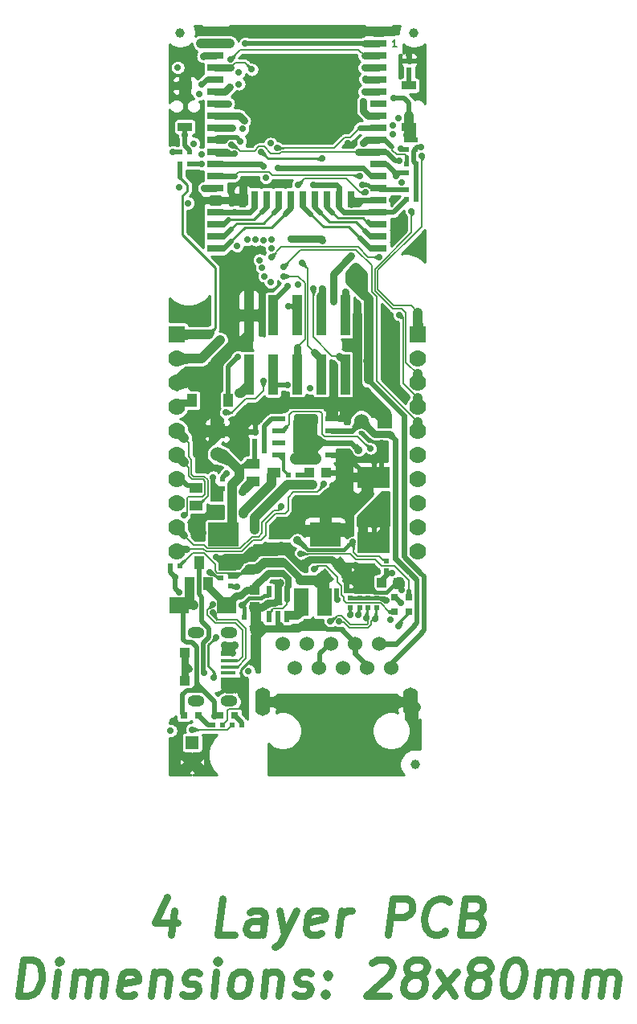
<source format=gbr>
G04 #@! TF.GenerationSoftware,KiCad,Pcbnew,5.1.6-c6e7f7d~87~ubuntu18.04.1*
G04 #@! TF.CreationDate,2022-10-07T10:47:39+03:00*
G04 #@! TF.ProjectId,ESP32-PoE_Rev_L,45535033-322d-4506-9f45-5f5265765f4c,L*
G04 #@! TF.SameCoordinates,Original*
G04 #@! TF.FileFunction,Copper,L1,Top*
G04 #@! TF.FilePolarity,Positive*
%FSLAX46Y46*%
G04 Gerber Fmt 4.6, Leading zero omitted, Abs format (unit mm)*
G04 Created by KiCad (PCBNEW 5.1.6-c6e7f7d~87~ubuntu18.04.1) date 2022-10-07 10:47:39*
%MOMM*%
%LPD*%
G01*
G04 APERTURE LIST*
G04 #@! TA.AperFunction,NonConductor*
%ADD10C,0.190500*%
G04 #@! TD*
G04 #@! TA.AperFunction,NonConductor*
%ADD11C,0.762000*%
G04 #@! TD*
G04 #@! TA.AperFunction,ComponentPad*
%ADD12R,1.524000X1.524000*%
G04 #@! TD*
G04 #@! TA.AperFunction,ComponentPad*
%ADD13C,1.524000*%
G04 #@! TD*
G04 #@! TA.AperFunction,SMDPad,CuDef*
%ADD14R,1.500000X0.900000*%
G04 #@! TD*
G04 #@! TA.AperFunction,SMDPad,CuDef*
%ADD15R,0.550000X1.200000*%
G04 #@! TD*
G04 #@! TA.AperFunction,SMDPad,CuDef*
%ADD16C,0.100000*%
G04 #@! TD*
G04 #@! TA.AperFunction,SMDPad,CuDef*
%ADD17R,1.600000X3.000000*%
G04 #@! TD*
G04 #@! TA.AperFunction,ComponentPad*
%ADD18O,1.600000X2.999999*%
G04 #@! TD*
G04 #@! TA.AperFunction,ComponentPad*
%ADD19R,0.400000X0.400000*%
G04 #@! TD*
G04 #@! TA.AperFunction,ComponentPad*
%ADD20R,1.422400X1.422400*%
G04 #@! TD*
G04 #@! TA.AperFunction,SMDPad,CuDef*
%ADD21R,0.500000X0.550000*%
G04 #@! TD*
G04 #@! TA.AperFunction,SMDPad,CuDef*
%ADD22R,1.016000X1.016000*%
G04 #@! TD*
G04 #@! TA.AperFunction,SMDPad,CuDef*
%ADD23R,0.800000X0.800000*%
G04 #@! TD*
G04 #@! TA.AperFunction,SMDPad,CuDef*
%ADD24R,0.550000X0.500000*%
G04 #@! TD*
G04 #@! TA.AperFunction,ComponentPad*
%ADD25C,1.778000*%
G04 #@! TD*
G04 #@! TA.AperFunction,ComponentPad*
%ADD26R,1.778000X1.778000*%
G04 #@! TD*
G04 #@! TA.AperFunction,SMDPad,CuDef*
%ADD27R,3.200000X2.500000*%
G04 #@! TD*
G04 #@! TA.AperFunction,SMDPad,CuDef*
%ADD28R,3.400000X2.200000*%
G04 #@! TD*
G04 #@! TA.AperFunction,SMDPad,CuDef*
%ADD29R,2.000000X1.700000*%
G04 #@! TD*
G04 #@! TA.AperFunction,ConnectorPad*
%ADD30C,1.000000*%
G04 #@! TD*
G04 #@! TA.AperFunction,SMDPad,CuDef*
%ADD31R,1.650000X0.500000*%
G04 #@! TD*
G04 #@! TA.AperFunction,SMDPad,CuDef*
%ADD32R,1.650000X0.325000*%
G04 #@! TD*
G04 #@! TA.AperFunction,SMDPad,CuDef*
%ADD33R,1.000000X1.100000*%
G04 #@! TD*
G04 #@! TA.AperFunction,ComponentPad*
%ADD34O,1.800000X1.200000*%
G04 #@! TD*
G04 #@! TA.AperFunction,SMDPad,CuDef*
%ADD35R,1.000000X1.400000*%
G04 #@! TD*
G04 #@! TA.AperFunction,SMDPad,CuDef*
%ADD36R,1.400000X1.000000*%
G04 #@! TD*
G04 #@! TA.AperFunction,SMDPad,CuDef*
%ADD37R,1.000000X4.250000*%
G04 #@! TD*
G04 #@! TA.AperFunction,SMDPad,CuDef*
%ADD38R,2.600000X3.500000*%
G04 #@! TD*
G04 #@! TA.AperFunction,SMDPad,CuDef*
%ADD39R,1.400000X0.600000*%
G04 #@! TD*
G04 #@! TA.AperFunction,ComponentPad*
%ADD40C,1.800000*%
G04 #@! TD*
G04 #@! TA.AperFunction,SMDPad,CuDef*
%ADD41R,1.800000X0.800000*%
G04 #@! TD*
G04 #@! TA.AperFunction,SMDPad,CuDef*
%ADD42R,0.800000X1.800000*%
G04 #@! TD*
G04 #@! TA.AperFunction,SMDPad,CuDef*
%ADD43R,3.900000X3.900000*%
G04 #@! TD*
G04 #@! TA.AperFunction,ComponentPad*
%ADD44C,1.500000*%
G04 #@! TD*
G04 #@! TA.AperFunction,ViaPad*
%ADD45C,0.700000*%
G04 #@! TD*
G04 #@! TA.AperFunction,ComponentPad*
%ADD46R,1.400000X1.400000*%
G04 #@! TD*
G04 #@! TA.AperFunction,ComponentPad*
%ADD47C,1.400000*%
G04 #@! TD*
G04 #@! TA.AperFunction,ViaPad*
%ADD48C,0.900000*%
G04 #@! TD*
G04 #@! TA.AperFunction,ViaPad*
%ADD49C,0.800000*%
G04 #@! TD*
G04 #@! TA.AperFunction,Conductor*
%ADD50C,0.762000*%
G04 #@! TD*
G04 #@! TA.AperFunction,Conductor*
%ADD51C,1.016000*%
G04 #@! TD*
G04 #@! TA.AperFunction,Conductor*
%ADD52C,0.508000*%
G04 #@! TD*
G04 #@! TA.AperFunction,Conductor*
%ADD53C,0.254000*%
G04 #@! TD*
G04 #@! TA.AperFunction,Conductor*
%ADD54C,0.406400*%
G04 #@! TD*
G04 #@! TA.AperFunction,Conductor*
%ADD55C,1.270000*%
G04 #@! TD*
G04 #@! TA.AperFunction,Conductor*
%ADD56C,0.609600*%
G04 #@! TD*
G04 #@! TA.AperFunction,Conductor*
%ADD57C,0.203200*%
G04 #@! TD*
G04 #@! TA.AperFunction,Conductor*
%ADD58C,0.152400*%
G04 #@! TD*
G04 #@! TA.AperFunction,Conductor*
%ADD59C,0.304800*%
G04 #@! TD*
G04 #@! TA.AperFunction,Conductor*
%ADD60C,0.660400*%
G04 #@! TD*
G04 #@! TA.AperFunction,Conductor*
%ADD61C,0.025400*%
G04 #@! TD*
G04 APERTURE END LIST*
D10*
X114644714Y-92927714D02*
X114209285Y-92927714D01*
X114427000Y-92927714D02*
X114427000Y-92165714D01*
X114354428Y-92274571D01*
X114281857Y-92347142D01*
X114209285Y-92383428D01*
D11*
X91179650Y-183905071D02*
X90862150Y-186445071D01*
X90453935Y-182453642D02*
X89206614Y-185175071D01*
X91565185Y-185175071D01*
X97575007Y-186445071D02*
X95760721Y-186445071D01*
X96236971Y-182635071D01*
X100477864Y-186445071D02*
X100727328Y-184449357D01*
X100591257Y-184086500D01*
X100251078Y-183905071D01*
X99525364Y-183905071D01*
X99139828Y-184086500D01*
X100500542Y-186263642D02*
X100115007Y-186445071D01*
X99207864Y-186445071D01*
X98867685Y-186263642D01*
X98731614Y-185900785D01*
X98776971Y-185537928D01*
X99003757Y-185175071D01*
X99389292Y-184993642D01*
X100296435Y-184993642D01*
X100681971Y-184812214D01*
X102246792Y-183905071D02*
X102836435Y-186445071D01*
X104061078Y-183905071D02*
X102836435Y-186445071D01*
X102360185Y-187352214D01*
X102156078Y-187533642D01*
X101770542Y-187715071D01*
X106669114Y-186263642D02*
X106283578Y-186445071D01*
X105557864Y-186445071D01*
X105217685Y-186263642D01*
X105081614Y-185900785D01*
X105263042Y-184449357D01*
X105489828Y-184086500D01*
X105875364Y-183905071D01*
X106601078Y-183905071D01*
X106941257Y-184086500D01*
X107077328Y-184449357D01*
X107031971Y-184812214D01*
X105172328Y-185175071D01*
X108460721Y-186445071D02*
X108778221Y-183905071D01*
X108687507Y-184630785D02*
X108914292Y-184267928D01*
X109118400Y-184086500D01*
X109503935Y-183905071D01*
X109866792Y-183905071D01*
X113722150Y-186445071D02*
X114198400Y-182635071D01*
X115649828Y-182635071D01*
X115990007Y-182816500D01*
X116148757Y-182997928D01*
X116284828Y-183360785D01*
X116216792Y-183905071D01*
X115990007Y-184267928D01*
X115785900Y-184449357D01*
X115400364Y-184630785D01*
X113948935Y-184630785D01*
X119754650Y-186082214D02*
X119550542Y-186263642D01*
X118983578Y-186445071D01*
X118620721Y-186445071D01*
X118099114Y-186263642D01*
X117781614Y-185900785D01*
X117645542Y-185537928D01*
X117554828Y-184812214D01*
X117622864Y-184267928D01*
X117895007Y-183542214D01*
X118121792Y-183179357D01*
X118530007Y-182816500D01*
X119096971Y-182635071D01*
X119459828Y-182635071D01*
X119981435Y-182816500D01*
X120140185Y-182997928D01*
X122861614Y-184449357D02*
X123383221Y-184630785D01*
X123541971Y-184812214D01*
X123678042Y-185175071D01*
X123610007Y-185719357D01*
X123383221Y-186082214D01*
X123179114Y-186263642D01*
X122793578Y-186445071D01*
X121342150Y-186445071D01*
X121818400Y-182635071D01*
X123088400Y-182635071D01*
X123428578Y-182816500D01*
X123587328Y-182997928D01*
X123723400Y-183360785D01*
X123678042Y-183723642D01*
X123451257Y-184086500D01*
X123247150Y-184267928D01*
X122861614Y-184449357D01*
X121591614Y-184449357D01*
X74805721Y-192922071D02*
X75281971Y-189112071D01*
X76189114Y-189112071D01*
X76710721Y-189293500D01*
X77028221Y-189656357D01*
X77164292Y-190019214D01*
X77255007Y-190744928D01*
X77186971Y-191289214D01*
X76914828Y-192014928D01*
X76688042Y-192377785D01*
X76279828Y-192740642D01*
X75712864Y-192922071D01*
X74805721Y-192922071D01*
X78615721Y-192922071D02*
X78933221Y-190382071D01*
X79091971Y-189112071D02*
X78887864Y-189293500D01*
X79046614Y-189474928D01*
X79250721Y-189293500D01*
X79091971Y-189112071D01*
X79046614Y-189474928D01*
X80430007Y-192922071D02*
X80747507Y-190382071D01*
X80702150Y-190744928D02*
X80906257Y-190563500D01*
X81291792Y-190382071D01*
X81836078Y-190382071D01*
X82176257Y-190563500D01*
X82312328Y-190926357D01*
X82062864Y-192922071D01*
X82312328Y-190926357D02*
X82539114Y-190563500D01*
X82924650Y-190382071D01*
X83468935Y-190382071D01*
X83809114Y-190563500D01*
X83945185Y-190926357D01*
X83695721Y-192922071D01*
X86984114Y-192740642D02*
X86598578Y-192922071D01*
X85872864Y-192922071D01*
X85532685Y-192740642D01*
X85396614Y-192377785D01*
X85578042Y-190926357D01*
X85804828Y-190563500D01*
X86190364Y-190382071D01*
X86916078Y-190382071D01*
X87256257Y-190563500D01*
X87392328Y-190926357D01*
X87346971Y-191289214D01*
X85487328Y-191652071D01*
X89093221Y-190382071D02*
X88775721Y-192922071D01*
X89047864Y-190744928D02*
X89251971Y-190563500D01*
X89637507Y-190382071D01*
X90181792Y-190382071D01*
X90521971Y-190563500D01*
X90658042Y-190926357D01*
X90408578Y-192922071D01*
X92064114Y-192740642D02*
X92404292Y-192922071D01*
X93130007Y-192922071D01*
X93515542Y-192740642D01*
X93742328Y-192377785D01*
X93765007Y-192196357D01*
X93628935Y-191833500D01*
X93288757Y-191652071D01*
X92744471Y-191652071D01*
X92404292Y-191470642D01*
X92268221Y-191107785D01*
X92290900Y-190926357D01*
X92517685Y-190563500D01*
X92903221Y-190382071D01*
X93447507Y-190382071D01*
X93787685Y-190563500D01*
X95307150Y-192922071D02*
X95624650Y-190382071D01*
X95783400Y-189112071D02*
X95579292Y-189293500D01*
X95738042Y-189474928D01*
X95942150Y-189293500D01*
X95783400Y-189112071D01*
X95738042Y-189474928D01*
X97665721Y-192922071D02*
X97325542Y-192740642D01*
X97166792Y-192559214D01*
X97030721Y-192196357D01*
X97166792Y-191107785D01*
X97393578Y-190744928D01*
X97597685Y-190563500D01*
X97983221Y-190382071D01*
X98527507Y-190382071D01*
X98867685Y-190563500D01*
X99026435Y-190744928D01*
X99162507Y-191107785D01*
X99026435Y-192196357D01*
X98799650Y-192559214D01*
X98595542Y-192740642D01*
X98210007Y-192922071D01*
X97665721Y-192922071D01*
X100886078Y-190382071D02*
X100568578Y-192922071D01*
X100840721Y-190744928D02*
X101044828Y-190563500D01*
X101430364Y-190382071D01*
X101974650Y-190382071D01*
X102314828Y-190563500D01*
X102450900Y-190926357D01*
X102201435Y-192922071D01*
X103856971Y-192740642D02*
X104197150Y-192922071D01*
X104922864Y-192922071D01*
X105308400Y-192740642D01*
X105535185Y-192377785D01*
X105557864Y-192196357D01*
X105421792Y-191833500D01*
X105081614Y-191652071D01*
X104537328Y-191652071D01*
X104197150Y-191470642D01*
X104061078Y-191107785D01*
X104083757Y-190926357D01*
X104310542Y-190563500D01*
X104696078Y-190382071D01*
X105240364Y-190382071D01*
X105580542Y-190563500D01*
X107145364Y-192559214D02*
X107304114Y-192740642D01*
X107100007Y-192922071D01*
X106941257Y-192740642D01*
X107145364Y-192559214D01*
X107100007Y-192922071D01*
X107394828Y-190563500D02*
X107553578Y-190744928D01*
X107349471Y-190926357D01*
X107190721Y-190744928D01*
X107394828Y-190563500D01*
X107349471Y-190926357D01*
X112066614Y-189474928D02*
X112270721Y-189293500D01*
X112656257Y-189112071D01*
X113563400Y-189112071D01*
X113903578Y-189293500D01*
X114062328Y-189474928D01*
X114198400Y-189837785D01*
X114153042Y-190200642D01*
X113903578Y-190744928D01*
X111454292Y-192922071D01*
X113812864Y-192922071D01*
X116262150Y-190744928D02*
X115921971Y-190563500D01*
X115763221Y-190382071D01*
X115627150Y-190019214D01*
X115649828Y-189837785D01*
X115876614Y-189474928D01*
X116080721Y-189293500D01*
X116466257Y-189112071D01*
X117191971Y-189112071D01*
X117532150Y-189293500D01*
X117690900Y-189474928D01*
X117826971Y-189837785D01*
X117804292Y-190019214D01*
X117577507Y-190382071D01*
X117373400Y-190563500D01*
X116987864Y-190744928D01*
X116262150Y-190744928D01*
X115876614Y-190926357D01*
X115672507Y-191107785D01*
X115445721Y-191470642D01*
X115355007Y-192196357D01*
X115491078Y-192559214D01*
X115649828Y-192740642D01*
X115990007Y-192922071D01*
X116715721Y-192922071D01*
X117101257Y-192740642D01*
X117305364Y-192559214D01*
X117532150Y-192196357D01*
X117622864Y-191470642D01*
X117486792Y-191107785D01*
X117328042Y-190926357D01*
X116987864Y-190744928D01*
X118711435Y-192922071D02*
X121024650Y-190382071D01*
X119028935Y-190382071D02*
X120707150Y-192922071D01*
X122975007Y-190744928D02*
X122634828Y-190563500D01*
X122476078Y-190382071D01*
X122340007Y-190019214D01*
X122362685Y-189837785D01*
X122589471Y-189474928D01*
X122793578Y-189293500D01*
X123179114Y-189112071D01*
X123904828Y-189112071D01*
X124245007Y-189293500D01*
X124403757Y-189474928D01*
X124539828Y-189837785D01*
X124517150Y-190019214D01*
X124290364Y-190382071D01*
X124086257Y-190563500D01*
X123700721Y-190744928D01*
X122975007Y-190744928D01*
X122589471Y-190926357D01*
X122385364Y-191107785D01*
X122158578Y-191470642D01*
X122067864Y-192196357D01*
X122203935Y-192559214D01*
X122362685Y-192740642D01*
X122702864Y-192922071D01*
X123428578Y-192922071D01*
X123814114Y-192740642D01*
X124018221Y-192559214D01*
X124245007Y-192196357D01*
X124335721Y-191470642D01*
X124199649Y-191107785D01*
X124040900Y-190926357D01*
X123700721Y-190744928D01*
X126989114Y-189112071D02*
X127351971Y-189112071D01*
X127692149Y-189293500D01*
X127850899Y-189474928D01*
X127986971Y-189837785D01*
X128077685Y-190563500D01*
X127964292Y-191470642D01*
X127692150Y-192196357D01*
X127465364Y-192559214D01*
X127261257Y-192740642D01*
X126875721Y-192922071D01*
X126512864Y-192922071D01*
X126172685Y-192740642D01*
X126013935Y-192559214D01*
X125877864Y-192196357D01*
X125787149Y-191470642D01*
X125900542Y-190563500D01*
X126172685Y-189837785D01*
X126399471Y-189474928D01*
X126603578Y-189293500D01*
X126989114Y-189112071D01*
X129415721Y-192922071D02*
X129733221Y-190382071D01*
X129687864Y-190744928D02*
X129891971Y-190563500D01*
X130277507Y-190382071D01*
X130821792Y-190382071D01*
X131161971Y-190563500D01*
X131298042Y-190926357D01*
X131048578Y-192922071D01*
X131298042Y-190926357D02*
X131524828Y-190563500D01*
X131910364Y-190382071D01*
X132454649Y-190382071D01*
X132794828Y-190563500D01*
X132930899Y-190926357D01*
X132681435Y-192922071D01*
X134495721Y-192922071D02*
X134813221Y-190382071D01*
X134767864Y-190744928D02*
X134971971Y-190563500D01*
X135357507Y-190382071D01*
X135901792Y-190382071D01*
X136241971Y-190563500D01*
X136378042Y-190926357D01*
X136128578Y-192922071D01*
X136378042Y-190926357D02*
X136604828Y-190563500D01*
X136990364Y-190382071D01*
X137534650Y-190382071D01*
X137874828Y-190563500D01*
X138010900Y-190926357D01*
X137761435Y-192922071D01*
D12*
X113391000Y-132334000D03*
D13*
X110891000Y-132334000D03*
D14*
X115959000Y-101364000D03*
X115959000Y-97010000D03*
X92321000Y-101364000D03*
X92321000Y-97010000D03*
D15*
X101158000Y-152938000D03*
X102108000Y-152938000D03*
X103058000Y-152938000D03*
X101158000Y-150338000D03*
X103058000Y-150338000D03*
G04 #@! TA.AperFunction,SMDPad,CuDef*
D16*
G36*
X109631759Y-147802495D02*
G01*
X108630985Y-148584385D01*
X107692717Y-147383457D01*
X108693491Y-146601567D01*
X109631759Y-147802495D01*
G37*
G04 #@! TD.AperFunction*
G04 #@! TA.AperFunction,SMDPad,CuDef*
G36*
X108030521Y-149053519D02*
G01*
X107029747Y-149835409D01*
X106091479Y-148634481D01*
X107092253Y-147852591D01*
X108030521Y-149053519D01*
G37*
G04 #@! TD.AperFunction*
D17*
X104591000Y-151384000D03*
X106991000Y-151384000D03*
D13*
X102616000Y-155806000D03*
X103886000Y-158346000D03*
X105156000Y-155806000D03*
X106426000Y-158346000D03*
X107696000Y-155806000D03*
X108966000Y-158346000D03*
X110236000Y-155806000D03*
X111506000Y-158346000D03*
X112776000Y-155806000D03*
X114046000Y-158346000D03*
D18*
X100531000Y-161946000D03*
X116131000Y-161946000D03*
D19*
X112044000Y-149344000D03*
X112044000Y-148344000D03*
X111244000Y-147544000D03*
X110244000Y-147544000D03*
X109444000Y-148344000D03*
X109444000Y-149344000D03*
X110244000Y-150144000D03*
X111244000Y-150144000D03*
D20*
X110744000Y-148844000D03*
D21*
X109347000Y-150241000D03*
X108331000Y-150241000D03*
D22*
X99695000Y-151892000D03*
X99695000Y-150114000D03*
D21*
X91821000Y-147574000D03*
X90805000Y-147574000D03*
X92837000Y-105283000D03*
X91821000Y-105283000D03*
D23*
X115951000Y-150876000D03*
X114427000Y-150876000D03*
X115951000Y-152400000D03*
X114427000Y-152400000D03*
D21*
X116713000Y-107950000D03*
X115697000Y-107950000D03*
X115697000Y-108966000D03*
X116713000Y-108966000D03*
X115697000Y-105283000D03*
X116713000Y-105283000D03*
X115697000Y-106172000D03*
X116713000Y-106172000D03*
X98552000Y-153035000D03*
X99568000Y-153035000D03*
D24*
X97155000Y-149733000D03*
X97155000Y-148717000D03*
X113538000Y-147066000D03*
X113538000Y-148082000D03*
D21*
X96266000Y-164338000D03*
X95250000Y-164338000D03*
D24*
X111633000Y-152019000D03*
X111633000Y-151003000D03*
X112522000Y-152019000D03*
X112522000Y-151003000D03*
X109728000Y-152019000D03*
X109728000Y-151003000D03*
X110744000Y-152019000D03*
X110744000Y-151003000D03*
D21*
X97282000Y-164338000D03*
X98298000Y-164338000D03*
D24*
X96266000Y-139446000D03*
X96266000Y-138430000D03*
X96075500Y-147828000D03*
X96075500Y-148844000D03*
D25*
X116840000Y-130840000D03*
X116840000Y-128300000D03*
X116840000Y-125760000D03*
D26*
X116840000Y-123220000D03*
D25*
X116840000Y-133380000D03*
X116840000Y-135920000D03*
X116840000Y-141000000D03*
X116840000Y-138460000D03*
X116840000Y-143540000D03*
X116840000Y-146080000D03*
X91440000Y-130840000D03*
X91440000Y-128300000D03*
X91440000Y-125760000D03*
D26*
X91440000Y-123220000D03*
D25*
X91440000Y-133380000D03*
X91440000Y-135920000D03*
X91440000Y-141000000D03*
X91440000Y-138460000D03*
X91440000Y-143540000D03*
X91440000Y-146080000D03*
D27*
X96377000Y-144272000D03*
X107077000Y-144272000D03*
D28*
X112217200Y-138332000D03*
X112217200Y-145132000D03*
D29*
X96734000Y-151765000D03*
X91734000Y-151765000D03*
D30*
X116586000Y-168529000D03*
X116459000Y-91440000D03*
X91821000Y-91440000D03*
D23*
X93726000Y-163322000D03*
X92202000Y-163322000D03*
D22*
X113030000Y-149352000D03*
X114808000Y-149352000D03*
D23*
X97536000Y-163322000D03*
X96012000Y-163322000D03*
D31*
X96876000Y-156854500D03*
D32*
X96876000Y-157592000D03*
X96876000Y-158242000D03*
X96876000Y-158892000D03*
D31*
X96876000Y-159629500D03*
D33*
X92326000Y-156742000D03*
X92326000Y-159742000D03*
D34*
X93476000Y-154642000D03*
X96946000Y-154642000D03*
X96946000Y-161842000D03*
X93476000Y-161842000D03*
D35*
X92839540Y-149479000D03*
X94742000Y-149479000D03*
X93786960Y-147269200D03*
D36*
X99476560Y-136845040D03*
X99476560Y-138747500D03*
X101686360Y-137792460D03*
D24*
X115951000Y-94361000D03*
X115951000Y-95377000D03*
X115697000Y-103759000D03*
X115697000Y-102743000D03*
X116586000Y-102743000D03*
X116586000Y-103759000D03*
D36*
X95715000Y-140335000D03*
X93515000Y-141285000D03*
X93515000Y-139385000D03*
D37*
X99060000Y-127458000D03*
X99060000Y-121208000D03*
X101600000Y-127458000D03*
X101600000Y-121208000D03*
X104140000Y-127458000D03*
X104140000Y-121208000D03*
X106680000Y-127458000D03*
X106680000Y-121208000D03*
X109220000Y-127458000D03*
X109220000Y-121208000D03*
D21*
X92837000Y-104013000D03*
X91821000Y-104013000D03*
X99695000Y-134493000D03*
X100711000Y-134493000D03*
X103251000Y-138049000D03*
X104267000Y-138049000D03*
X99695000Y-133477000D03*
X100711000Y-133477000D03*
X99695000Y-135509000D03*
X100711000Y-135509000D03*
D38*
X105029000Y-133985000D03*
D39*
X102229000Y-135890000D03*
X102229000Y-134620000D03*
X102229000Y-133350000D03*
X102229000Y-132080000D03*
X107829000Y-132080000D03*
X107829000Y-133350000D03*
X107829000Y-134620000D03*
X107829000Y-135890000D03*
D40*
X105029000Y-133985000D03*
D13*
X95758000Y-135870000D03*
D12*
X95758000Y-133370000D03*
D35*
X93096000Y-130175000D03*
X96896000Y-130175000D03*
D22*
X107188000Y-137795000D03*
X105410000Y-137795000D03*
D41*
X112740000Y-112898000D03*
X112740000Y-111628000D03*
X112740000Y-110358000D03*
X112740000Y-109088000D03*
X112740000Y-114168000D03*
X95540000Y-114168000D03*
X95540000Y-109088000D03*
X95540000Y-110358000D03*
X95540000Y-111628000D03*
X95540000Y-112898000D03*
X95540000Y-91308000D03*
X95540000Y-92578000D03*
X95540000Y-93848000D03*
X95540000Y-95118000D03*
X95540000Y-96388000D03*
X95540000Y-97658000D03*
X95540000Y-98928000D03*
X95540000Y-100198000D03*
X95540000Y-101468000D03*
X95540000Y-102738000D03*
X95540000Y-104008000D03*
X95540000Y-105278000D03*
X95540000Y-106548000D03*
X95540000Y-107818000D03*
D42*
X98425000Y-108968000D03*
X99695000Y-108968000D03*
X100965000Y-108968000D03*
X102235000Y-108968000D03*
X103505000Y-108968000D03*
X104775000Y-108968000D03*
X106045000Y-108968000D03*
X107315000Y-108968000D03*
X108585000Y-108968000D03*
X109855000Y-108968000D03*
D41*
X112740000Y-107818000D03*
X112740000Y-106548000D03*
X112740000Y-105278000D03*
X112740000Y-104008000D03*
X112740000Y-102738000D03*
X112740000Y-101468000D03*
X112740000Y-100198000D03*
X112740000Y-98928000D03*
X112740000Y-97658000D03*
X112740000Y-96388000D03*
X112740000Y-95118000D03*
X112740000Y-93848000D03*
X112740000Y-92578000D03*
X112740000Y-91308000D03*
D43*
X102640000Y-99108000D03*
D44*
X102640000Y-99108000D03*
D45*
X101940000Y-97708000D03*
X103340000Y-97708000D03*
X104040000Y-98408000D03*
X104040000Y-99808000D03*
X103340000Y-100508000D03*
X101940000Y-100508000D03*
X101240000Y-99808000D03*
X101240000Y-98408000D03*
D46*
X93070680Y-166230300D03*
D47*
X93073220Y-168259760D03*
D48*
X93218000Y-151765000D03*
X98425000Y-139827000D03*
D45*
X95463542Y-163408542D03*
D48*
X94869000Y-123189992D03*
X98330590Y-161163000D03*
D45*
X94234000Y-144145000D03*
X95631000Y-146685000D03*
D48*
X102489000Y-145542000D03*
D45*
X115189000Y-150114000D03*
X106045000Y-153797000D03*
D49*
X102362000Y-149352000D03*
D48*
X98330590Y-160210498D03*
D45*
X104902000Y-147828000D03*
D48*
X100965000Y-131064000D03*
D45*
X102362000Y-153847800D03*
D49*
X93853000Y-137414000D03*
D48*
X113411000Y-141224000D03*
X113411000Y-140208000D03*
X99568000Y-154305000D03*
X101981000Y-131064000D03*
X111084360Y-143040100D03*
X105283000Y-130606800D03*
D45*
X91059000Y-163957000D03*
X91948000Y-120523000D03*
X92329000Y-96012000D03*
X94107000Y-110363000D03*
D48*
X97028000Y-91313000D03*
X99695000Y-91313000D03*
X102235000Y-91313000D03*
X104775000Y-91313000D03*
X107315000Y-91313000D03*
X109220000Y-91313000D03*
X111125000Y-91313000D03*
X93980000Y-91313000D03*
X114300000Y-91313000D03*
D45*
X115951000Y-93726000D03*
D48*
X110490000Y-123190000D03*
X110490000Y-122174000D03*
X110490000Y-121158000D03*
D45*
X114173000Y-109093000D03*
X109489760Y-103067610D03*
X99172293Y-103011707D03*
D48*
X113411000Y-125349000D03*
X113411000Y-126365000D03*
X113411000Y-127381000D03*
X116840000Y-113792000D03*
X114935000Y-111887000D03*
X102235000Y-95885000D03*
X104775000Y-95885000D03*
X107315000Y-95885000D03*
X107315000Y-98425000D03*
X106045000Y-97155000D03*
X106045000Y-99695000D03*
X108585000Y-99695000D03*
X108585000Y-97155000D03*
X103505000Y-95885000D03*
X106045000Y-95885000D03*
X106045000Y-98425000D03*
X107315000Y-97155000D03*
X108585000Y-98425000D03*
X107315000Y-99695000D03*
X100965000Y-95885000D03*
D45*
X94361000Y-158877000D03*
D48*
X99674680Y-143771620D03*
X98092260Y-129433320D03*
D49*
X105791000Y-139065000D03*
D48*
X99060000Y-147980400D03*
D45*
X106807000Y-113284000D03*
X104267000Y-117983000D03*
D48*
X96012006Y-123825000D03*
X97028000Y-92583000D03*
D45*
X91059000Y-104013000D03*
X117228536Y-103542041D03*
X103505000Y-113194619D03*
D48*
X93980000Y-92539390D03*
D45*
X113969800Y-153314400D03*
X108356400Y-151155400D03*
X113510000Y-151250000D03*
X92329000Y-102235000D03*
X94246224Y-93923610D03*
X111308390Y-108250281D03*
X104267008Y-107442008D03*
D48*
X96520000Y-155956000D03*
X97536000Y-155956000D03*
X98501200Y-142123160D03*
D45*
X100375725Y-104018581D03*
X106807000Y-104718610D03*
X93218000Y-103124000D03*
X101325491Y-103111471D03*
X95278919Y-138270969D03*
X94107000Y-104267000D03*
X115062000Y-103693989D03*
X107950000Y-119761000D03*
X109855000Y-114935000D03*
D48*
X110363000Y-117221000D03*
X110363000Y-116205000D03*
X111633000Y-125984004D03*
X110363000Y-118237000D03*
D45*
X97282000Y-101473000D03*
X102743000Y-116078000D03*
X98552001Y-100711001D03*
X114229390Y-101232739D03*
X94107000Y-105283000D03*
X117276388Y-104393109D03*
X94107000Y-96900992D03*
D48*
X102108000Y-168783000D03*
X105283000Y-168783000D03*
X108204000Y-168783000D03*
X110998000Y-168783000D03*
X112522000Y-167132000D03*
X104013000Y-167132000D03*
X106934000Y-167132000D03*
X109601000Y-167132000D03*
X105918000Y-164846000D03*
X110871000Y-164846000D03*
X108204000Y-164846000D03*
X103632000Y-161946000D03*
X113030000Y-161946000D03*
D45*
X114173000Y-148336000D03*
X103124000Y-118110000D03*
X96730025Y-137874369D03*
X96647000Y-131445000D03*
X100558600Y-128168400D03*
X98298000Y-151765000D03*
X97795080Y-149816820D03*
X95231599Y-151654399D03*
X95231596Y-152512566D03*
D48*
X104140000Y-144907000D03*
D45*
X110007400Y-145084800D03*
X100838000Y-106721261D03*
X115189000Y-107193590D03*
X91716480Y-107718480D03*
X110998000Y-107442000D03*
X99016820Y-158666180D03*
X90805000Y-164973000D03*
X116205000Y-110236000D03*
X96872729Y-98904726D03*
X114808000Y-100457000D03*
X105918000Y-147955000D03*
X114808000Y-153924000D03*
X104521000Y-146304000D03*
X115089940Y-151483060D03*
X92760768Y-158419800D03*
X93091010Y-164846000D03*
X94932500Y-148272500D03*
X95613220Y-155110180D03*
X95377000Y-159385000D03*
X97028000Y-97155000D03*
X115626390Y-102235023D03*
X114935000Y-121158000D03*
X114300004Y-98298000D03*
X110605194Y-109462194D03*
X92633811Y-109397811D03*
X106807000Y-118420390D03*
X101427766Y-115061992D03*
X99360469Y-95320610D03*
X112776000Y-115070414D03*
X91310373Y-148796940D03*
X91742260Y-150373080D03*
X111318515Y-96326486D03*
X93853000Y-97917000D03*
X92188792Y-142297910D03*
X91567000Y-95123000D03*
X111252000Y-95123000D03*
X102489000Y-141351000D03*
X103136700Y-128554480D03*
X102108000Y-105664000D03*
X106934000Y-138938000D03*
X105537000Y-128905000D03*
X111125000Y-103067610D03*
X109220000Y-118745000D03*
X105843312Y-107442000D03*
X111830610Y-110363000D03*
X104648000Y-115697000D03*
X102743000Y-117094000D03*
X98406769Y-101582391D03*
X114201140Y-102136140D03*
X114554000Y-106553000D03*
X110728378Y-106506353D03*
X105847924Y-118434076D03*
X103251000Y-120269000D03*
X97530421Y-110332164D03*
X101427768Y-114209587D03*
X100613227Y-105564049D03*
X100619449Y-113284765D03*
X98165981Y-102884588D03*
X99767142Y-113271362D03*
X102023301Y-103601028D03*
X101471819Y-113276301D03*
X97534392Y-104140000D03*
X98914875Y-113255645D03*
X94361000Y-107823000D03*
X101346000Y-117729000D03*
X97155000Y-94234000D03*
X100711000Y-117094000D03*
X97998768Y-96858821D03*
X111125000Y-98679000D03*
X100457000Y-116205000D03*
X98005772Y-95612949D03*
X111252004Y-97663000D03*
X100187444Y-115396331D03*
X98679000Y-92583000D03*
X97228945Y-103256533D03*
X97825360Y-113883640D03*
X114942110Y-104902000D03*
X107642660Y-153441400D03*
X111429800Y-153085800D03*
X108595160Y-153469340D03*
X112395000Y-153162000D03*
X109728000Y-152781000D03*
X110617000Y-152781000D03*
X113080800Y-134645400D03*
X105029000Y-136271000D03*
X106045000Y-136271000D03*
X104013000Y-136271000D03*
D48*
X110617000Y-135382000D03*
D45*
X105918000Y-131953000D03*
X105029000Y-131953000D03*
X104140000Y-131953000D03*
X111887000Y-135255000D03*
X97917000Y-125603000D03*
D50*
X91734000Y-151765000D02*
X93218000Y-151765000D01*
X98425000Y-139827000D02*
X98425000Y-139700000D01*
X98425000Y-139700000D02*
X98679000Y-139446000D01*
D51*
X99377500Y-138747500D02*
X98679000Y-139446000D01*
X99476560Y-138747500D02*
X99377500Y-138747500D01*
X92837000Y-151409410D02*
X93192590Y-151765000D01*
X92837000Y-149481540D02*
X92837000Y-151409410D01*
X92839540Y-149479000D02*
X92837000Y-149481540D01*
D52*
X92169590Y-152113590D02*
X91757500Y-151701500D01*
X92169590Y-155415590D02*
X92169590Y-152113590D01*
X92433337Y-155679337D02*
X92169590Y-155415590D01*
X93049266Y-155679337D02*
X92433337Y-155679337D01*
X93548178Y-156178249D02*
X93049266Y-155679337D01*
X93174599Y-160698401D02*
X93548178Y-160324822D01*
X93548178Y-160324822D02*
X93548178Y-160350178D01*
X93548178Y-160350178D02*
X93896401Y-160698401D01*
X93896401Y-160698401D02*
X93174599Y-160698401D01*
X94277401Y-160698401D02*
X93896401Y-160698401D01*
X93548178Y-159969178D02*
X93548178Y-159943822D01*
X94277401Y-160698401D02*
X93548178Y-159969178D01*
X93548178Y-160324822D02*
X93548178Y-159943822D01*
X93548178Y-159943822D02*
X93548178Y-156178249D01*
X96012000Y-163322000D02*
X95550084Y-163322000D01*
X95463542Y-162913568D02*
X95463542Y-163408542D01*
X95550084Y-163322000D02*
X95463542Y-163408542D01*
X94277401Y-160698401D02*
X95463542Y-161884542D01*
X95463542Y-161884542D02*
X95463542Y-162913568D01*
D51*
X94838992Y-123220000D02*
X94869000Y-123189992D01*
X91440000Y-123220000D02*
X94838992Y-123220000D01*
D52*
X92075000Y-163195000D02*
X92202000Y-163322000D01*
X92075000Y-161172435D02*
X92075000Y-163195000D01*
X93174599Y-160698401D02*
X92549034Y-160698401D01*
X92549034Y-160698401D02*
X92075000Y-161172435D01*
D53*
X92583000Y-107442000D02*
X91821000Y-106680000D01*
X95504000Y-122554992D02*
X95504000Y-116205000D01*
X95504000Y-116205000D02*
X92004410Y-112705410D01*
X94869000Y-123189992D02*
X95504000Y-122554992D01*
X92004410Y-108635827D02*
X92583000Y-108057237D01*
X92004410Y-112705410D02*
X92004410Y-108635827D01*
X92583000Y-108057237D02*
X92583000Y-107442000D01*
D52*
X91821000Y-105283000D02*
X91821000Y-106680000D01*
D50*
X98399589Y-161231999D02*
X98330590Y-161163000D01*
D52*
X97345500Y-160782000D02*
X97414499Y-160713001D01*
X97880591Y-160713001D02*
X98330590Y-161163000D01*
X97414499Y-160713001D02*
X97880591Y-160713001D01*
X96710500Y-160782000D02*
X97345500Y-160782000D01*
X97345500Y-160782000D02*
X97345500Y-159639000D01*
X96402500Y-159629500D02*
X96393000Y-159639000D01*
X96876000Y-159629500D02*
X96402500Y-159629500D01*
X96393000Y-159639000D02*
X96393000Y-160464500D01*
X96393000Y-160464500D02*
X96710500Y-160782000D01*
X96075500Y-147828000D02*
X96075500Y-147070000D01*
X96075500Y-147070000D02*
X96079500Y-147066000D01*
X96079500Y-147066000D02*
X96393000Y-147066000D01*
X96012000Y-147066000D02*
X96393000Y-147066000D01*
X95631000Y-146685000D02*
X96012000Y-147066000D01*
D50*
X110714000Y-150144000D02*
X111244000Y-150144000D01*
X110244000Y-150144000D02*
X110714000Y-150144000D01*
D52*
X110244000Y-147544000D02*
X110206000Y-147544000D01*
D50*
X110744000Y-148044000D02*
X110744000Y-148844000D01*
X110244000Y-147544000D02*
X110744000Y-148044000D01*
D52*
X109944000Y-148844000D02*
X110744000Y-148844000D01*
D54*
X109444000Y-148344000D02*
X109944000Y-148844000D01*
D52*
X115189000Y-149733000D02*
X115189000Y-150114000D01*
D50*
X111244000Y-150144000D02*
X111984000Y-150144000D01*
D54*
X114808000Y-149352000D02*
X115062000Y-149352000D01*
X115189000Y-149733000D02*
X114808000Y-149352000D01*
D52*
X99568000Y-152019000D02*
X99695000Y-151892000D01*
X99568000Y-153035000D02*
X99568000Y-152019000D01*
D54*
X112044000Y-150144000D02*
X112268000Y-150368000D01*
X111984000Y-150144000D02*
X112044000Y-150144000D01*
X113538000Y-150368000D02*
X114554000Y-149352000D01*
X112268000Y-150368000D02*
X113538000Y-150368000D01*
X114554000Y-149352000D02*
X114808000Y-149352000D01*
D52*
X99695000Y-151892000D02*
X99695000Y-152654000D01*
X110147000Y-150241000D02*
X110244000Y-150144000D01*
X109347000Y-150241000D02*
X110147000Y-150241000D01*
X109347000Y-149441000D02*
X109444000Y-149344000D01*
X109347000Y-150241000D02*
X109347000Y-149441000D01*
X109444000Y-149344000D02*
X109444000Y-148344000D01*
D53*
X104521000Y-153924000D02*
X104648000Y-153797000D01*
D52*
X99568000Y-153035000D02*
X99568000Y-153162000D01*
D50*
X101092000Y-154178000D02*
X102362000Y-154178000D01*
X104267000Y-154178000D02*
X103251000Y-154178000D01*
X104648000Y-153797000D02*
X104267000Y-154178000D01*
X103251000Y-154178000D02*
X102362000Y-154178000D01*
X99695000Y-151892000D02*
X99949000Y-152146000D01*
D52*
X99695000Y-151892000D02*
X99568000Y-151892000D01*
D50*
X99568000Y-151892000D02*
X99568000Y-153035000D01*
D54*
X100076000Y-153416000D02*
X100838000Y-154178000D01*
X99949000Y-153416000D02*
X100076000Y-153416000D01*
D50*
X101092000Y-154178000D02*
X100838000Y-154178000D01*
X99949000Y-152146000D02*
X99949000Y-153416000D01*
D52*
X96075500Y-147828000D02*
X97663000Y-147828000D01*
X96075500Y-147828000D02*
X96393000Y-147828000D01*
X96393000Y-147828000D02*
X96774000Y-147447000D01*
X110236000Y-155806000D02*
X110236000Y-156083000D01*
D51*
X111916000Y-145034000D02*
X112141000Y-145259000D01*
X112141000Y-145259000D02*
X113411000Y-143989000D01*
D52*
X98209000Y-159629500D02*
X98330590Y-159751090D01*
X98330590Y-159751090D02*
X98330590Y-160210498D01*
X96876000Y-159629500D02*
X98209000Y-159629500D01*
D50*
X98330590Y-161163000D02*
X98330590Y-160210498D01*
X96774002Y-160210498D02*
X98330590Y-160210498D01*
X106045000Y-153797000D02*
X104648000Y-153797000D01*
X102489000Y-145589213D02*
X102489000Y-145542000D01*
X104727787Y-147828000D02*
X102489000Y-145589213D01*
X104902000Y-147828000D02*
X104727787Y-147828000D01*
D51*
X99060000Y-121208000D02*
X99060000Y-123205240D01*
X98927908Y-131064000D02*
X100965000Y-131064000D01*
X95758000Y-133370000D02*
X97643000Y-133370000D01*
X97643000Y-133370000D02*
X98125736Y-132887264D01*
X98125736Y-132887264D02*
X98125736Y-131866172D01*
X98125736Y-131866172D02*
X98927908Y-131064000D01*
D52*
X102108000Y-153924000D02*
X102362000Y-154178000D01*
X102108000Y-152938000D02*
X102108000Y-153924000D01*
X102362000Y-153847800D02*
X102362000Y-154178000D01*
D50*
X107797600Y-146964400D02*
X105410000Y-146964400D01*
X108426176Y-147592976D02*
X107797600Y-146964400D01*
X108662238Y-147592976D02*
X108426176Y-147592976D01*
X104902000Y-147472400D02*
X105410000Y-146964400D01*
X104902000Y-147828000D02*
X104902000Y-147472400D01*
D55*
X103095409Y-130429000D02*
X108839000Y-130429000D01*
D52*
X108916780Y-130506780D02*
X108839000Y-130429000D01*
X108916780Y-131717024D02*
X108916780Y-130506780D01*
X108553804Y-132080000D02*
X108916780Y-131717024D01*
X107829000Y-132080000D02*
X108553804Y-132080000D01*
D51*
X113411000Y-143989000D02*
X113411000Y-141224000D01*
D50*
X102108000Y-149606000D02*
X102362000Y-149352000D01*
X102108000Y-151130000D02*
X102108000Y-149606000D01*
X99695000Y-151892000D02*
X100584000Y-151892000D01*
X101752793Y-151485207D02*
X102108000Y-151130000D01*
X100584000Y-151892000D02*
X100990793Y-151485207D01*
X100990793Y-151485207D02*
X101752793Y-151485207D01*
X99949000Y-153924000D02*
X99949000Y-153416000D01*
X99568000Y-154305000D02*
X99949000Y-153924000D01*
X100838000Y-154178000D02*
X99695000Y-154178000D01*
X99695000Y-154178000D02*
X99568000Y-154305000D01*
X99568000Y-154305000D02*
X99568000Y-153035000D01*
D52*
X106045000Y-153797000D02*
X106807000Y-153797000D01*
X106807000Y-153797000D02*
X107315000Y-154305000D01*
X107315000Y-154305000D02*
X108839000Y-154305000D01*
X110236000Y-155702000D02*
X108839000Y-154305000D01*
X110236000Y-155806000D02*
X110236000Y-155702000D01*
D53*
X98209000Y-158508800D02*
X98209000Y-159629500D01*
X99568000Y-157149800D02*
X98209000Y-158508800D01*
X99568000Y-154305000D02*
X99568000Y-157149800D01*
D56*
X110236000Y-156829091D02*
X110236000Y-155806000D01*
X111506000Y-158099091D02*
X110236000Y-156829091D01*
X111506000Y-158346000D02*
X111506000Y-158099091D01*
D52*
X97750000Y-133477000D02*
X97643000Y-133370000D01*
X99695000Y-133477000D02*
X97750000Y-133477000D01*
D51*
X96606360Y-146852640D02*
X96520000Y-146939000D01*
X102489000Y-145542000D02*
X101981000Y-146050000D01*
X99420680Y-146050000D02*
X98618040Y-146852640D01*
X96520000Y-146939000D02*
X96393000Y-147066000D01*
X101981000Y-146050000D02*
X99420680Y-146050000D01*
X98618040Y-146852640D02*
X96606360Y-146852640D01*
D52*
X110188293Y-147488293D02*
X110244000Y-147544000D01*
D56*
X108766921Y-147488293D02*
X110188293Y-147488293D01*
D52*
X108662238Y-147592976D02*
X108766921Y-147488293D01*
D54*
X109625771Y-148162229D02*
X109625771Y-147806315D01*
X109444000Y-148344000D02*
X109625771Y-148162229D01*
D57*
X96876000Y-159629500D02*
X96152360Y-159629500D01*
D58*
X98369120Y-123896120D02*
X98496120Y-123896120D01*
D51*
X99060000Y-123205240D02*
X98369120Y-123896120D01*
D52*
X99060000Y-121208000D02*
X99060000Y-120015000D01*
X99060000Y-120015000D02*
X98933000Y-119888000D01*
D51*
X102460409Y-131064000D02*
X103095409Y-130429000D01*
X101981000Y-131064000D02*
X100965000Y-131064000D01*
X101981000Y-131064000D02*
X102460409Y-131064000D01*
D50*
X93853000Y-135786681D02*
X93853000Y-137414000D01*
X95758000Y-133881681D02*
X93853000Y-135786681D01*
X95758000Y-133370000D02*
X95758000Y-133881681D01*
D52*
X112112000Y-145132000D02*
X112217200Y-145132000D01*
D51*
X111084360Y-143040100D02*
X111084360Y-144104360D01*
D52*
X111084360Y-144104360D02*
X112112000Y-145132000D01*
D51*
X99060000Y-121666000D02*
X99060000Y-120015000D01*
D56*
X92321000Y-96020000D02*
X92329000Y-96012000D01*
X92321000Y-97010000D02*
X92321000Y-96020000D01*
X95540000Y-109088000D02*
X98303000Y-109088000D01*
X98303000Y-109088000D02*
X98425000Y-108966000D01*
X95540000Y-109088000D02*
X94493000Y-109088000D01*
X94107000Y-109474000D02*
X94107000Y-110363000D01*
X94493000Y-109088000D02*
X94107000Y-109474000D01*
D51*
X95540000Y-91308000D02*
X97023000Y-91308000D01*
X97023000Y-91308000D02*
X97028000Y-91313000D01*
X111130000Y-91308000D02*
X111125000Y-91313000D01*
X112740000Y-91308000D02*
X111130000Y-91308000D01*
X109728000Y-91313000D02*
X107315000Y-91313000D01*
X111125000Y-91313000D02*
X109728000Y-91313000D01*
X109728000Y-91313000D02*
X109220000Y-91313000D01*
X107315000Y-91313000D02*
X104775000Y-91313000D01*
X104775000Y-91313000D02*
X102235000Y-91313000D01*
X102235000Y-91313000D02*
X99695000Y-91313000D01*
X99695000Y-91313000D02*
X97028000Y-91313000D01*
X95540000Y-91308000D02*
X93985000Y-91308000D01*
X93985000Y-91308000D02*
X93980000Y-91313000D01*
X112740000Y-91308000D02*
X114295000Y-91308000D01*
X114295000Y-91308000D02*
X114300000Y-91313000D01*
D52*
X115951000Y-94361000D02*
X115951000Y-93726000D01*
D51*
X110490000Y-122174000D02*
X110490000Y-121158000D01*
X95758000Y-133370000D02*
X95518204Y-133130204D01*
X95518204Y-133130204D02*
X95518204Y-127747796D01*
X91470000Y-128270000D02*
X91440000Y-128300000D01*
X95518204Y-127747796D02*
X94996000Y-128270000D01*
X94996000Y-128270000D02*
X91470000Y-128270000D01*
X95518204Y-126096796D02*
X95518204Y-127747796D01*
X98369120Y-123896120D02*
X97718880Y-123896120D01*
X97718880Y-123896120D02*
X95518204Y-126096796D01*
X110490000Y-123190000D02*
X110490000Y-122174000D01*
D55*
X113391000Y-132187000D02*
X113391000Y-132334000D01*
X111633000Y-130429000D02*
X113391000Y-132187000D01*
D51*
X110490000Y-129286000D02*
X110490000Y-130001722D01*
X110490000Y-130001722D02*
X110062722Y-130429000D01*
D55*
X108839000Y-130429000D02*
X109601000Y-130429000D01*
D51*
X110062722Y-130429000D02*
X109601000Y-130429000D01*
D55*
X109601000Y-130429000D02*
X111633000Y-130429000D01*
D51*
X111633000Y-130429000D02*
X110490000Y-129286000D01*
X113411000Y-141224000D02*
X113411000Y-140208000D01*
D58*
X98330590Y-162400410D02*
X98330590Y-161163000D01*
X96917390Y-162670610D02*
X98060390Y-162670610D01*
X98060390Y-162670610D02*
X98330590Y-162400410D01*
X96774000Y-162814000D02*
X96917390Y-162670610D01*
X96266000Y-164338000D02*
X96774000Y-163830000D01*
X96774000Y-163830000D02*
X96774000Y-162814000D01*
D51*
X110464589Y-129260589D02*
X110464589Y-123215411D01*
X110490000Y-129286000D02*
X110464589Y-129260589D01*
X110464589Y-123215411D02*
X110490000Y-123190000D01*
D52*
X94234000Y-155702000D02*
X94234000Y-157734000D01*
X94812516Y-154189023D02*
X94812516Y-155123484D01*
X93786960Y-150555960D02*
X94112080Y-150881080D01*
X93786960Y-147269200D02*
X93786960Y-150555960D01*
X94112080Y-153488587D02*
X94812516Y-154189023D01*
X94112080Y-150881080D02*
X94112080Y-153488587D01*
X94812516Y-155123484D02*
X94234000Y-155702000D01*
X94234000Y-157734000D02*
X94234000Y-158750000D01*
X94234000Y-158750000D02*
X94361000Y-158877000D01*
X115959000Y-97010000D02*
X115951000Y-97002000D01*
X115959000Y-97010000D02*
X115959000Y-95385000D01*
X115959000Y-95385000D02*
X115951000Y-95377000D01*
D58*
X92284750Y-147085250D02*
X93129500Y-146240500D01*
D59*
X91821000Y-147574000D02*
X91821000Y-147549000D01*
X91821000Y-147549000D02*
X92284750Y-147085250D01*
D58*
X94297500Y-146240500D02*
X95504000Y-147447000D01*
X95504000Y-148129482D02*
X95710518Y-148336000D01*
X93129500Y-146240500D02*
X94297500Y-146240500D01*
X95504000Y-147447000D02*
X95504000Y-148129482D01*
X95710518Y-148336000D02*
X96774000Y-148336000D01*
X97536000Y-148336000D02*
X97663000Y-148336000D01*
X97663000Y-148336000D02*
X96774000Y-148336000D01*
X96901000Y-148463000D02*
X97282000Y-148463000D01*
X96901000Y-148463000D02*
X96774000Y-148336000D01*
X97155000Y-148717000D02*
X96901000Y-148463000D01*
X97282000Y-148463000D02*
X97409000Y-148463000D01*
X97155000Y-148717000D02*
X97409000Y-148463000D01*
X97409000Y-148463000D02*
X97536000Y-148336000D01*
D51*
X98092260Y-129433320D02*
X98201480Y-129433320D01*
X99060000Y-128574800D02*
X99060000Y-127458000D01*
X98201480Y-129433320D02*
X99060000Y-128574800D01*
X99674680Y-143771620D02*
X99674680Y-142514320D01*
X103124000Y-139065000D02*
X105791000Y-139065000D01*
X99674680Y-142514320D02*
X103124000Y-139065000D01*
X106991000Y-151384000D02*
X106991000Y-149975175D01*
X107061000Y-149905175D02*
X106991000Y-149975175D01*
X107061000Y-148844000D02*
X107061000Y-149905175D01*
X106991000Y-149975175D02*
X106126505Y-149110680D01*
X106126505Y-149110680D02*
X104526304Y-149110680D01*
D50*
X104526304Y-148935090D02*
X104526304Y-149110680D01*
X102832110Y-147240896D02*
X104526304Y-148935090D01*
X102656520Y-147240896D02*
X102832110Y-147240896D01*
D51*
X100663104Y-147240896D02*
X102656520Y-147240896D01*
X99928680Y-147975320D02*
X100663104Y-147240896D01*
X99065080Y-147975320D02*
X99928680Y-147975320D01*
X99060000Y-147980400D02*
X99065080Y-147975320D01*
D52*
X116713000Y-105283000D02*
X116713000Y-106172000D01*
X116713000Y-106172000D02*
X116713000Y-107950000D01*
X116713000Y-107950000D02*
X116713000Y-108966000D01*
D51*
X91440000Y-125760000D02*
X94077006Y-125760000D01*
X94077006Y-125760000D02*
X96012006Y-123825000D01*
X95540000Y-92578000D02*
X97023000Y-92578000D01*
X97023000Y-92578000D02*
X97028000Y-92583000D01*
D52*
X91821000Y-104013000D02*
X91059000Y-104013000D01*
X116459000Y-105029000D02*
X116713000Y-105283000D01*
X116586000Y-103759000D02*
X116459000Y-103886000D01*
X116459000Y-103886000D02*
X116459000Y-105029000D01*
X116586000Y-103759000D02*
X116802959Y-103542041D01*
X116802959Y-103542041D02*
X117228536Y-103542041D01*
D50*
X106717619Y-113194619D02*
X106807000Y-113284000D01*
X103505000Y-113194619D02*
X106717619Y-113194619D01*
D51*
X94018610Y-92578000D02*
X93980000Y-92539390D01*
X95540000Y-92578000D02*
X94018610Y-92578000D01*
D59*
X98653600Y-147980400D02*
X98298000Y-148336000D01*
X99060000Y-147980400D02*
X98653600Y-147980400D01*
X99568000Y-148336000D02*
X99928680Y-147975320D01*
X98298000Y-148336000D02*
X99568000Y-148336000D01*
D58*
X98298000Y-148336000D02*
X97663000Y-148336000D01*
D59*
X97155000Y-148717000D02*
X97256600Y-148818600D01*
X97256600Y-148818600D02*
X97815400Y-148818600D01*
X97155000Y-148717000D02*
X97332800Y-148539200D01*
X97332800Y-148539200D02*
X98069400Y-148539200D01*
X98069400Y-148539200D02*
X98082100Y-148551900D01*
X97815400Y-148818600D02*
X98082100Y-148551900D01*
X98082100Y-148551900D02*
X98298000Y-148336000D01*
D54*
X109728000Y-151003000D02*
X110744000Y-151003000D01*
D52*
X108331000Y-151130000D02*
X108356400Y-151155400D01*
X108331000Y-150241000D02*
X108331000Y-151130000D01*
X107592000Y-155806000D02*
X107696000Y-155806000D01*
X106553000Y-156845000D02*
X107592000Y-155806000D01*
X106553000Y-158219000D02*
X106553000Y-156845000D01*
X106426000Y-158346000D02*
X106553000Y-158219000D01*
D54*
X110744000Y-151003000D02*
X111633000Y-151003000D01*
X111633000Y-151003000D02*
X112522000Y-151003000D01*
X113263000Y-151003000D02*
X113510000Y-151250000D01*
X112522000Y-151003000D02*
X113263000Y-151003000D01*
D52*
X92321000Y-101364000D02*
X92339000Y-101346000D01*
D50*
X91851000Y-130429000D02*
X91440000Y-130840000D01*
X92842000Y-130429000D02*
X91851000Y-130429000D01*
X93096000Y-130175000D02*
X92842000Y-130429000D01*
D52*
X92321000Y-102227000D02*
X92329000Y-102235000D01*
X92321000Y-101364000D02*
X92321000Y-102227000D01*
X92837000Y-104013000D02*
X92837000Y-103862474D01*
X92329000Y-103354474D02*
X92329000Y-102235000D01*
X92837000Y-103862474D02*
X92329000Y-103354474D01*
D50*
X95540000Y-93848000D02*
X94321834Y-93848000D01*
X94321834Y-93848000D02*
X94246224Y-93923610D01*
D54*
X104972000Y-151568000D02*
X104972000Y-151003000D01*
D52*
X104591000Y-151949000D02*
X104591000Y-151384000D01*
X103962420Y-152577580D02*
X104591000Y-151949000D01*
X103418420Y-152577580D02*
X103962420Y-152577580D01*
X103058000Y-152938000D02*
X103418420Y-152577580D01*
X104234526Y-153067474D02*
X104648000Y-152654000D01*
X103187474Y-153067474D02*
X104234526Y-153067474D01*
X103058000Y-152938000D02*
X103187474Y-153067474D01*
D58*
X110790281Y-108250281D02*
X109347000Y-106807000D01*
X111308390Y-108250281D02*
X110790281Y-108250281D01*
X109347000Y-106807000D02*
X104902016Y-106807000D01*
X104902016Y-106807000D02*
X104267008Y-107442008D01*
D53*
X96626000Y-156942000D02*
X96804000Y-156942000D01*
D52*
X96876000Y-156854500D02*
X96520000Y-156498500D01*
D50*
X96520000Y-155956000D02*
X97282000Y-156718000D01*
X96520000Y-155956000D02*
X96520000Y-156498500D01*
D52*
X97536000Y-156194500D02*
X96876000Y-156854500D01*
X97536000Y-155956000D02*
X97536000Y-156194500D01*
D50*
X97536000Y-155956000D02*
X96520000Y-155956000D01*
X101686360Y-137792460D02*
X101429820Y-138049000D01*
D51*
X101429820Y-138981180D02*
X101429820Y-138049000D01*
X98501200Y-141909800D02*
X101429820Y-138981180D01*
X98501200Y-142123160D02*
X98501200Y-141909800D01*
D53*
X101075754Y-104718610D02*
X106807000Y-104718610D01*
X100375725Y-104018581D02*
X101075754Y-104718610D01*
D52*
X96135000Y-140335000D02*
X95758000Y-140335000D01*
X96139000Y-140331000D02*
X96135000Y-140335000D01*
X96266000Y-139446000D02*
X96139000Y-139573000D01*
X96139000Y-139573000D02*
X96139000Y-140331000D01*
X95758000Y-139446000D02*
X96266000Y-139446000D01*
X95715000Y-140335000D02*
X95715000Y-139489000D01*
X95715000Y-139489000D02*
X95758000Y-139446000D01*
X95278919Y-138966919D02*
X95278919Y-138270969D01*
X95758000Y-139446000D02*
X95278919Y-138966919D01*
X95307838Y-139446000D02*
X95758000Y-139446000D01*
X95278919Y-138966919D02*
X95278919Y-139417081D01*
X95278919Y-139417081D02*
X95307838Y-139446000D01*
X95278919Y-138966919D02*
X95278919Y-140179081D01*
X115697000Y-103759000D02*
X115570000Y-103759000D01*
X115697000Y-103759000D02*
X115127011Y-103759000D01*
X115127011Y-103759000D02*
X115062000Y-103693989D01*
D51*
X97282000Y-143367000D02*
X96377000Y-144272000D01*
X97282000Y-139065000D02*
X97282000Y-143367000D01*
X98044000Y-137562126D02*
X98044000Y-138303000D01*
X98044000Y-138303000D02*
X97282000Y-139065000D01*
X96351874Y-135870000D02*
X98044000Y-137562126D01*
X95758000Y-135870000D02*
X96351874Y-135870000D01*
D52*
X99695000Y-135509000D02*
X99695000Y-135128000D01*
X99695000Y-134493000D02*
X99695000Y-135128000D01*
X99695000Y-135509000D02*
X99695000Y-136017000D01*
X99695000Y-136626600D02*
X99695000Y-136017000D01*
X99476560Y-136845040D02*
X99695000Y-136626600D01*
X98509626Y-137096500D02*
X98044000Y-137562126D01*
X99476560Y-136845040D02*
X99225100Y-137096500D01*
X99225100Y-137096500D02*
X98509626Y-137096500D01*
X98509626Y-137096500D02*
X98954126Y-136652000D01*
X98954126Y-136652000D02*
X99441000Y-136652000D01*
D56*
X110891000Y-132334000D02*
X109875000Y-133350000D01*
X107829000Y-133350000D02*
X109875000Y-133350000D01*
X114490118Y-134302118D02*
X114046000Y-133858000D01*
X114490118Y-146826369D02*
X114490118Y-134302118D01*
X116056746Y-148392997D02*
X114490118Y-146826369D01*
X116056746Y-148392997D02*
X116713000Y-149049251D01*
X114577000Y-155806000D02*
X116459000Y-153924000D01*
X112776000Y-155806000D02*
X114577000Y-155806000D01*
D52*
X116796629Y-153586371D02*
X116459000Y-153924000D01*
X116796629Y-149132880D02*
X116796629Y-153586371D01*
X116713000Y-149049251D02*
X116796629Y-149132880D01*
D50*
X113907327Y-133719327D02*
X114046000Y-133858000D01*
X112276327Y-133719327D02*
X113907327Y-133719327D01*
X110891000Y-132334000D02*
X112276327Y-133719327D01*
X109855000Y-114935000D02*
X107950000Y-116840000D01*
X107950000Y-119761000D02*
X107950000Y-116840000D01*
D52*
X117500400Y-154406600D02*
X117221000Y-154686000D01*
X117500400Y-148697392D02*
X117500400Y-154406600D01*
X117139008Y-148336000D02*
X117500400Y-148697392D01*
D56*
X114046000Y-157861000D02*
X117221000Y-154686000D01*
X114046000Y-158346000D02*
X114046000Y-157861000D01*
X115402774Y-146599766D02*
X115402774Y-131787176D01*
X117139008Y-148336000D02*
X115402774Y-146599766D01*
D51*
X110363000Y-116205000D02*
X110363000Y-118237000D01*
X111658410Y-119532410D02*
X111658410Y-125984004D01*
X110363000Y-118237000D02*
X111658410Y-119532410D01*
X111633000Y-125984004D02*
X111658400Y-126009404D01*
X111658400Y-126009404D02*
X111658400Y-127990600D01*
D56*
X111658400Y-128042802D02*
X111658400Y-127990600D01*
X115402774Y-131787176D02*
X111658400Y-128042802D01*
D51*
X111125000Y-118999000D02*
X111658410Y-119532410D01*
X110363000Y-116205000D02*
X111125000Y-116967000D01*
X111125000Y-116967000D02*
X111125000Y-118999000D01*
X110363000Y-118237000D02*
X109728000Y-117602000D01*
X109728000Y-116840000D02*
X110363000Y-116205000D01*
X109728000Y-117602000D02*
X109728000Y-116840000D01*
X116840000Y-133380000D02*
X116840000Y-132461000D01*
D50*
X97277000Y-101468000D02*
X97282000Y-101473000D01*
X95540000Y-101468000D02*
X97277000Y-101468000D01*
D58*
X104521000Y-114300000D02*
X110363000Y-114300000D01*
X110363000Y-114300000D02*
X112014000Y-115951000D01*
X115379500Y-131000500D02*
X116840000Y-132461000D01*
X102743000Y-116078000D02*
X104521000Y-114300000D01*
X112014000Y-115951000D02*
X112014000Y-118745000D01*
X112014000Y-118745000D02*
X112522000Y-119253000D01*
X112522000Y-128143000D02*
X115379500Y-131000500D01*
X112522000Y-119253000D02*
X112522000Y-128143000D01*
D50*
X98039000Y-100198000D02*
X98552001Y-100711001D01*
X95540000Y-100198000D02*
X98039000Y-100198000D01*
D52*
X92837000Y-105283000D02*
X94107000Y-105283000D01*
D51*
X116840000Y-123220000D02*
X116840000Y-120904000D01*
D56*
X94619992Y-96388000D02*
X94107000Y-96900992D01*
X95540000Y-96388000D02*
X94619992Y-96388000D01*
D58*
X114349323Y-120218189D02*
X112649000Y-118517866D01*
X116840000Y-120904000D02*
X116154189Y-120218189D01*
X116154189Y-120218189D02*
X114349323Y-120218189D01*
X117276388Y-111857421D02*
X117276388Y-104888083D01*
X112649000Y-116484809D02*
X117276388Y-111857421D01*
X112649000Y-118517866D02*
X112649000Y-116484809D01*
X117276388Y-104888083D02*
X117276388Y-104393109D01*
D51*
X102108000Y-168783000D02*
X102108000Y-167640000D01*
X108204000Y-168783000D02*
X105283000Y-168783000D01*
X110998000Y-167132000D02*
X110998000Y-168783000D01*
D52*
X116713000Y-162528000D02*
X116713000Y-165100000D01*
D51*
X116131000Y-161946000D02*
X116713000Y-162528000D01*
X110998000Y-167132000D02*
X112522000Y-167132000D01*
X109601000Y-167132000D02*
X110998000Y-167132000D01*
X109601000Y-167132000D02*
X106934000Y-167132000D01*
X105918000Y-164846000D02*
X108204000Y-164846000D01*
X100531000Y-161946000D02*
X103632000Y-161946000D01*
X113030000Y-161946000D02*
X116131000Y-161946000D01*
D50*
X108204000Y-161967000D02*
X108183000Y-161946000D01*
X108204000Y-164846000D02*
X108204000Y-161967000D01*
X103632000Y-161946000D02*
X108183000Y-161946000D01*
X108183000Y-161946000D02*
X113030000Y-161946000D01*
D52*
X113030000Y-149352000D02*
X113030000Y-149098000D01*
X113792000Y-148336000D02*
X114173000Y-148336000D01*
X113538000Y-148463000D02*
X113601500Y-148526500D01*
X113538000Y-148082000D02*
X113538000Y-148463000D01*
X113601500Y-148526500D02*
X113792000Y-148336000D01*
X113030000Y-149098000D02*
X113601500Y-148526500D01*
D56*
X101600000Y-121208000D02*
X101600000Y-119634000D01*
X101600000Y-119634000D02*
X103124000Y-118110000D01*
D52*
X96266000Y-138338394D02*
X96730025Y-137874369D01*
X96266000Y-138430000D02*
X96266000Y-138338394D01*
D58*
X100558600Y-129184400D02*
X100558600Y-128168400D01*
X96647000Y-131445000D02*
X97321422Y-131445000D01*
X97321422Y-131445000D02*
X98773737Y-129992685D01*
X99750315Y-129992685D02*
X100558600Y-129184400D01*
X98773737Y-129992685D02*
X99750315Y-129992685D01*
D54*
X98552000Y-153035000D02*
X98552000Y-152019000D01*
X98552000Y-152019000D02*
X98298000Y-151765000D01*
X100994625Y-150719375D02*
X101158000Y-150556000D01*
X98298000Y-151765000D02*
X99060000Y-151003000D01*
X101158000Y-150556000D02*
X101158000Y-150338000D01*
X100355400Y-151003000D02*
X100639025Y-150719375D01*
X99060000Y-151003000D02*
X100355400Y-151003000D01*
X100639025Y-150719375D02*
X100994625Y-150719375D01*
X97711260Y-149733000D02*
X97155000Y-149733000D01*
X97795080Y-149816820D02*
X97711260Y-149733000D01*
D59*
X96876000Y-157592000D02*
X97805000Y-157592000D01*
D57*
X98010740Y-157592000D02*
X97805000Y-157592000D01*
X98399600Y-157203140D02*
X98010740Y-157592000D01*
X98399600Y-154401520D02*
X98399600Y-157203140D01*
X97645220Y-153647140D02*
X98399600Y-154401520D01*
X95231599Y-151654399D02*
X94627595Y-152258403D01*
X94627595Y-152258403D02*
X94627595Y-152762765D01*
X94627595Y-152762765D02*
X95511970Y-153647140D01*
X95511970Y-153647140D02*
X97645220Y-153647140D01*
X97790000Y-153289000D02*
X98755895Y-154254895D01*
X95231596Y-152512566D02*
X95231588Y-152512574D01*
X95231588Y-152512574D02*
X95231588Y-152861648D01*
X95231588Y-152861648D02*
X95658940Y-153289000D01*
X95658940Y-153289000D02*
X97790000Y-153289000D01*
D59*
X96876000Y-158242000D02*
X97865130Y-158242000D01*
D57*
X98755895Y-157351235D02*
X98755895Y-154254895D01*
X97865130Y-158242000D02*
X98755895Y-157351235D01*
D50*
X94742000Y-149773000D02*
X96734000Y-151765000D01*
X94742000Y-149479000D02*
X94742000Y-149773000D01*
D54*
X96734000Y-151765000D02*
X96734000Y-151678000D01*
D53*
X103058000Y-150338000D02*
X103058000Y-151064000D01*
X101158000Y-152588000D02*
X101473000Y-152273000D01*
X101158000Y-152938000D02*
X101158000Y-152588000D01*
D58*
X101651183Y-152094817D02*
X101473000Y-152273000D01*
X102667183Y-152094817D02*
X101651183Y-152094817D01*
X103058000Y-151704000D02*
X102667183Y-152094817D01*
D50*
X101086693Y-148341307D02*
X102562043Y-148341307D01*
X99695000Y-149733000D02*
X101086693Y-148341307D01*
X99695000Y-150114000D02*
X99695000Y-149733000D01*
D56*
X102621307Y-148341307D02*
X102562043Y-148341307D01*
X103058000Y-149926000D02*
X103251000Y-149733000D01*
D60*
X103251000Y-149733000D02*
X103251000Y-148971000D01*
D56*
X103058000Y-150338000D02*
X103058000Y-149926000D01*
D60*
X103251000Y-148971000D02*
X102621307Y-148341307D01*
D50*
X99695000Y-150114000D02*
X98806000Y-150114000D01*
X98806000Y-150114000D02*
X98171000Y-150749000D01*
X97750000Y-150749000D02*
X98171000Y-150749000D01*
X96734000Y-151765000D02*
X97750000Y-150749000D01*
D58*
X103058000Y-151064000D02*
X103058000Y-151196000D01*
D56*
X103058000Y-150338000D02*
X103058000Y-151196000D01*
D58*
X103058000Y-151196000D02*
X103058000Y-151704000D01*
D53*
X113411000Y-146939000D02*
X113157000Y-146939000D01*
X113538000Y-147066000D02*
X113411000Y-146939000D01*
D52*
X104267000Y-144907000D02*
X105029000Y-145669000D01*
X104140000Y-144907000D02*
X104267000Y-144907000D01*
D54*
X105257600Y-145897600D02*
X105029000Y-145669000D01*
X109067439Y-145897600D02*
X105257600Y-145897600D01*
X109880239Y-145084800D02*
X109067439Y-145897600D01*
X110007400Y-145084800D02*
X109880239Y-145084800D01*
D58*
X110007400Y-145084800D02*
X110109000Y-145186400D01*
X112826800Y-146608800D02*
X113157000Y-146939000D01*
X110515400Y-146608800D02*
X112826800Y-146608800D01*
X110109000Y-145186400D02*
X110109000Y-146202400D01*
X110109000Y-146202400D02*
X110515400Y-146608800D01*
D51*
X91470000Y-133380000D02*
X92202000Y-134112000D01*
X91440000Y-133380000D02*
X91470000Y-133380000D01*
D58*
X94348549Y-138176000D02*
X94748412Y-138575863D01*
X92710000Y-134620000D02*
X92710000Y-136108702D01*
X93013399Y-136412101D02*
X93013399Y-137937881D01*
X93013399Y-137937881D02*
X93251518Y-138176000D01*
X94748412Y-138575863D02*
X94748412Y-140251588D01*
X92202000Y-134112000D02*
X92710000Y-134620000D01*
X93251518Y-138176000D02*
X94348549Y-138176000D01*
X92710000Y-136108702D02*
X93013399Y-136412101D01*
D59*
X93715000Y-141285000D02*
X94259000Y-140741000D01*
X93515000Y-141285000D02*
X93715000Y-141285000D01*
D58*
X94748412Y-140251588D02*
X94259000Y-140741000D01*
D52*
X112872000Y-107950000D02*
X112740000Y-107818000D01*
X115697000Y-107950000D02*
X112872000Y-107950000D01*
D54*
X112740000Y-107818000D02*
X112009000Y-107818000D01*
X111633000Y-107442000D02*
X110998000Y-107442000D01*
X112009000Y-107818000D02*
X111633000Y-107442000D01*
D51*
X116840000Y-127381000D02*
X116840000Y-128300000D01*
D50*
X95540000Y-98928000D02*
X96849455Y-98928000D01*
X96849455Y-98928000D02*
X96872729Y-98904726D01*
D58*
X116205000Y-110730974D02*
X116205000Y-110236000D01*
X112344189Y-118644123D02*
X112344189Y-116358553D01*
X115189000Y-120523000D02*
X114223066Y-120523000D01*
X116205000Y-112497742D02*
X116205000Y-110730974D01*
X116840000Y-127381000D02*
X115620811Y-126161811D01*
X115620811Y-126161811D02*
X115620811Y-120954811D01*
X115620811Y-120954811D02*
X115189000Y-120523000D01*
X114223066Y-120523000D02*
X112344189Y-118644123D01*
X112344189Y-116358553D02*
X116205000Y-112497742D01*
D54*
X114427000Y-152400000D02*
X113919000Y-152400000D01*
D58*
X107213400Y-147574000D02*
X106299000Y-147574000D01*
X112931950Y-151511000D02*
X109347000Y-151511000D01*
X109347000Y-151511000D02*
X109093000Y-151257000D01*
X113820950Y-152400000D02*
X112931950Y-151511000D01*
X106299000Y-147574000D02*
X105918000Y-147955000D01*
X113919000Y-152400000D02*
X113820950Y-152400000D01*
X108417427Y-149311427D02*
X108417427Y-148778027D01*
X109093000Y-151257000D02*
X109093000Y-150876000D01*
X109093000Y-150876000D02*
X108839000Y-150622000D01*
X108839000Y-150622000D02*
X108839000Y-149733000D01*
X108417427Y-148778027D02*
X107213400Y-147574000D01*
X108839000Y-149733000D02*
X108417427Y-149311427D01*
D59*
X114808000Y-153730214D02*
X114808000Y-153924000D01*
X115951000Y-152587214D02*
X114808000Y-153730214D01*
X115951000Y-152400000D02*
X115951000Y-152587214D01*
D58*
X114427000Y-147574000D02*
X115951000Y-149098000D01*
X113030000Y-147574000D02*
X114427000Y-147574000D01*
X109776260Y-146354800D02*
X110360460Y-146939000D01*
X104521000Y-146304000D02*
X104571800Y-146354800D01*
X104571800Y-146354800D02*
X109776260Y-146354800D01*
X112395000Y-146939000D02*
X113030000Y-147574000D01*
X110360460Y-146939000D02*
X112395000Y-146939000D01*
D52*
X115951000Y-150876000D02*
X115951000Y-150241000D01*
D58*
X115951000Y-149098000D02*
X115951000Y-150241000D01*
D52*
X114482880Y-150876000D02*
X114427000Y-150876000D01*
X115089940Y-151483060D02*
X114482880Y-150876000D01*
X97536000Y-163322000D02*
X98298000Y-164084000D01*
X98298000Y-164084000D02*
X98298000Y-164338000D01*
X95250000Y-164338000D02*
X94742000Y-164338000D01*
X94742000Y-164338000D02*
X93726000Y-163322000D01*
X105410000Y-137795000D02*
X105156000Y-138049000D01*
X105156000Y-138049000D02*
X104267000Y-138049000D01*
D50*
X92326000Y-157985032D02*
X92760768Y-158419800D01*
X92326000Y-156742000D02*
X92326000Y-157985032D01*
X92326000Y-159742000D02*
X92326000Y-157985032D01*
D57*
X97282000Y-164338000D02*
X96752999Y-164867001D01*
X96752999Y-164867001D02*
X93112011Y-164867001D01*
X93112011Y-164867001D02*
X93091010Y-164846000D01*
D53*
X95838901Y-148971000D02*
X96075500Y-148971000D01*
X95584901Y-148717000D02*
X95838901Y-148971000D01*
X95948500Y-148717000D02*
X95584901Y-148717000D01*
X96075500Y-148844000D02*
X95948500Y-148717000D01*
X95584901Y-148717000D02*
X95140401Y-148272500D01*
X95140401Y-148272500D02*
X95123000Y-148272500D01*
X95123000Y-148272500D02*
X94932500Y-148272500D01*
X94773001Y-158146001D02*
X95377000Y-158750000D01*
X95377000Y-158750000D02*
X95377000Y-159385000D01*
X95613220Y-155110180D02*
X94773001Y-155950399D01*
X94773001Y-155950399D02*
X94773001Y-158146001D01*
D52*
X115959000Y-101364000D02*
X116096000Y-101364000D01*
X115697000Y-102743000D02*
X116078000Y-102743000D01*
X116586000Y-102743000D02*
X116078000Y-102743000D01*
D51*
X116840000Y-130840000D02*
X116840000Y-129921000D01*
D52*
X115626390Y-101670610D02*
X115951000Y-101346000D01*
X115697000Y-102743000D02*
X115626390Y-102672390D01*
X115626390Y-102672390D02*
X115626390Y-101670610D01*
D50*
X95540000Y-97658000D02*
X96525000Y-97658000D01*
X96525000Y-97658000D02*
X97028000Y-97155000D01*
D58*
X115316000Y-121539000D02*
X114935000Y-121158000D01*
X116840000Y-129921000D02*
X115316000Y-128397000D01*
X115316000Y-128397000D02*
X115316000Y-121539000D01*
D52*
X115959000Y-102624000D02*
X116078000Y-102743000D01*
X115959000Y-101364000D02*
X115959000Y-102624000D01*
X115959000Y-101364000D02*
X116459000Y-101864000D01*
X116459000Y-101864000D02*
X116459000Y-102743000D01*
X115429974Y-98298000D02*
X114300004Y-98298000D01*
X115959000Y-98827026D02*
X115429974Y-98298000D01*
D51*
X115959000Y-101364000D02*
X115959000Y-100195000D01*
D52*
X115959000Y-100195000D02*
X115959000Y-98827026D01*
X91851000Y-138460000D02*
X91440000Y-138460000D01*
X92535961Y-139144961D02*
X91851000Y-138460000D01*
X93274961Y-139144961D02*
X92535961Y-139144961D01*
X93515000Y-139385000D02*
X93274961Y-139144961D01*
D56*
X109855000Y-108968000D02*
X109980000Y-109093000D01*
X111511000Y-109088000D02*
X111506000Y-109093000D01*
X112740000Y-109088000D02*
X111511000Y-109088000D01*
X109980000Y-109093000D02*
X110617000Y-109093000D01*
X110617000Y-109093000D02*
X110998000Y-109093000D01*
X110998000Y-109093000D02*
X111506000Y-109093000D01*
D54*
X110617000Y-109450388D02*
X110605194Y-109462194D01*
X110617000Y-109093000D02*
X110617000Y-109450388D01*
D56*
X110998000Y-109093000D02*
X110628806Y-109462194D01*
X110628806Y-109462194D02*
X110605194Y-109462194D01*
X110111000Y-108968000D02*
X110605194Y-109462194D01*
X109855000Y-108968000D02*
X110111000Y-108968000D01*
D50*
X110605194Y-109462194D02*
X109866806Y-109462194D01*
X109866806Y-109462194D02*
X109855000Y-109474000D01*
X106680000Y-121208000D02*
X106807000Y-121081000D01*
X106807000Y-121081000D02*
X106807000Y-118420390D01*
X106807000Y-118872000D02*
X106807000Y-118420390D01*
X106553000Y-119126000D02*
X106807000Y-118872000D01*
X97150000Y-95118000D02*
X97155000Y-95123000D01*
X95540000Y-95118000D02*
X97150000Y-95118000D01*
D58*
X98654859Y-94615000D02*
X99360469Y-95320610D01*
X97155000Y-95123000D02*
X97663000Y-94615000D01*
X97663000Y-94615000D02*
X98654859Y-94615000D01*
X111641414Y-115070414D02*
X112776000Y-115070414D01*
X110566189Y-113995189D02*
X111641414Y-115070414D01*
X101427766Y-115061992D02*
X102494569Y-113995189D01*
X102494569Y-113995189D02*
X110566189Y-113995189D01*
D52*
X90805000Y-148082000D02*
X90805000Y-147574000D01*
X91310373Y-148796940D02*
X90805000Y-148291567D01*
X90805000Y-148291567D02*
X90805000Y-148082000D01*
X91742260Y-150373080D02*
X91310373Y-149941193D01*
X91310373Y-149941193D02*
X91310373Y-148796940D01*
D50*
X111380029Y-96388000D02*
X111318515Y-96326486D01*
X112740000Y-96388000D02*
X111380029Y-96388000D01*
D51*
X92202000Y-136682000D02*
X91440000Y-135920000D01*
D58*
X92557601Y-140487399D02*
X92557601Y-141929101D01*
X94143881Y-140367601D02*
X92677399Y-140367601D01*
X94443601Y-140067881D02*
X94143881Y-140367601D01*
X94443601Y-138702119D02*
X94443601Y-140067881D01*
X92538791Y-141947911D02*
X92188792Y-142297910D01*
X92202000Y-136682000D02*
X92202000Y-136779000D01*
X92202000Y-136779000D02*
X92708588Y-137285588D01*
X92708588Y-138111088D02*
X93091000Y-138493500D01*
X92708588Y-137285588D02*
X92708588Y-138111088D01*
X93091000Y-138493500D02*
X94234982Y-138493500D01*
X92557601Y-141929101D02*
X92538791Y-141947911D01*
X92677399Y-140367601D02*
X92557601Y-140487399D01*
X94234982Y-138493500D02*
X94443601Y-138702119D01*
D50*
X111257000Y-95118000D02*
X111252000Y-95123000D01*
X112740000Y-95118000D02*
X111257000Y-95118000D01*
D51*
X91440000Y-143540000D02*
X91473500Y-143573500D01*
D50*
X91440000Y-143540000D02*
X91440000Y-143637000D01*
X91440000Y-143637000D02*
X92202000Y-144399000D01*
D52*
X101600000Y-128397000D02*
X101600000Y-127458000D01*
X101727000Y-128524000D02*
X101600000Y-128397000D01*
X103106220Y-128524000D02*
X101727000Y-128524000D01*
X103136700Y-128554480D02*
X103106220Y-128524000D01*
D56*
X111080683Y-105664000D02*
X102108000Y-105664000D01*
X111964683Y-106548000D02*
X111080683Y-105664000D01*
X112740000Y-106548000D02*
X111964683Y-106548000D01*
D58*
X94334134Y-145415000D02*
X93218000Y-145415000D01*
X94694323Y-145775189D02*
X94334134Y-145415000D01*
X99420190Y-144526000D02*
X98171001Y-145775189D01*
X102108000Y-141732000D02*
X101727000Y-141732000D01*
X100457000Y-143002000D02*
X100457000Y-144145000D01*
X93218000Y-145415000D02*
X92202000Y-144399000D01*
X102489000Y-141351000D02*
X102108000Y-141732000D01*
X98171001Y-145775189D02*
X94694323Y-145775189D01*
X100457000Y-144145000D02*
X100076000Y-144526000D01*
X101727000Y-141732000D02*
X100457000Y-143002000D01*
X100076000Y-144526000D02*
X99420190Y-144526000D01*
D50*
X91440000Y-146080000D02*
X91724000Y-145796000D01*
X91724000Y-145796000D02*
X92456000Y-145796000D01*
D52*
X112740000Y-102738000D02*
X113406000Y-102738000D01*
X113406000Y-102738000D02*
X114173000Y-103505000D01*
D50*
X112740000Y-102738000D02*
X111454610Y-102738000D01*
X111454610Y-102738000D02*
X111125000Y-103067610D01*
D57*
X115473999Y-104297999D02*
X115697000Y-104521000D01*
X114645079Y-104297999D02*
X115473999Y-104297999D01*
X114173000Y-103505000D02*
X114173000Y-103825920D01*
X114173000Y-103825920D02*
X114645079Y-104297999D01*
D54*
X115697000Y-105283000D02*
X115697000Y-104521000D01*
D58*
X103759000Y-139827000D02*
X106299000Y-139827000D01*
X103187500Y-141795500D02*
X103187500Y-140398500D01*
X102870000Y-142113000D02*
X103187500Y-141795500D01*
X101854000Y-142113000D02*
X102870000Y-142113000D01*
X100838000Y-143129000D02*
X101854000Y-142113000D01*
X106934000Y-139192000D02*
X106934000Y-138938000D01*
X100838000Y-144399000D02*
X100838000Y-143129000D01*
X106299000Y-139827000D02*
X106934000Y-139192000D01*
X94284067Y-145796000D02*
X94568067Y-146080000D01*
X94568067Y-146080000D02*
X98316260Y-146080000D01*
X92456000Y-145796000D02*
X94284067Y-145796000D01*
X103187500Y-140398500D02*
X103759000Y-139827000D01*
X98316260Y-146080000D02*
X99489260Y-144907000D01*
X99489260Y-144907000D02*
X100330000Y-144907000D01*
X100330000Y-144907000D02*
X100838000Y-144399000D01*
D50*
X109220000Y-121208000D02*
X109220000Y-118745000D01*
D56*
X108585000Y-109855000D02*
X108585000Y-108968000D01*
X109093000Y-110363000D02*
X108585000Y-109855000D01*
X112740000Y-110358000D02*
X112395000Y-110358000D01*
X112390000Y-110363000D02*
X109093000Y-110363000D01*
X112395000Y-110358000D02*
X112390000Y-110363000D01*
D52*
X114305000Y-110358000D02*
X115697000Y-108966000D01*
X112740000Y-110358000D02*
X114305000Y-110358000D01*
D50*
X106680000Y-127458000D02*
X106680000Y-125857000D01*
X106680000Y-125857000D02*
X105918000Y-125095000D01*
D56*
X108331000Y-107442000D02*
X105843312Y-107442000D01*
X108585000Y-108968000D02*
X108585000Y-107696000D01*
X108585000Y-107696000D02*
X108331000Y-107442000D01*
D58*
X105918000Y-125095000D02*
X105269322Y-124446322D01*
X105269322Y-116318322D02*
X104648000Y-115697000D01*
X105269322Y-124446322D02*
X105269322Y-116318322D01*
D50*
X104140000Y-127458000D02*
X104140000Y-124587000D01*
D52*
X114935000Y-106172000D02*
X114554000Y-106553000D01*
X115697000Y-106172000D02*
X114935000Y-106172000D01*
X114554000Y-106305513D02*
X114554000Y-106553000D01*
X112740000Y-105278000D02*
X113526487Y-105278000D01*
X114420488Y-106172000D02*
X114296744Y-106048256D01*
X114935000Y-106172000D02*
X114420488Y-106172000D01*
X113526487Y-105278000D02*
X114296744Y-106048256D01*
X114296744Y-106048256D02*
X114554000Y-106305513D01*
D58*
X104140000Y-124587000D02*
X104964511Y-123762489D01*
X104964511Y-117791511D02*
X104267000Y-117094000D01*
X104964511Y-123762489D02*
X104964511Y-117791511D01*
X104267000Y-117094000D02*
X102743000Y-117094000D01*
D56*
X95540000Y-106548000D02*
X97531000Y-106548000D01*
D50*
X109220000Y-127458000D02*
X109220000Y-126111000D01*
X109220000Y-126111000D02*
X108585000Y-125476000D01*
D58*
X110724214Y-106502189D02*
X110728378Y-106506353D01*
X101516519Y-106502189D02*
X110724214Y-106502189D01*
X101156981Y-106142651D02*
X101516519Y-106502189D01*
X97531000Y-106548000D02*
X97936349Y-106142651D01*
X97936349Y-106142651D02*
X101156981Y-106142651D01*
X108585000Y-125476000D02*
X107823000Y-125476000D01*
X105847924Y-123500924D02*
X105847924Y-118434076D01*
X107823000Y-125476000D02*
X105847924Y-123500924D01*
D54*
X104140000Y-121208000D02*
X104140000Y-120777000D01*
D52*
X103632000Y-120269000D02*
X104140000Y-120777000D01*
X103251000Y-120269000D02*
X103632000Y-120269000D01*
D56*
X99695000Y-108968000D02*
X99695000Y-109855000D01*
X99695000Y-109855000D02*
X99187000Y-110363000D01*
X99187000Y-110363000D02*
X96647000Y-110363000D01*
X96642000Y-110358000D02*
X96647000Y-110363000D01*
X95540000Y-110358000D02*
X96642000Y-110358000D01*
X100327178Y-105278000D02*
X100613227Y-105564049D01*
X95540000Y-105278000D02*
X100327178Y-105278000D01*
D52*
X95540000Y-102738000D02*
X95789000Y-102489000D01*
X97770393Y-102489000D02*
X98165981Y-102884588D01*
X95789000Y-102489000D02*
X96901000Y-102489000D01*
X96901000Y-102489000D02*
X97770393Y-102489000D01*
X96520000Y-102870000D02*
X96901000Y-102489000D01*
X95540000Y-102738000D02*
X95672000Y-102870000D01*
X95672000Y-102870000D02*
X96520000Y-102870000D01*
D56*
X112740000Y-101468000D02*
X110749000Y-101468000D01*
D58*
X109728000Y-102489000D02*
X110749000Y-101468000D01*
X109156500Y-102489000D02*
X109728000Y-102489000D01*
X102023301Y-103601028D02*
X108044472Y-103601028D01*
X108044472Y-103601028D02*
X109156500Y-102489000D01*
D56*
X95540000Y-104008000D02*
X95672000Y-104140000D01*
D52*
X95540000Y-104008000D02*
X95662000Y-103886000D01*
X96774000Y-103886000D02*
X97028000Y-104140000D01*
X95662000Y-103886000D02*
X96774000Y-103886000D01*
D56*
X95672000Y-104140000D02*
X97028000Y-104140000D01*
X97028000Y-104140000D02*
X97534392Y-104140000D01*
D50*
X94366000Y-107818000D02*
X94361000Y-107823000D01*
X95540000Y-107818000D02*
X94366000Y-107818000D01*
X111257000Y-93848000D02*
X111252000Y-93853000D01*
X112740000Y-93848000D02*
X111257000Y-93848000D01*
D58*
X98171000Y-93218000D02*
X97155000Y-94234000D01*
X111252000Y-93853000D02*
X110617000Y-93218000D01*
X110617000Y-93218000D02*
X98171000Y-93218000D01*
D50*
X112740000Y-100198000D02*
X111628000Y-100198000D01*
X111125000Y-99695000D02*
X111125000Y-98679000D01*
X111628000Y-100198000D02*
X111125000Y-99695000D01*
X111252000Y-97663000D02*
X111252004Y-97663000D01*
X111257004Y-97658000D02*
X111252004Y-97663000D01*
X112740000Y-97658000D02*
X111257004Y-97658000D01*
X111257000Y-92578000D02*
X111252000Y-92583000D01*
X112740000Y-92578000D02*
X111257000Y-92578000D01*
D52*
X98679000Y-92583000D02*
X111252000Y-92583000D01*
X114447136Y-104902000D02*
X114942110Y-104902000D01*
X113553136Y-104008000D02*
X114447136Y-104902000D01*
X112740000Y-104008000D02*
X113553136Y-104008000D01*
D50*
X112740000Y-104008000D02*
X110622000Y-104008000D01*
D58*
X97509052Y-103256533D02*
X97228945Y-103256533D01*
X99631500Y-103886000D02*
X98138519Y-103886000D01*
X112776000Y-104013000D02*
X102467661Y-104013000D01*
X102467661Y-104013000D02*
X102301031Y-104179630D01*
X102301031Y-104179630D02*
X101393106Y-104179630D01*
X101393106Y-104179630D02*
X100653455Y-103439979D01*
X100653455Y-103439979D02*
X100077521Y-103439979D01*
X98138519Y-103886000D02*
X97509052Y-103256533D01*
X100077521Y-103439979D02*
X99631500Y-103886000D01*
X107797600Y-153441400D02*
X107642660Y-153441400D01*
X108353860Y-152885140D02*
X107797600Y-153441400D01*
X108831380Y-152885140D02*
X108353860Y-152885140D01*
X109753951Y-153807711D02*
X108831380Y-152885140D01*
X111429800Y-153085800D02*
X111633000Y-153289000D01*
X111495289Y-153807711D02*
X109753951Y-153807711D01*
X111633000Y-153670000D02*
X111495289Y-153807711D01*
X111633000Y-153289000D02*
X111633000Y-153670000D01*
D53*
X111506000Y-153009600D02*
X111429800Y-153085800D01*
X111506000Y-152146000D02*
X111506000Y-153009600D01*
X111633000Y-152019000D02*
X111506000Y-152146000D01*
D50*
X103886000Y-158346000D02*
X103863000Y-158369000D01*
D58*
X112217200Y-153162000D02*
X112395000Y-153162000D01*
X111937800Y-153441400D02*
X112217200Y-153162000D01*
X111937800Y-153797000D02*
X111937800Y-153441400D01*
X111620300Y-154114500D02*
X111937800Y-153797000D01*
X109626400Y-154114500D02*
X111620300Y-154114500D01*
X108687870Y-153562050D02*
X109073950Y-153562050D01*
X108595160Y-153469340D02*
X108687870Y-153562050D01*
X109073950Y-153562050D02*
X109626400Y-154114500D01*
D53*
X112414220Y-152126780D02*
X112414220Y-153142780D01*
X112414220Y-153142780D02*
X112395000Y-153162000D01*
X112522000Y-152019000D02*
X112414220Y-152126780D01*
X109728000Y-152019000D02*
X109728000Y-152781000D01*
X110617000Y-152146000D02*
X110617000Y-152781000D01*
X110744000Y-152019000D02*
X110617000Y-152146000D01*
D51*
X112217200Y-138332000D02*
X109757000Y-138332000D01*
X107077000Y-144272000D02*
X107712000Y-143637000D01*
X107712000Y-143637000D02*
X109474000Y-143637000D01*
X107077000Y-144272000D02*
X106569000Y-143764000D01*
X106569000Y-143764000D02*
X104902000Y-143764000D01*
D52*
X109757000Y-138332000D02*
X109220000Y-137795000D01*
D56*
X108930956Y-135890000D02*
X109202478Y-136161522D01*
X107829000Y-135890000D02*
X108930956Y-135890000D01*
D52*
X109220000Y-136179044D02*
X109220000Y-137795000D01*
X109202478Y-136161522D02*
X109220000Y-136179044D01*
X107188000Y-137795000D02*
X109220000Y-137795000D01*
X112217200Y-138332000D02*
X111662000Y-138332000D01*
X111662000Y-138332000D02*
X110109000Y-136779000D01*
X113080800Y-134645400D02*
X113080800Y-137468400D01*
X113080800Y-137468400D02*
X112217200Y-138332000D01*
D55*
X107077000Y-144272000D02*
X107077000Y-141766892D01*
X107077000Y-141766892D02*
X109693108Y-141766892D01*
X109693108Y-141766892D02*
X111531963Y-139928037D01*
X111531963Y-139017237D02*
X112217200Y-138332000D01*
X111531963Y-139928037D02*
X111531963Y-139017237D01*
D52*
X100711000Y-134493000D02*
X100711000Y-135001000D01*
X100711000Y-135509000D02*
X100711000Y-135001000D01*
X100711000Y-134493000D02*
X100711000Y-134112000D01*
X100711000Y-133477000D02*
X100711000Y-134112000D01*
X100711000Y-132842000D02*
X100711000Y-133477000D01*
X102229000Y-132080000D02*
X101473000Y-132080000D01*
X101473000Y-132080000D02*
X100711000Y-132842000D01*
D56*
X109855000Y-134620000D02*
X110617000Y-135382000D01*
X107829000Y-134620000D02*
X109855000Y-134620000D01*
D52*
X105664000Y-134620000D02*
X105029000Y-133985000D01*
D56*
X107829000Y-134620000D02*
X105664000Y-134620000D01*
D55*
X104013000Y-136271000D02*
X106045000Y-136271000D01*
X105029000Y-133985000D02*
X105029000Y-136271000D01*
D50*
X105029000Y-131953000D02*
X105918000Y-131953000D01*
X105029000Y-131953000D02*
X105029000Y-133985000D01*
X105029000Y-131953000D02*
X104140000Y-131953000D01*
X104140000Y-131953000D02*
X104140000Y-132688118D01*
X105918000Y-131953000D02*
X105918000Y-132461000D01*
D56*
X106045000Y-135382000D02*
X106045000Y-136271000D01*
X107829000Y-134620000D02*
X106807000Y-134620000D01*
X106807000Y-134620000D02*
X106045000Y-135382000D01*
D59*
X102743000Y-137541000D02*
X103251000Y-138049000D01*
X102463600Y-135890000D02*
X102743000Y-136169400D01*
X102229000Y-135890000D02*
X102463600Y-135890000D01*
X102229000Y-136011000D02*
X102743000Y-136525000D01*
X102229000Y-135890000D02*
X102229000Y-136011000D01*
X102743000Y-136169400D02*
X102743000Y-136525000D01*
X102743000Y-136525000D02*
X102743000Y-137541000D01*
D54*
X102616000Y-133350000D02*
X102997000Y-132969000D01*
X102229000Y-133350000D02*
X102616000Y-133350000D01*
D58*
X103275423Y-132690577D02*
X102997000Y-132969000D01*
X103275423Y-131654257D02*
X103275423Y-132690577D01*
X106553000Y-131318000D02*
X103611680Y-131318000D01*
X111760000Y-135255000D02*
X110490000Y-133985000D01*
X106777465Y-131542465D02*
X106553000Y-131318000D01*
X110490000Y-133985000D02*
X106997500Y-133985000D01*
X106997500Y-133985000D02*
X106777465Y-133764965D01*
X103611680Y-131318000D02*
X103275423Y-131654257D01*
X111887000Y-135255000D02*
X111760000Y-135255000D01*
X106777465Y-133764965D02*
X106777465Y-131542465D01*
D52*
X96896000Y-130175000D02*
X96896000Y-126624000D01*
X96896000Y-126624000D02*
X97917000Y-125603000D01*
D56*
X106045000Y-108968000D02*
X106045000Y-109855000D01*
X106045000Y-109855000D02*
X106553000Y-110363000D01*
D53*
X106553000Y-110363000D02*
X107569000Y-111379000D01*
X107569000Y-111379000D02*
X110363000Y-111379000D01*
X110363000Y-111379000D02*
X111252000Y-112268000D01*
D56*
X111252000Y-112268000D02*
X111760000Y-112776000D01*
X111882000Y-112898000D02*
X111760000Y-112776000D01*
X112740000Y-112898000D02*
X111882000Y-112898000D01*
X107315000Y-108968000D02*
X107315000Y-109855000D01*
X107315000Y-109855000D02*
X107823000Y-110363000D01*
X112740000Y-111628000D02*
X111882000Y-111628000D01*
X111882000Y-111628000D02*
X111633000Y-111379000D01*
D53*
X107823000Y-110363000D02*
X108432589Y-110972589D01*
X111057075Y-110972589D02*
X111463486Y-111379000D01*
X108432589Y-110972589D02*
X111057075Y-110972589D01*
X111463486Y-111379000D02*
X111633000Y-111379000D01*
D56*
X104775000Y-108968000D02*
X104775000Y-109728000D01*
X104775000Y-109728000D02*
X105537000Y-110490000D01*
D53*
X105537000Y-110490000D02*
X106934000Y-111887000D01*
X106934000Y-111887000D02*
X109601000Y-111887000D01*
X109601000Y-111887000D02*
X110744000Y-113030000D01*
D56*
X110744000Y-113030000D02*
X111506000Y-113792000D01*
X111882000Y-114168000D02*
X111506000Y-113792000D01*
X112740000Y-114168000D02*
X111882000Y-114168000D01*
X103505000Y-108968000D02*
X103505000Y-109855000D01*
X103505000Y-109855000D02*
X102870000Y-110490000D01*
X96392962Y-114168000D02*
X97149962Y-113411000D01*
X95540000Y-114168000D02*
X96392962Y-114168000D01*
D53*
X102870000Y-110490000D02*
X101422178Y-111937822D01*
X98623140Y-111937822D02*
X97149962Y-113411000D01*
X101422178Y-111937822D02*
X98623140Y-111937822D01*
D56*
X100965000Y-108968000D02*
X100965000Y-109728000D01*
X100965000Y-109728000D02*
X100457000Y-110236000D01*
X95540000Y-111628000D02*
X96398000Y-111628000D01*
X96398000Y-111628000D02*
X96901000Y-111125000D01*
D53*
X97282000Y-111125000D02*
X96901000Y-111125000D01*
X99568000Y-111125000D02*
X97282000Y-111125000D01*
X100457000Y-110236000D02*
X99568000Y-111125000D01*
D56*
X102235000Y-108968000D02*
X102235000Y-109855000D01*
X102235000Y-109855000D02*
X101727000Y-110363000D01*
X96398000Y-112898000D02*
X97155000Y-112141000D01*
X95540000Y-112898000D02*
X96398000Y-112898000D01*
D53*
X97764589Y-111531411D02*
X97155000Y-112141000D01*
X100558589Y-111531411D02*
X97764589Y-111531411D01*
X101727000Y-110363000D02*
X100558589Y-111531411D01*
G36*
X91368111Y-163722000D02*
G01*
X91376448Y-163806648D01*
X91401139Y-163888042D01*
X91441234Y-163963056D01*
X91495194Y-164028806D01*
X91560944Y-164082766D01*
X91635958Y-164122861D01*
X91717352Y-164147552D01*
X91802000Y-164155889D01*
X92602000Y-164155889D01*
X92686648Y-164147552D01*
X92768042Y-164122861D01*
X92843056Y-164082766D01*
X92908806Y-164028806D01*
X92962766Y-163963056D01*
X92964000Y-163960747D01*
X92965234Y-163963056D01*
X93019194Y-164028806D01*
X93062321Y-164064200D01*
X93014009Y-164064200D01*
X92862967Y-164094244D01*
X92720689Y-164153178D01*
X92592641Y-164238736D01*
X92483746Y-164347631D01*
X92398188Y-164475679D01*
X92339254Y-164617957D01*
X92309210Y-164768999D01*
X92309210Y-164923001D01*
X92339254Y-165074043D01*
X92349388Y-165098508D01*
X92286032Y-165104748D01*
X92204638Y-165129439D01*
X92129624Y-165169534D01*
X92063874Y-165223494D01*
X92009914Y-165289244D01*
X91969819Y-165364258D01*
X91945128Y-165445652D01*
X91936791Y-165530300D01*
X91936791Y-166930300D01*
X91945128Y-167014948D01*
X91969819Y-167096342D01*
X92009914Y-167171356D01*
X92063874Y-167237106D01*
X92129624Y-167291066D01*
X92204638Y-167331161D01*
X92286032Y-167355852D01*
X92370680Y-167364189D01*
X92896069Y-167364189D01*
X93073220Y-167541340D01*
X93250371Y-167364189D01*
X93770680Y-167364189D01*
X93855328Y-167355852D01*
X93936722Y-167331161D01*
X94011736Y-167291066D01*
X94077486Y-167237106D01*
X94131446Y-167171356D01*
X94171541Y-167096342D01*
X94196232Y-167014948D01*
X94204569Y-166930300D01*
X94204569Y-165530300D01*
X94196232Y-165445652D01*
X94182505Y-165400401D01*
X95721328Y-165400401D01*
X95378963Y-165742766D01*
X95075054Y-166197597D01*
X94865718Y-166702979D01*
X94759000Y-167239489D01*
X94759000Y-167786511D01*
X94865718Y-168323021D01*
X95075054Y-168828403D01*
X95378963Y-169283234D01*
X95686929Y-169591200D01*
X93174810Y-169591200D01*
X93277350Y-169585597D01*
X93392005Y-169562791D01*
X93469237Y-169374198D01*
X93073220Y-168978180D01*
X92677203Y-169374198D01*
X92754435Y-169562791D01*
X92953494Y-169591200D01*
X90708800Y-169591200D01*
X90708800Y-168201309D01*
X91733035Y-168201309D01*
X91747383Y-168463890D01*
X91770189Y-168578545D01*
X91958782Y-168655777D01*
X92354800Y-168259760D01*
X93791640Y-168259760D01*
X94187658Y-168655777D01*
X94376251Y-168578545D01*
X94413405Y-168318211D01*
X94399057Y-168055630D01*
X94376251Y-167940975D01*
X94187658Y-167863743D01*
X93791640Y-168259760D01*
X92354800Y-168259760D01*
X91958782Y-167863743D01*
X91770189Y-167940975D01*
X91733035Y-168201309D01*
X90708800Y-168201309D01*
X90708800Y-165750981D01*
X90727999Y-165754800D01*
X90882001Y-165754800D01*
X91033043Y-165724756D01*
X91175321Y-165665822D01*
X91303369Y-165580264D01*
X91412264Y-165471369D01*
X91497822Y-165343321D01*
X91556756Y-165201043D01*
X91586800Y-165050001D01*
X91586800Y-164895999D01*
X91556756Y-164744957D01*
X91497822Y-164602679D01*
X91412264Y-164474631D01*
X91303369Y-164365736D01*
X91175321Y-164280178D01*
X91033043Y-164221244D01*
X90882001Y-164191200D01*
X90727999Y-164191200D01*
X90708800Y-164195019D01*
X90708800Y-164064307D01*
X91368111Y-163416334D01*
X91368111Y-163722000D01*
G37*
X91368111Y-163722000D02*
X91376448Y-163806648D01*
X91401139Y-163888042D01*
X91441234Y-163963056D01*
X91495194Y-164028806D01*
X91560944Y-164082766D01*
X91635958Y-164122861D01*
X91717352Y-164147552D01*
X91802000Y-164155889D01*
X92602000Y-164155889D01*
X92686648Y-164147552D01*
X92768042Y-164122861D01*
X92843056Y-164082766D01*
X92908806Y-164028806D01*
X92962766Y-163963056D01*
X92964000Y-163960747D01*
X92965234Y-163963056D01*
X93019194Y-164028806D01*
X93062321Y-164064200D01*
X93014009Y-164064200D01*
X92862967Y-164094244D01*
X92720689Y-164153178D01*
X92592641Y-164238736D01*
X92483746Y-164347631D01*
X92398188Y-164475679D01*
X92339254Y-164617957D01*
X92309210Y-164768999D01*
X92309210Y-164923001D01*
X92339254Y-165074043D01*
X92349388Y-165098508D01*
X92286032Y-165104748D01*
X92204638Y-165129439D01*
X92129624Y-165169534D01*
X92063874Y-165223494D01*
X92009914Y-165289244D01*
X91969819Y-165364258D01*
X91945128Y-165445652D01*
X91936791Y-165530300D01*
X91936791Y-166930300D01*
X91945128Y-167014948D01*
X91969819Y-167096342D01*
X92009914Y-167171356D01*
X92063874Y-167237106D01*
X92129624Y-167291066D01*
X92204638Y-167331161D01*
X92286032Y-167355852D01*
X92370680Y-167364189D01*
X92896069Y-167364189D01*
X93073220Y-167541340D01*
X93250371Y-167364189D01*
X93770680Y-167364189D01*
X93855328Y-167355852D01*
X93936722Y-167331161D01*
X94011736Y-167291066D01*
X94077486Y-167237106D01*
X94131446Y-167171356D01*
X94171541Y-167096342D01*
X94196232Y-167014948D01*
X94204569Y-166930300D01*
X94204569Y-165530300D01*
X94196232Y-165445652D01*
X94182505Y-165400401D01*
X95721328Y-165400401D01*
X95378963Y-165742766D01*
X95075054Y-166197597D01*
X94865718Y-166702979D01*
X94759000Y-167239489D01*
X94759000Y-167786511D01*
X94865718Y-168323021D01*
X95075054Y-168828403D01*
X95378963Y-169283234D01*
X95686929Y-169591200D01*
X93174810Y-169591200D01*
X93277350Y-169585597D01*
X93392005Y-169562791D01*
X93469237Y-169374198D01*
X93073220Y-168978180D01*
X92677203Y-169374198D01*
X92754435Y-169562791D01*
X92953494Y-169591200D01*
X90708800Y-169591200D01*
X90708800Y-168201309D01*
X91733035Y-168201309D01*
X91747383Y-168463890D01*
X91770189Y-168578545D01*
X91958782Y-168655777D01*
X92354800Y-168259760D01*
X93791640Y-168259760D01*
X94187658Y-168655777D01*
X94376251Y-168578545D01*
X94413405Y-168318211D01*
X94399057Y-168055630D01*
X94376251Y-167940975D01*
X94187658Y-167863743D01*
X93791640Y-168259760D01*
X92354800Y-168259760D01*
X91958782Y-167863743D01*
X91770189Y-167940975D01*
X91733035Y-168201309D01*
X90708800Y-168201309D01*
X90708800Y-165750981D01*
X90727999Y-165754800D01*
X90882001Y-165754800D01*
X91033043Y-165724756D01*
X91175321Y-165665822D01*
X91303369Y-165580264D01*
X91412264Y-165471369D01*
X91497822Y-165343321D01*
X91556756Y-165201043D01*
X91586800Y-165050001D01*
X91586800Y-164895999D01*
X91556756Y-164744957D01*
X91497822Y-164602679D01*
X91412264Y-164474631D01*
X91303369Y-164365736D01*
X91175321Y-164280178D01*
X91033043Y-164221244D01*
X90882001Y-164191200D01*
X90727999Y-164191200D01*
X90708800Y-164195019D01*
X90708800Y-164064307D01*
X91368111Y-163416334D01*
X91368111Y-163722000D01*
G36*
X98235020Y-158743181D02*
G01*
X98265064Y-158894223D01*
X98323998Y-159036501D01*
X98409556Y-159164549D01*
X98518451Y-159273444D01*
X98646499Y-159359002D01*
X98788777Y-159417936D01*
X98933000Y-159446624D01*
X98933000Y-163817177D01*
X98870981Y-163701147D01*
X98811862Y-163629111D01*
X98806755Y-163622888D01*
X98806754Y-163622887D01*
X98785279Y-163596720D01*
X98759114Y-163575247D01*
X98369889Y-163186022D01*
X98369889Y-162922000D01*
X98361552Y-162837352D01*
X98336861Y-162755958D01*
X98296766Y-162680944D01*
X98242806Y-162615194D01*
X98177056Y-162561234D01*
X98102042Y-162521139D01*
X98039097Y-162502044D01*
X98108061Y-162418011D01*
X98203871Y-162238763D01*
X98219589Y-162186946D01*
X98229614Y-162189987D01*
X98254390Y-162192427D01*
X98406790Y-162192427D01*
X98427199Y-162190776D01*
X98451261Y-162184386D01*
X98473614Y-162173425D01*
X98493400Y-162158313D01*
X98509857Y-162139631D01*
X98522353Y-162118098D01*
X98530408Y-162094541D01*
X98533712Y-162069865D01*
X98535936Y-162006251D01*
X98542072Y-161949715D01*
X98552173Y-161895784D01*
X98566173Y-161844280D01*
X98584057Y-161794990D01*
X98605855Y-161747708D01*
X98631656Y-161702230D01*
X98661607Y-161658366D01*
X98695856Y-161616012D01*
X98737831Y-161571660D01*
X98746299Y-161561738D01*
X98759459Y-161540604D01*
X98768243Y-161517309D01*
X98772313Y-161492747D01*
X98771514Y-161467864D01*
X98765875Y-161443614D01*
X98755614Y-161420931D01*
X98553641Y-161070611D01*
X98448743Y-160680078D01*
X98436508Y-160650279D01*
X98422146Y-160629943D01*
X98404092Y-160612800D01*
X98383041Y-160599508D01*
X98359801Y-160590579D01*
X98335266Y-160586355D01*
X98326854Y-160585746D01*
X98324615Y-160585249D01*
X98317901Y-160582875D01*
X98307196Y-160577834D01*
X98293113Y-160569726D01*
X98276139Y-160558350D01*
X98256735Y-160543687D01*
X98235116Y-160525669D01*
X98211591Y-160504393D01*
X98184936Y-160478553D01*
X98167095Y-160464141D01*
X98145139Y-160452405D01*
X98121314Y-160445178D01*
X98096538Y-160442738D01*
X98071762Y-160445178D01*
X98047937Y-160452405D01*
X98025981Y-160464141D01*
X98006735Y-160479935D01*
X97647525Y-160839145D01*
X97632839Y-160856761D01*
X97621275Y-160877611D01*
X97448268Y-160825130D01*
X97296684Y-160810200D01*
X96595316Y-160810200D01*
X96443732Y-160825130D01*
X96249237Y-160884129D01*
X96069989Y-160979939D01*
X95912877Y-161108877D01*
X95797875Y-161249008D01*
X95514906Y-160966039D01*
X95553924Y-160973800D01*
X95698076Y-160973800D01*
X95839458Y-160945677D01*
X95972637Y-160890513D01*
X96092495Y-160810426D01*
X96194426Y-160708495D01*
X96274513Y-160588637D01*
X96329677Y-160455458D01*
X96344919Y-160378831D01*
X96368000Y-160355750D01*
X96368000Y-159752500D01*
X97384000Y-159752500D01*
X97384000Y-160355750D01*
X97542750Y-160514500D01*
X97692135Y-160517510D01*
X97816775Y-160506981D01*
X97936966Y-160472337D01*
X98048089Y-160414911D01*
X98145873Y-160336910D01*
X98226561Y-160241331D01*
X98287052Y-160131846D01*
X98325022Y-160012664D01*
X98336000Y-159911250D01*
X98177250Y-159752500D01*
X97384000Y-159752500D01*
X96368000Y-159752500D01*
X96348000Y-159752500D01*
X96348000Y-159506500D01*
X96368000Y-159506500D01*
X96368000Y-159488389D01*
X97384000Y-159488389D01*
X97384000Y-159506500D01*
X98177250Y-159506500D01*
X98336000Y-159347750D01*
X98325022Y-159246336D01*
X98287052Y-159127154D01*
X98226561Y-159017669D01*
X98145873Y-158922090D01*
X98134889Y-158913328D01*
X98134889Y-158760227D01*
X98191264Y-158730094D01*
X98235020Y-158694185D01*
X98235020Y-158743181D01*
G37*
X98235020Y-158743181D02*
X98265064Y-158894223D01*
X98323998Y-159036501D01*
X98409556Y-159164549D01*
X98518451Y-159273444D01*
X98646499Y-159359002D01*
X98788777Y-159417936D01*
X98933000Y-159446624D01*
X98933000Y-163817177D01*
X98870981Y-163701147D01*
X98811862Y-163629111D01*
X98806755Y-163622888D01*
X98806754Y-163622887D01*
X98785279Y-163596720D01*
X98759114Y-163575247D01*
X98369889Y-163186022D01*
X98369889Y-162922000D01*
X98361552Y-162837352D01*
X98336861Y-162755958D01*
X98296766Y-162680944D01*
X98242806Y-162615194D01*
X98177056Y-162561234D01*
X98102042Y-162521139D01*
X98039097Y-162502044D01*
X98108061Y-162418011D01*
X98203871Y-162238763D01*
X98219589Y-162186946D01*
X98229614Y-162189987D01*
X98254390Y-162192427D01*
X98406790Y-162192427D01*
X98427199Y-162190776D01*
X98451261Y-162184386D01*
X98473614Y-162173425D01*
X98493400Y-162158313D01*
X98509857Y-162139631D01*
X98522353Y-162118098D01*
X98530408Y-162094541D01*
X98533712Y-162069865D01*
X98535936Y-162006251D01*
X98542072Y-161949715D01*
X98552173Y-161895784D01*
X98566173Y-161844280D01*
X98584057Y-161794990D01*
X98605855Y-161747708D01*
X98631656Y-161702230D01*
X98661607Y-161658366D01*
X98695856Y-161616012D01*
X98737831Y-161571660D01*
X98746299Y-161561738D01*
X98759459Y-161540604D01*
X98768243Y-161517309D01*
X98772313Y-161492747D01*
X98771514Y-161467864D01*
X98765875Y-161443614D01*
X98755614Y-161420931D01*
X98553641Y-161070611D01*
X98448743Y-160680078D01*
X98436508Y-160650279D01*
X98422146Y-160629943D01*
X98404092Y-160612800D01*
X98383041Y-160599508D01*
X98359801Y-160590579D01*
X98335266Y-160586355D01*
X98326854Y-160585746D01*
X98324615Y-160585249D01*
X98317901Y-160582875D01*
X98307196Y-160577834D01*
X98293113Y-160569726D01*
X98276139Y-160558350D01*
X98256735Y-160543687D01*
X98235116Y-160525669D01*
X98211591Y-160504393D01*
X98184936Y-160478553D01*
X98167095Y-160464141D01*
X98145139Y-160452405D01*
X98121314Y-160445178D01*
X98096538Y-160442738D01*
X98071762Y-160445178D01*
X98047937Y-160452405D01*
X98025981Y-160464141D01*
X98006735Y-160479935D01*
X97647525Y-160839145D01*
X97632839Y-160856761D01*
X97621275Y-160877611D01*
X97448268Y-160825130D01*
X97296684Y-160810200D01*
X96595316Y-160810200D01*
X96443732Y-160825130D01*
X96249237Y-160884129D01*
X96069989Y-160979939D01*
X95912877Y-161108877D01*
X95797875Y-161249008D01*
X95514906Y-160966039D01*
X95553924Y-160973800D01*
X95698076Y-160973800D01*
X95839458Y-160945677D01*
X95972637Y-160890513D01*
X96092495Y-160810426D01*
X96194426Y-160708495D01*
X96274513Y-160588637D01*
X96329677Y-160455458D01*
X96344919Y-160378831D01*
X96368000Y-160355750D01*
X96368000Y-159752500D01*
X97384000Y-159752500D01*
X97384000Y-160355750D01*
X97542750Y-160514500D01*
X97692135Y-160517510D01*
X97816775Y-160506981D01*
X97936966Y-160472337D01*
X98048089Y-160414911D01*
X98145873Y-160336910D01*
X98226561Y-160241331D01*
X98287052Y-160131846D01*
X98325022Y-160012664D01*
X98336000Y-159911250D01*
X98177250Y-159752500D01*
X97384000Y-159752500D01*
X96368000Y-159752500D01*
X96348000Y-159752500D01*
X96348000Y-159506500D01*
X96368000Y-159506500D01*
X96368000Y-159488389D01*
X97384000Y-159488389D01*
X97384000Y-159506500D01*
X98177250Y-159506500D01*
X98336000Y-159347750D01*
X98325022Y-159246336D01*
X98287052Y-159127154D01*
X98226561Y-159017669D01*
X98145873Y-158922090D01*
X98134889Y-158913328D01*
X98134889Y-158760227D01*
X98191264Y-158730094D01*
X98235020Y-158694185D01*
X98235020Y-158743181D01*
G36*
X102489000Y-149286631D02*
G01*
X102489000Y-149420684D01*
X102476194Y-149431194D01*
X102422234Y-149496944D01*
X102382139Y-149571958D01*
X102357448Y-149653352D01*
X102350951Y-149719320D01*
X102332058Y-149781601D01*
X102321400Y-149889814D01*
X102317836Y-149926000D01*
X102321400Y-149962183D01*
X102321400Y-151232186D01*
X102332059Y-151340399D01*
X102374179Y-151479249D01*
X102431675Y-151586817D01*
X101676127Y-151586817D01*
X101651183Y-151584360D01*
X101626239Y-151586817D01*
X101626236Y-151586817D01*
X101551598Y-151594168D01*
X101455840Y-151623216D01*
X101367588Y-151670388D01*
X101290235Y-151733869D01*
X101278620Y-151748022D01*
X101258122Y-151754240D01*
X101161045Y-151806128D01*
X101097275Y-151858464D01*
X101051628Y-151904111D01*
X100883000Y-151904111D01*
X100798352Y-151912448D01*
X100716958Y-151937139D01*
X100641944Y-151977234D01*
X100576194Y-152031194D01*
X100522234Y-152096944D01*
X100482139Y-152171958D01*
X100457448Y-152253352D01*
X100455513Y-152273000D01*
X100225644Y-152273000D01*
X100186576Y-152239147D01*
X100077881Y-152177250D01*
X99959199Y-152137747D01*
X99849750Y-152125000D01*
X99691000Y-152283750D01*
X99691000Y-152887000D01*
X99818000Y-152887000D01*
X99818000Y-153183000D01*
X99691000Y-153183000D01*
X99691000Y-153786250D01*
X99849750Y-153945000D01*
X99959199Y-153932253D01*
X100077881Y-153892750D01*
X100186576Y-153830853D01*
X100281108Y-153748939D01*
X100357842Y-153650157D01*
X100411478Y-153543002D01*
X100449604Y-153543002D01*
X100457448Y-153622648D01*
X100482139Y-153704042D01*
X100522234Y-153779056D01*
X100576194Y-153844806D01*
X100641944Y-153898766D01*
X100716958Y-153938861D01*
X100798352Y-153963552D01*
X100883000Y-153971889D01*
X101366613Y-153971889D01*
X101374077Y-153981312D01*
X101469381Y-154062325D01*
X101578659Y-154123189D01*
X101697711Y-154161564D01*
X101801250Y-154173000D01*
X101960000Y-154014250D01*
X101960000Y-153543000D01*
X102256000Y-153543000D01*
X102256000Y-154014250D01*
X102414750Y-154173000D01*
X102518289Y-154161564D01*
X102637341Y-154123189D01*
X102746619Y-154062325D01*
X102841923Y-153981312D01*
X102849387Y-153971889D01*
X103333000Y-153971889D01*
X103417648Y-153963552D01*
X103499042Y-153938861D01*
X103574056Y-153898766D01*
X103639806Y-153844806D01*
X103693766Y-153779056D01*
X103707546Y-153753274D01*
X104200847Y-153753274D01*
X104234526Y-153756591D01*
X104268205Y-153753274D01*
X104268215Y-153753274D01*
X104368966Y-153743351D01*
X104498240Y-153704136D01*
X104617379Y-153640455D01*
X104721806Y-153554754D01*
X104743284Y-153528583D01*
X104953977Y-153317889D01*
X105391000Y-153317889D01*
X105475648Y-153309552D01*
X105557042Y-153284861D01*
X105632056Y-153244766D01*
X105697806Y-153190806D01*
X105751766Y-153125056D01*
X105791000Y-153051653D01*
X105830234Y-153125056D01*
X105884194Y-153190806D01*
X105949944Y-153244766D01*
X106024958Y-153284861D01*
X106106352Y-153309552D01*
X106191000Y-153317889D01*
X106870111Y-153317889D01*
X106860860Y-153364399D01*
X106860860Y-153518401D01*
X106890904Y-153669443D01*
X106949838Y-153811721D01*
X107035396Y-153939769D01*
X107144291Y-154048664D01*
X107272339Y-154134222D01*
X107414617Y-154193156D01*
X107565659Y-154223200D01*
X107719661Y-154223200D01*
X107870703Y-154193156D01*
X108012981Y-154134222D01*
X108098002Y-154077413D01*
X108224839Y-154162162D01*
X108367117Y-154221096D01*
X108518159Y-154251140D01*
X108672161Y-154251140D01*
X108823203Y-154221096D01*
X108958523Y-154165044D01*
X109098479Y-154305000D01*
X102362000Y-154305000D01*
X102359560Y-154280224D01*
X102352333Y-154256399D01*
X102340597Y-154234443D01*
X102324803Y-154215197D01*
X102305557Y-154199403D01*
X102283601Y-154187667D01*
X102259776Y-154180440D01*
X102235000Y-154178000D01*
X101092000Y-154178000D01*
X101067224Y-154180440D01*
X101043399Y-154187667D01*
X101021443Y-154199403D01*
X101002197Y-154215197D01*
X100240197Y-154977197D01*
X100224403Y-154996443D01*
X100212667Y-155018399D01*
X100205440Y-155042224D01*
X100203000Y-155067000D01*
X100203000Y-158750000D01*
X99797264Y-158750000D01*
X99798620Y-158743181D01*
X99798620Y-158589179D01*
X99768576Y-158438137D01*
X99709642Y-158295859D01*
X99624084Y-158167811D01*
X99515189Y-158058916D01*
X99387141Y-157973358D01*
X99244863Y-157914424D01*
X99093821Y-157884380D01*
X98977092Y-157884380D01*
X99114546Y-157746926D01*
X99134890Y-157730230D01*
X99201546Y-157649010D01*
X99251076Y-157556346D01*
X99281576Y-157455800D01*
X99289295Y-157377430D01*
X99289295Y-157377422D01*
X99291874Y-157351235D01*
X99289295Y-157325048D01*
X99289295Y-154916975D01*
X99289716Y-154918138D01*
X99300173Y-154956706D01*
X99307743Y-154997243D01*
X99312358Y-155039905D01*
X99314077Y-155089210D01*
X99316440Y-155109562D01*
X99323667Y-155133387D01*
X99335403Y-155155343D01*
X99351197Y-155174589D01*
X99370443Y-155190383D01*
X99392399Y-155202119D01*
X99416224Y-155209346D01*
X99441000Y-155211786D01*
X99695000Y-155211786D01*
X99715422Y-155210133D01*
X99739484Y-155203741D01*
X99761836Y-155192777D01*
X99781619Y-155177663D01*
X99798074Y-155158979D01*
X99810568Y-155137445D01*
X99818621Y-155113887D01*
X99821923Y-155089210D01*
X99823642Y-155039905D01*
X99828257Y-154997243D01*
X99835827Y-154956706D01*
X99846284Y-154918138D01*
X99859599Y-154881356D01*
X99875821Y-154846101D01*
X99895016Y-154812214D01*
X99917343Y-154779477D01*
X99942940Y-154747800D01*
X99975253Y-154713647D01*
X99983709Y-154703738D01*
X99996869Y-154682604D01*
X100005653Y-154659309D01*
X100009723Y-154634747D01*
X100008924Y-154609864D01*
X100003285Y-154585614D01*
X99993024Y-154562931D01*
X99678024Y-154016567D01*
X99668709Y-154002626D01*
X99651679Y-153984465D01*
X99631433Y-153969976D01*
X99608750Y-153959715D01*
X99584500Y-153954076D01*
X99559617Y-153953277D01*
X99535055Y-153957347D01*
X99511760Y-153966131D01*
X99490626Y-153979291D01*
X99472465Y-153996321D01*
X99457976Y-154016567D01*
X99289295Y-154309142D01*
X99289295Y-154281089D01*
X99291875Y-154254895D01*
X99289295Y-154228700D01*
X99281576Y-154150330D01*
X99251076Y-154049784D01*
X99201546Y-153957120D01*
X99181596Y-153932811D01*
X99286250Y-153945000D01*
X99445000Y-153786250D01*
X99445000Y-153183000D01*
X99318000Y-153183000D01*
X99318000Y-152887000D01*
X99445000Y-152887000D01*
X99445000Y-152283750D01*
X99286250Y-152125000D01*
X99187000Y-152136559D01*
X99187000Y-152050180D01*
X99190071Y-152018999D01*
X99187000Y-151987818D01*
X99187000Y-151774025D01*
X99323025Y-151638000D01*
X100324219Y-151638000D01*
X100355400Y-151641071D01*
X100386581Y-151638000D01*
X100386592Y-151638000D01*
X100479882Y-151628812D01*
X100599580Y-151592502D01*
X100709894Y-151533537D01*
X100806585Y-151454185D01*
X100826474Y-151429950D01*
X100884535Y-151371889D01*
X101433000Y-151371889D01*
X101517648Y-151363552D01*
X101599042Y-151338861D01*
X101674056Y-151298766D01*
X101739806Y-151244806D01*
X101793766Y-151179056D01*
X101833861Y-151104042D01*
X101858552Y-151022648D01*
X101866889Y-150938000D01*
X101866889Y-149738000D01*
X101858552Y-149653352D01*
X101833861Y-149571958D01*
X101793766Y-149496944D01*
X101739806Y-149431194D01*
X101674056Y-149377234D01*
X101599042Y-149337139D01*
X101517648Y-149312448D01*
X101433000Y-149304111D01*
X101273362Y-149304111D01*
X101423366Y-149154107D01*
X102356477Y-149154107D01*
X102489000Y-149286631D01*
G37*
X102489000Y-149286631D02*
X102489000Y-149420684D01*
X102476194Y-149431194D01*
X102422234Y-149496944D01*
X102382139Y-149571958D01*
X102357448Y-149653352D01*
X102350951Y-149719320D01*
X102332058Y-149781601D01*
X102321400Y-149889814D01*
X102317836Y-149926000D01*
X102321400Y-149962183D01*
X102321400Y-151232186D01*
X102332059Y-151340399D01*
X102374179Y-151479249D01*
X102431675Y-151586817D01*
X101676127Y-151586817D01*
X101651183Y-151584360D01*
X101626239Y-151586817D01*
X101626236Y-151586817D01*
X101551598Y-151594168D01*
X101455840Y-151623216D01*
X101367588Y-151670388D01*
X101290235Y-151733869D01*
X101278620Y-151748022D01*
X101258122Y-151754240D01*
X101161045Y-151806128D01*
X101097275Y-151858464D01*
X101051628Y-151904111D01*
X100883000Y-151904111D01*
X100798352Y-151912448D01*
X100716958Y-151937139D01*
X100641944Y-151977234D01*
X100576194Y-152031194D01*
X100522234Y-152096944D01*
X100482139Y-152171958D01*
X100457448Y-152253352D01*
X100455513Y-152273000D01*
X100225644Y-152273000D01*
X100186576Y-152239147D01*
X100077881Y-152177250D01*
X99959199Y-152137747D01*
X99849750Y-152125000D01*
X99691000Y-152283750D01*
X99691000Y-152887000D01*
X99818000Y-152887000D01*
X99818000Y-153183000D01*
X99691000Y-153183000D01*
X99691000Y-153786250D01*
X99849750Y-153945000D01*
X99959199Y-153932253D01*
X100077881Y-153892750D01*
X100186576Y-153830853D01*
X100281108Y-153748939D01*
X100357842Y-153650157D01*
X100411478Y-153543002D01*
X100449604Y-153543002D01*
X100457448Y-153622648D01*
X100482139Y-153704042D01*
X100522234Y-153779056D01*
X100576194Y-153844806D01*
X100641944Y-153898766D01*
X100716958Y-153938861D01*
X100798352Y-153963552D01*
X100883000Y-153971889D01*
X101366613Y-153971889D01*
X101374077Y-153981312D01*
X101469381Y-154062325D01*
X101578659Y-154123189D01*
X101697711Y-154161564D01*
X101801250Y-154173000D01*
X101960000Y-154014250D01*
X101960000Y-153543000D01*
X102256000Y-153543000D01*
X102256000Y-154014250D01*
X102414750Y-154173000D01*
X102518289Y-154161564D01*
X102637341Y-154123189D01*
X102746619Y-154062325D01*
X102841923Y-153981312D01*
X102849387Y-153971889D01*
X103333000Y-153971889D01*
X103417648Y-153963552D01*
X103499042Y-153938861D01*
X103574056Y-153898766D01*
X103639806Y-153844806D01*
X103693766Y-153779056D01*
X103707546Y-153753274D01*
X104200847Y-153753274D01*
X104234526Y-153756591D01*
X104268205Y-153753274D01*
X104268215Y-153753274D01*
X104368966Y-153743351D01*
X104498240Y-153704136D01*
X104617379Y-153640455D01*
X104721806Y-153554754D01*
X104743284Y-153528583D01*
X104953977Y-153317889D01*
X105391000Y-153317889D01*
X105475648Y-153309552D01*
X105557042Y-153284861D01*
X105632056Y-153244766D01*
X105697806Y-153190806D01*
X105751766Y-153125056D01*
X105791000Y-153051653D01*
X105830234Y-153125056D01*
X105884194Y-153190806D01*
X105949944Y-153244766D01*
X106024958Y-153284861D01*
X106106352Y-153309552D01*
X106191000Y-153317889D01*
X106870111Y-153317889D01*
X106860860Y-153364399D01*
X106860860Y-153518401D01*
X106890904Y-153669443D01*
X106949838Y-153811721D01*
X107035396Y-153939769D01*
X107144291Y-154048664D01*
X107272339Y-154134222D01*
X107414617Y-154193156D01*
X107565659Y-154223200D01*
X107719661Y-154223200D01*
X107870703Y-154193156D01*
X108012981Y-154134222D01*
X108098002Y-154077413D01*
X108224839Y-154162162D01*
X108367117Y-154221096D01*
X108518159Y-154251140D01*
X108672161Y-154251140D01*
X108823203Y-154221096D01*
X108958523Y-154165044D01*
X109098479Y-154305000D01*
X102362000Y-154305000D01*
X102359560Y-154280224D01*
X102352333Y-154256399D01*
X102340597Y-154234443D01*
X102324803Y-154215197D01*
X102305557Y-154199403D01*
X102283601Y-154187667D01*
X102259776Y-154180440D01*
X102235000Y-154178000D01*
X101092000Y-154178000D01*
X101067224Y-154180440D01*
X101043399Y-154187667D01*
X101021443Y-154199403D01*
X101002197Y-154215197D01*
X100240197Y-154977197D01*
X100224403Y-154996443D01*
X100212667Y-155018399D01*
X100205440Y-155042224D01*
X100203000Y-155067000D01*
X100203000Y-158750000D01*
X99797264Y-158750000D01*
X99798620Y-158743181D01*
X99798620Y-158589179D01*
X99768576Y-158438137D01*
X99709642Y-158295859D01*
X99624084Y-158167811D01*
X99515189Y-158058916D01*
X99387141Y-157973358D01*
X99244863Y-157914424D01*
X99093821Y-157884380D01*
X98977092Y-157884380D01*
X99114546Y-157746926D01*
X99134890Y-157730230D01*
X99201546Y-157649010D01*
X99251076Y-157556346D01*
X99281576Y-157455800D01*
X99289295Y-157377430D01*
X99289295Y-157377422D01*
X99291874Y-157351235D01*
X99289295Y-157325048D01*
X99289295Y-154916975D01*
X99289716Y-154918138D01*
X99300173Y-154956706D01*
X99307743Y-154997243D01*
X99312358Y-155039905D01*
X99314077Y-155089210D01*
X99316440Y-155109562D01*
X99323667Y-155133387D01*
X99335403Y-155155343D01*
X99351197Y-155174589D01*
X99370443Y-155190383D01*
X99392399Y-155202119D01*
X99416224Y-155209346D01*
X99441000Y-155211786D01*
X99695000Y-155211786D01*
X99715422Y-155210133D01*
X99739484Y-155203741D01*
X99761836Y-155192777D01*
X99781619Y-155177663D01*
X99798074Y-155158979D01*
X99810568Y-155137445D01*
X99818621Y-155113887D01*
X99821923Y-155089210D01*
X99823642Y-155039905D01*
X99828257Y-154997243D01*
X99835827Y-154956706D01*
X99846284Y-154918138D01*
X99859599Y-154881356D01*
X99875821Y-154846101D01*
X99895016Y-154812214D01*
X99917343Y-154779477D01*
X99942940Y-154747800D01*
X99975253Y-154713647D01*
X99983709Y-154703738D01*
X99996869Y-154682604D01*
X100005653Y-154659309D01*
X100009723Y-154634747D01*
X100008924Y-154609864D01*
X100003285Y-154585614D01*
X99993024Y-154562931D01*
X99678024Y-154016567D01*
X99668709Y-154002626D01*
X99651679Y-153984465D01*
X99631433Y-153969976D01*
X99608750Y-153959715D01*
X99584500Y-153954076D01*
X99559617Y-153953277D01*
X99535055Y-153957347D01*
X99511760Y-153966131D01*
X99490626Y-153979291D01*
X99472465Y-153996321D01*
X99457976Y-154016567D01*
X99289295Y-154309142D01*
X99289295Y-154281089D01*
X99291875Y-154254895D01*
X99289295Y-154228700D01*
X99281576Y-154150330D01*
X99251076Y-154049784D01*
X99201546Y-153957120D01*
X99181596Y-153932811D01*
X99286250Y-153945000D01*
X99445000Y-153786250D01*
X99445000Y-153183000D01*
X99318000Y-153183000D01*
X99318000Y-152887000D01*
X99445000Y-152887000D01*
X99445000Y-152283750D01*
X99286250Y-152125000D01*
X99187000Y-152136559D01*
X99187000Y-152050180D01*
X99190071Y-152018999D01*
X99187000Y-151987818D01*
X99187000Y-151774025D01*
X99323025Y-151638000D01*
X100324219Y-151638000D01*
X100355400Y-151641071D01*
X100386581Y-151638000D01*
X100386592Y-151638000D01*
X100479882Y-151628812D01*
X100599580Y-151592502D01*
X100709894Y-151533537D01*
X100806585Y-151454185D01*
X100826474Y-151429950D01*
X100884535Y-151371889D01*
X101433000Y-151371889D01*
X101517648Y-151363552D01*
X101599042Y-151338861D01*
X101674056Y-151298766D01*
X101739806Y-151244806D01*
X101793766Y-151179056D01*
X101833861Y-151104042D01*
X101858552Y-151022648D01*
X101866889Y-150938000D01*
X101866889Y-149738000D01*
X101858552Y-149653352D01*
X101833861Y-149571958D01*
X101793766Y-149496944D01*
X101739806Y-149431194D01*
X101674056Y-149377234D01*
X101599042Y-149337139D01*
X101517648Y-149312448D01*
X101433000Y-149304111D01*
X101273362Y-149304111D01*
X101423366Y-149154107D01*
X102356477Y-149154107D01*
X102489000Y-149286631D01*
G36*
X108749791Y-146879911D02*
G01*
X108765551Y-146867598D01*
X109391063Y-147668216D01*
X109375303Y-147680529D01*
X109824890Y-148255974D01*
X110047723Y-148283335D01*
X110121212Y-148211851D01*
X110191668Y-148108497D01*
X110240609Y-147993384D01*
X110266150Y-147870936D01*
X110267312Y-147745857D01*
X110244050Y-147622955D01*
X110197259Y-147506953D01*
X110128736Y-147402308D01*
X110111763Y-147382082D01*
X110165117Y-147410601D01*
X110260875Y-147439649D01*
X110335513Y-147447000D01*
X110335516Y-147447000D01*
X110360460Y-147449457D01*
X110385404Y-147447000D01*
X112184580Y-147447000D01*
X112653145Y-147915565D01*
X112669052Y-147934948D01*
X112746405Y-147998429D01*
X112829111Y-148042637D01*
X112829111Y-148329022D01*
X112748022Y-148410111D01*
X112522000Y-148410111D01*
X112437352Y-148418448D01*
X112355958Y-148443139D01*
X112280944Y-148483234D01*
X112215194Y-148537194D01*
X112161234Y-148602944D01*
X112121139Y-148677958D01*
X112096448Y-148759352D01*
X112088111Y-148844000D01*
X112088111Y-149860000D01*
X112096448Y-149944648D01*
X112121139Y-150026042D01*
X112161234Y-150101056D01*
X112215194Y-150166806D01*
X112280944Y-150220766D01*
X112355958Y-150260861D01*
X112437352Y-150285552D01*
X112522000Y-150293889D01*
X113538000Y-150293889D01*
X113622648Y-150285552D01*
X113642384Y-150279565D01*
X113626139Y-150309958D01*
X113601448Y-150391352D01*
X113594661Y-150460259D01*
X113507180Y-150413498D01*
X113387482Y-150377188D01*
X113294192Y-150368000D01*
X113294181Y-150368000D01*
X113263000Y-150364929D01*
X113231819Y-150368000D01*
X112992716Y-150368000D01*
X112963042Y-150352139D01*
X112881648Y-150327448D01*
X112797000Y-150319111D01*
X112247000Y-150319111D01*
X112162352Y-150327448D01*
X112080958Y-150352139D01*
X112077500Y-150353987D01*
X112074042Y-150352139D01*
X111992648Y-150327448D01*
X111908000Y-150319111D01*
X111358000Y-150319111D01*
X111273352Y-150327448D01*
X111191958Y-150352139D01*
X111188500Y-150353987D01*
X111185042Y-150352139D01*
X111103648Y-150327448D01*
X111019000Y-150319111D01*
X110469000Y-150319111D01*
X110384352Y-150327448D01*
X110302958Y-150352139D01*
X110273284Y-150368000D01*
X110198716Y-150368000D01*
X110169042Y-150352139D01*
X110087648Y-150327448D01*
X110003000Y-150319111D01*
X109453000Y-150319111D01*
X109368352Y-150327448D01*
X109347000Y-150333925D01*
X109347000Y-149757943D01*
X109349457Y-149732999D01*
X109345452Y-149692339D01*
X109339649Y-149633415D01*
X109310601Y-149537657D01*
X109310600Y-149537655D01*
X109284995Y-149489750D01*
X109470000Y-149489750D01*
X109470000Y-150093000D01*
X110073250Y-150093000D01*
X110232000Y-149934250D01*
X110225921Y-149858324D01*
X110192830Y-149737697D01*
X110136842Y-149625843D01*
X110060108Y-149527061D01*
X109965576Y-149445147D01*
X109856881Y-149383250D01*
X109738199Y-149343747D01*
X109628750Y-149331000D01*
X109470000Y-149489750D01*
X109284995Y-149489750D01*
X109263429Y-149449404D01*
X109215850Y-149391429D01*
X109199948Y-149372052D01*
X109180570Y-149356149D01*
X108954826Y-149130405D01*
X108996911Y-149104319D01*
X109024271Y-148881486D01*
X108925640Y-148755244D01*
X108925427Y-148753080D01*
X108918076Y-148678442D01*
X108889028Y-148582684D01*
X108883882Y-148573056D01*
X108841856Y-148494431D01*
X108794277Y-148436456D01*
X108778375Y-148417079D01*
X108758998Y-148401177D01*
X108140083Y-147782262D01*
X107933413Y-147517736D01*
X107949173Y-147505423D01*
X107936860Y-147489663D01*
X108737478Y-146864151D01*
X108749791Y-146879911D01*
G37*
X108749791Y-146879911D02*
X108765551Y-146867598D01*
X109391063Y-147668216D01*
X109375303Y-147680529D01*
X109824890Y-148255974D01*
X110047723Y-148283335D01*
X110121212Y-148211851D01*
X110191668Y-148108497D01*
X110240609Y-147993384D01*
X110266150Y-147870936D01*
X110267312Y-147745857D01*
X110244050Y-147622955D01*
X110197259Y-147506953D01*
X110128736Y-147402308D01*
X110111763Y-147382082D01*
X110165117Y-147410601D01*
X110260875Y-147439649D01*
X110335513Y-147447000D01*
X110335516Y-147447000D01*
X110360460Y-147449457D01*
X110385404Y-147447000D01*
X112184580Y-147447000D01*
X112653145Y-147915565D01*
X112669052Y-147934948D01*
X112746405Y-147998429D01*
X112829111Y-148042637D01*
X112829111Y-148329022D01*
X112748022Y-148410111D01*
X112522000Y-148410111D01*
X112437352Y-148418448D01*
X112355958Y-148443139D01*
X112280944Y-148483234D01*
X112215194Y-148537194D01*
X112161234Y-148602944D01*
X112121139Y-148677958D01*
X112096448Y-148759352D01*
X112088111Y-148844000D01*
X112088111Y-149860000D01*
X112096448Y-149944648D01*
X112121139Y-150026042D01*
X112161234Y-150101056D01*
X112215194Y-150166806D01*
X112280944Y-150220766D01*
X112355958Y-150260861D01*
X112437352Y-150285552D01*
X112522000Y-150293889D01*
X113538000Y-150293889D01*
X113622648Y-150285552D01*
X113642384Y-150279565D01*
X113626139Y-150309958D01*
X113601448Y-150391352D01*
X113594661Y-150460259D01*
X113507180Y-150413498D01*
X113387482Y-150377188D01*
X113294192Y-150368000D01*
X113294181Y-150368000D01*
X113263000Y-150364929D01*
X113231819Y-150368000D01*
X112992716Y-150368000D01*
X112963042Y-150352139D01*
X112881648Y-150327448D01*
X112797000Y-150319111D01*
X112247000Y-150319111D01*
X112162352Y-150327448D01*
X112080958Y-150352139D01*
X112077500Y-150353987D01*
X112074042Y-150352139D01*
X111992648Y-150327448D01*
X111908000Y-150319111D01*
X111358000Y-150319111D01*
X111273352Y-150327448D01*
X111191958Y-150352139D01*
X111188500Y-150353987D01*
X111185042Y-150352139D01*
X111103648Y-150327448D01*
X111019000Y-150319111D01*
X110469000Y-150319111D01*
X110384352Y-150327448D01*
X110302958Y-150352139D01*
X110273284Y-150368000D01*
X110198716Y-150368000D01*
X110169042Y-150352139D01*
X110087648Y-150327448D01*
X110003000Y-150319111D01*
X109453000Y-150319111D01*
X109368352Y-150327448D01*
X109347000Y-150333925D01*
X109347000Y-149757943D01*
X109349457Y-149732999D01*
X109345452Y-149692339D01*
X109339649Y-149633415D01*
X109310601Y-149537657D01*
X109310600Y-149537655D01*
X109284995Y-149489750D01*
X109470000Y-149489750D01*
X109470000Y-150093000D01*
X110073250Y-150093000D01*
X110232000Y-149934250D01*
X110225921Y-149858324D01*
X110192830Y-149737697D01*
X110136842Y-149625843D01*
X110060108Y-149527061D01*
X109965576Y-149445147D01*
X109856881Y-149383250D01*
X109738199Y-149343747D01*
X109628750Y-149331000D01*
X109470000Y-149489750D01*
X109284995Y-149489750D01*
X109263429Y-149449404D01*
X109215850Y-149391429D01*
X109199948Y-149372052D01*
X109180570Y-149356149D01*
X108954826Y-149130405D01*
X108996911Y-149104319D01*
X109024271Y-148881486D01*
X108925640Y-148755244D01*
X108925427Y-148753080D01*
X108918076Y-148678442D01*
X108889028Y-148582684D01*
X108883882Y-148573056D01*
X108841856Y-148494431D01*
X108794277Y-148436456D01*
X108778375Y-148417079D01*
X108758998Y-148401177D01*
X108140083Y-147782262D01*
X107933413Y-147517736D01*
X107949173Y-147505423D01*
X107936860Y-147489663D01*
X108737478Y-146864151D01*
X108749791Y-146879911D01*
G36*
X115316000Y-149181421D02*
G01*
X115316000Y-149733000D01*
X115189000Y-149733000D01*
X115189000Y-149860000D01*
X114427000Y-149860000D01*
X114427000Y-149733000D01*
X114300000Y-149733000D01*
X114300000Y-149107855D01*
X114401043Y-149087756D01*
X114543321Y-149028822D01*
X114671369Y-148943264D01*
X114770633Y-148844000D01*
X114978580Y-148844000D01*
X115316000Y-149181421D01*
G37*
X115316000Y-149181421D02*
X115316000Y-149733000D01*
X115189000Y-149733000D01*
X115189000Y-149860000D01*
X114427000Y-149860000D01*
X114427000Y-149733000D01*
X114300000Y-149733000D01*
X114300000Y-149107855D01*
X114401043Y-149087756D01*
X114543321Y-149028822D01*
X114671369Y-148943264D01*
X114770633Y-148844000D01*
X114978580Y-148844000D01*
X115316000Y-149181421D01*
G36*
X100799757Y-145178931D02*
G01*
X100880760Y-145203503D01*
X100965000Y-145211800D01*
X103311799Y-145211800D01*
X103358559Y-145324689D01*
X103455061Y-145469115D01*
X103577885Y-145591939D01*
X103722311Y-145688441D01*
X103882788Y-145754913D01*
X103950905Y-145768462D01*
X103913736Y-145805631D01*
X103828178Y-145933679D01*
X103769244Y-146075957D01*
X103739200Y-146226999D01*
X103739200Y-146381001D01*
X103769244Y-146532043D01*
X103828178Y-146674321D01*
X103913736Y-146802369D01*
X104022631Y-146911264D01*
X104150679Y-146996822D01*
X104292957Y-147055756D01*
X104443999Y-147085800D01*
X104598001Y-147085800D01*
X104749043Y-147055756D01*
X104891321Y-146996822D01*
X105019369Y-146911264D01*
X105067833Y-146862800D01*
X107447098Y-146862800D01*
X107499583Y-146929978D01*
X107276753Y-146902617D01*
X107203264Y-146974101D01*
X107140617Y-147066000D01*
X106323943Y-147066000D01*
X106298999Y-147063543D01*
X106274055Y-147066000D01*
X106274053Y-147066000D01*
X106199415Y-147073351D01*
X106103657Y-147102399D01*
X106103655Y-147102400D01*
X106015404Y-147149571D01*
X105990005Y-147170415D01*
X105977253Y-147171700D01*
X105954107Y-147172898D01*
X105921496Y-147173200D01*
X105840999Y-147173200D01*
X105689957Y-147203244D01*
X105547679Y-147262178D01*
X105419631Y-147347736D01*
X105310736Y-147456631D01*
X105225178Y-147584679D01*
X105166244Y-147726957D01*
X105136200Y-147877999D01*
X105136200Y-148032001D01*
X105163825Y-148170880D01*
X104911567Y-148170880D01*
X103435081Y-146694395D01*
X103409627Y-146663379D01*
X103375025Y-146634982D01*
X103324274Y-146573142D01*
X103181171Y-146455700D01*
X103017906Y-146368433D01*
X102840753Y-146314694D01*
X102702687Y-146301096D01*
X100709260Y-146301096D01*
X100663103Y-146296550D01*
X100616946Y-146301096D01*
X100616937Y-146301096D01*
X100478871Y-146314694D01*
X100301718Y-146368433D01*
X100138453Y-146455700D01*
X100100190Y-146487102D01*
X100033348Y-146541958D01*
X99995350Y-146573142D01*
X99965921Y-146609001D01*
X99539403Y-147035520D01*
X99111236Y-147035520D01*
X99065079Y-147030974D01*
X99018922Y-147035520D01*
X99018913Y-147035520D01*
X98880847Y-147049118D01*
X98703694Y-147102857D01*
X98540429Y-147190124D01*
X98397326Y-147307566D01*
X98367889Y-147343435D01*
X98362817Y-147348507D01*
X98274804Y-147455749D01*
X98187538Y-147619014D01*
X98186987Y-147620831D01*
X97979817Y-147828000D01*
X97560943Y-147828000D01*
X97535999Y-147825543D01*
X97511055Y-147828000D01*
X96985500Y-147828000D01*
X96985500Y-147319998D01*
X96933875Y-147319998D01*
X96933250Y-147318119D01*
X96871353Y-147209424D01*
X96789439Y-147114892D01*
X96690657Y-147038158D01*
X96578803Y-146982170D01*
X96458176Y-146949079D01*
X96382250Y-146943000D01*
X96223500Y-147101750D01*
X96223500Y-147705000D01*
X96350500Y-147705000D01*
X96350500Y-147828000D01*
X96012000Y-147828000D01*
X96012000Y-147471944D01*
X96014457Y-147447000D01*
X96010055Y-147402308D01*
X96004649Y-147347415D01*
X95975601Y-147251657D01*
X95928429Y-147163405D01*
X95927500Y-147162273D01*
X95927500Y-147101750D01*
X95768750Y-146943000D01*
X95722151Y-146946731D01*
X95363420Y-146588000D01*
X98291316Y-146588000D01*
X98316260Y-146590457D01*
X98341204Y-146588000D01*
X98341207Y-146588000D01*
X98415845Y-146580649D01*
X98511603Y-146551601D01*
X98599855Y-146504429D01*
X98677208Y-146440948D01*
X98693115Y-146421565D01*
X99699680Y-145415000D01*
X100305056Y-145415000D01*
X100330000Y-145417457D01*
X100354944Y-145415000D01*
X100354947Y-145415000D01*
X100429585Y-145407649D01*
X100525343Y-145378601D01*
X100613595Y-145331429D01*
X100690948Y-145267948D01*
X100706855Y-145248566D01*
X100784594Y-145170826D01*
X100799757Y-145178931D01*
G37*
X100799757Y-145178931D02*
X100880760Y-145203503D01*
X100965000Y-145211800D01*
X103311799Y-145211800D01*
X103358559Y-145324689D01*
X103455061Y-145469115D01*
X103577885Y-145591939D01*
X103722311Y-145688441D01*
X103882788Y-145754913D01*
X103950905Y-145768462D01*
X103913736Y-145805631D01*
X103828178Y-145933679D01*
X103769244Y-146075957D01*
X103739200Y-146226999D01*
X103739200Y-146381001D01*
X103769244Y-146532043D01*
X103828178Y-146674321D01*
X103913736Y-146802369D01*
X104022631Y-146911264D01*
X104150679Y-146996822D01*
X104292957Y-147055756D01*
X104443999Y-147085800D01*
X104598001Y-147085800D01*
X104749043Y-147055756D01*
X104891321Y-146996822D01*
X105019369Y-146911264D01*
X105067833Y-146862800D01*
X107447098Y-146862800D01*
X107499583Y-146929978D01*
X107276753Y-146902617D01*
X107203264Y-146974101D01*
X107140617Y-147066000D01*
X106323943Y-147066000D01*
X106298999Y-147063543D01*
X106274055Y-147066000D01*
X106274053Y-147066000D01*
X106199415Y-147073351D01*
X106103657Y-147102399D01*
X106103655Y-147102400D01*
X106015404Y-147149571D01*
X105990005Y-147170415D01*
X105977253Y-147171700D01*
X105954107Y-147172898D01*
X105921496Y-147173200D01*
X105840999Y-147173200D01*
X105689957Y-147203244D01*
X105547679Y-147262178D01*
X105419631Y-147347736D01*
X105310736Y-147456631D01*
X105225178Y-147584679D01*
X105166244Y-147726957D01*
X105136200Y-147877999D01*
X105136200Y-148032001D01*
X105163825Y-148170880D01*
X104911567Y-148170880D01*
X103435081Y-146694395D01*
X103409627Y-146663379D01*
X103375025Y-146634982D01*
X103324274Y-146573142D01*
X103181171Y-146455700D01*
X103017906Y-146368433D01*
X102840753Y-146314694D01*
X102702687Y-146301096D01*
X100709260Y-146301096D01*
X100663103Y-146296550D01*
X100616946Y-146301096D01*
X100616937Y-146301096D01*
X100478871Y-146314694D01*
X100301718Y-146368433D01*
X100138453Y-146455700D01*
X100100190Y-146487102D01*
X100033348Y-146541958D01*
X99995350Y-146573142D01*
X99965921Y-146609001D01*
X99539403Y-147035520D01*
X99111236Y-147035520D01*
X99065079Y-147030974D01*
X99018922Y-147035520D01*
X99018913Y-147035520D01*
X98880847Y-147049118D01*
X98703694Y-147102857D01*
X98540429Y-147190124D01*
X98397326Y-147307566D01*
X98367889Y-147343435D01*
X98362817Y-147348507D01*
X98274804Y-147455749D01*
X98187538Y-147619014D01*
X98186987Y-147620831D01*
X97979817Y-147828000D01*
X97560943Y-147828000D01*
X97535999Y-147825543D01*
X97511055Y-147828000D01*
X96985500Y-147828000D01*
X96985500Y-147319998D01*
X96933875Y-147319998D01*
X96933250Y-147318119D01*
X96871353Y-147209424D01*
X96789439Y-147114892D01*
X96690657Y-147038158D01*
X96578803Y-146982170D01*
X96458176Y-146949079D01*
X96382250Y-146943000D01*
X96223500Y-147101750D01*
X96223500Y-147705000D01*
X96350500Y-147705000D01*
X96350500Y-147828000D01*
X96012000Y-147828000D01*
X96012000Y-147471944D01*
X96014457Y-147447000D01*
X96010055Y-147402308D01*
X96004649Y-147347415D01*
X95975601Y-147251657D01*
X95928429Y-147163405D01*
X95927500Y-147162273D01*
X95927500Y-147101750D01*
X95768750Y-146943000D01*
X95722151Y-146946731D01*
X95363420Y-146588000D01*
X98291316Y-146588000D01*
X98316260Y-146590457D01*
X98341204Y-146588000D01*
X98341207Y-146588000D01*
X98415845Y-146580649D01*
X98511603Y-146551601D01*
X98599855Y-146504429D01*
X98677208Y-146440948D01*
X98693115Y-146421565D01*
X99699680Y-145415000D01*
X100305056Y-145415000D01*
X100330000Y-145417457D01*
X100354944Y-145415000D01*
X100354947Y-145415000D01*
X100429585Y-145407649D01*
X100525343Y-145378601D01*
X100613595Y-145331429D01*
X100690948Y-145267948D01*
X100706855Y-145248566D01*
X100784594Y-145170826D01*
X100799757Y-145178931D01*
G36*
X94708194Y-141141806D02*
G01*
X94773944Y-141195766D01*
X94848958Y-141235861D01*
X94930352Y-141260552D01*
X95015000Y-141268889D01*
X96342201Y-141268889D01*
X96342201Y-142588111D01*
X94777000Y-142588111D01*
X94692352Y-142596448D01*
X94610958Y-142621139D01*
X94535944Y-142661234D01*
X94470194Y-142715194D01*
X94416234Y-142780944D01*
X94376139Y-142855958D01*
X94351448Y-142937352D01*
X94343111Y-143022000D01*
X94343111Y-144905427D01*
X94334134Y-144904543D01*
X94309190Y-144907000D01*
X93428421Y-144907000D01*
X93009917Y-144488497D01*
X93018732Y-144399000D01*
X93003039Y-144239663D01*
X92956562Y-144086450D01*
X92881088Y-143945248D01*
X92804966Y-143852493D01*
X92737865Y-143785392D01*
X92760800Y-143670087D01*
X92760800Y-143409913D01*
X92710043Y-143154737D01*
X92624119Y-142947297D01*
X92687161Y-142905174D01*
X92796056Y-142796279D01*
X92881614Y-142668231D01*
X92940548Y-142525953D01*
X92970592Y-142374911D01*
X92970592Y-142287843D01*
X92970671Y-142256078D01*
X92971547Y-142227559D01*
X92971693Y-142225292D01*
X92976948Y-142218889D01*
X94215000Y-142218889D01*
X94299648Y-142210552D01*
X94381042Y-142185861D01*
X94456056Y-142145766D01*
X94521806Y-142091806D01*
X94575766Y-142026056D01*
X94615861Y-141951042D01*
X94640552Y-141869648D01*
X94648889Y-141785000D01*
X94648889Y-141177294D01*
X94692379Y-141133804D01*
X94697003Y-141128170D01*
X94708194Y-141141806D01*
G37*
X94708194Y-141141806D02*
X94773944Y-141195766D01*
X94848958Y-141235861D01*
X94930352Y-141260552D01*
X95015000Y-141268889D01*
X96342201Y-141268889D01*
X96342201Y-142588111D01*
X94777000Y-142588111D01*
X94692352Y-142596448D01*
X94610958Y-142621139D01*
X94535944Y-142661234D01*
X94470194Y-142715194D01*
X94416234Y-142780944D01*
X94376139Y-142855958D01*
X94351448Y-142937352D01*
X94343111Y-143022000D01*
X94343111Y-144905427D01*
X94334134Y-144904543D01*
X94309190Y-144907000D01*
X93428421Y-144907000D01*
X93009917Y-144488497D01*
X93018732Y-144399000D01*
X93003039Y-144239663D01*
X92956562Y-144086450D01*
X92881088Y-143945248D01*
X92804966Y-143852493D01*
X92737865Y-143785392D01*
X92760800Y-143670087D01*
X92760800Y-143409913D01*
X92710043Y-143154737D01*
X92624119Y-142947297D01*
X92687161Y-142905174D01*
X92796056Y-142796279D01*
X92881614Y-142668231D01*
X92940548Y-142525953D01*
X92970592Y-142374911D01*
X92970592Y-142287843D01*
X92970671Y-142256078D01*
X92971547Y-142227559D01*
X92971693Y-142225292D01*
X92976948Y-142218889D01*
X94215000Y-142218889D01*
X94299648Y-142210552D01*
X94381042Y-142185861D01*
X94456056Y-142145766D01*
X94521806Y-142091806D01*
X94575766Y-142026056D01*
X94615861Y-141951042D01*
X94640552Y-141869648D01*
X94648889Y-141785000D01*
X94648889Y-141177294D01*
X94692379Y-141133804D01*
X94697003Y-141128170D01*
X94708194Y-141141806D01*
G36*
X99396821Y-113964184D02*
G01*
X99539099Y-114023118D01*
X99690141Y-114053162D01*
X99844143Y-114053162D01*
X99995185Y-114023118D01*
X100137463Y-113964184D01*
X100183266Y-113933580D01*
X100249128Y-113977587D01*
X100391406Y-114036521D01*
X100542448Y-114066565D01*
X100659100Y-114066565D01*
X100645968Y-114132586D01*
X100645968Y-114286588D01*
X100676012Y-114437630D01*
X100734946Y-114579908D01*
X100772283Y-114635788D01*
X100734944Y-114691671D01*
X100692027Y-114795281D01*
X100685813Y-114789067D01*
X100557765Y-114703509D01*
X100415487Y-114644575D01*
X100264445Y-114614531D01*
X100110443Y-114614531D01*
X99959401Y-114644575D01*
X99817123Y-114703509D01*
X99689075Y-114789067D01*
X99580180Y-114897962D01*
X99494622Y-115026010D01*
X99435688Y-115168288D01*
X99405644Y-115319330D01*
X99405644Y-115473332D01*
X99435688Y-115624374D01*
X99494622Y-115766652D01*
X99580180Y-115894700D01*
X99689075Y-116003595D01*
X99698670Y-116010006D01*
X99675200Y-116127999D01*
X99675200Y-116282001D01*
X99705244Y-116433043D01*
X99764178Y-116575321D01*
X99849736Y-116703369D01*
X99958631Y-116812264D01*
X99976531Y-116824224D01*
X99959244Y-116865957D01*
X99929200Y-117016999D01*
X99929200Y-117171001D01*
X99959244Y-117322043D01*
X100018178Y-117464321D01*
X100103736Y-117592369D01*
X100212631Y-117701264D01*
X100340679Y-117786822D01*
X100482957Y-117845756D01*
X100575780Y-117864220D01*
X100594244Y-117957043D01*
X100653178Y-118099321D01*
X100738736Y-118227369D01*
X100847631Y-118336264D01*
X100975679Y-118421822D01*
X101117957Y-118480756D01*
X101268999Y-118510800D01*
X101423001Y-118510800D01*
X101574043Y-118480756D01*
X101716321Y-118421822D01*
X101844369Y-118336264D01*
X101953264Y-118227369D01*
X102038822Y-118099321D01*
X102097756Y-117957043D01*
X102127800Y-117806001D01*
X102127800Y-117651999D01*
X102107547Y-117550181D01*
X102135736Y-117592369D01*
X102244631Y-117701264D01*
X102372679Y-117786822D01*
X102395865Y-117796426D01*
X101543180Y-118649111D01*
X101100000Y-118649111D01*
X101015352Y-118657448D01*
X100933958Y-118682139D01*
X100858944Y-118722234D01*
X100793194Y-118776194D01*
X100739234Y-118841944D01*
X100699139Y-118916958D01*
X100674448Y-118998352D01*
X100666111Y-119083000D01*
X100666111Y-123333000D01*
X100668412Y-123356363D01*
X100630965Y-123340852D01*
X100431623Y-123301200D01*
X100228377Y-123301200D01*
X100198014Y-123307240D01*
X100195000Y-121874750D01*
X100036250Y-121716000D01*
X99433000Y-121716000D01*
X99433000Y-123809250D01*
X99436611Y-123812861D01*
X99415631Y-123844260D01*
X99337852Y-124032035D01*
X99298200Y-124231377D01*
X99298200Y-124434623D01*
X99337852Y-124633965D01*
X99415631Y-124821740D01*
X99467329Y-124899111D01*
X98560000Y-124899111D01*
X98475352Y-124907448D01*
X98393958Y-124932139D01*
X98352974Y-124954045D01*
X98287321Y-124910178D01*
X98145043Y-124851244D01*
X97994001Y-124821200D01*
X97839999Y-124821200D01*
X97688957Y-124851244D01*
X97546679Y-124910178D01*
X97418631Y-124995736D01*
X97309736Y-125104631D01*
X97224178Y-125232679D01*
X97165244Y-125374957D01*
X97162778Y-125387354D01*
X96434886Y-126115247D01*
X96408721Y-126136720D01*
X96387248Y-126162885D01*
X96387245Y-126162888D01*
X96367656Y-126186758D01*
X96323020Y-126241147D01*
X96259339Y-126360286D01*
X96220124Y-126489560D01*
X96214554Y-126546119D01*
X96206883Y-126624000D01*
X96210201Y-126657688D01*
X96210200Y-129084699D01*
X96154944Y-129114234D01*
X96089194Y-129168194D01*
X96035234Y-129233944D01*
X95995139Y-129308958D01*
X95970448Y-129390352D01*
X95962111Y-129475000D01*
X95962111Y-130875000D01*
X95970448Y-130959648D01*
X95989367Y-131022014D01*
X95954178Y-131074679D01*
X95895244Y-131216957D01*
X95865200Y-131367999D01*
X95865200Y-131522001D01*
X95895244Y-131673043D01*
X95954178Y-131815321D01*
X96039736Y-131943369D01*
X96148631Y-132052264D01*
X96266637Y-132131113D01*
X96266000Y-132131750D01*
X96266000Y-132424549D01*
X96232773Y-132334927D01*
X96191313Y-132221937D01*
X96145548Y-132096175D01*
X96131801Y-132069047D01*
X96116007Y-132049801D01*
X96096761Y-132034007D01*
X96074805Y-132022271D01*
X96050980Y-132015044D01*
X96026204Y-132012604D01*
X95130854Y-132012604D01*
X95091250Y-131973000D01*
X94996000Y-131969928D01*
X94871518Y-131982188D01*
X94751820Y-132018498D01*
X94641506Y-132077463D01*
X94544815Y-132156815D01*
X94465463Y-132253506D01*
X94406498Y-132363820D01*
X94370188Y-132483518D01*
X94357928Y-132608000D01*
X94361000Y-132703250D01*
X94519750Y-132862000D01*
X95103251Y-132862000D01*
X95104315Y-132866574D01*
X95114576Y-132889257D01*
X95276836Y-133170695D01*
X94963094Y-133254967D01*
X94929271Y-133269587D01*
X94909478Y-133284689D01*
X94893011Y-133303362D01*
X94880504Y-133324888D01*
X94872436Y-133348441D01*
X94869119Y-133373116D01*
X94867574Y-133416637D01*
X94862367Y-133467432D01*
X94852934Y-133530516D01*
X94839201Y-133605022D01*
X94821136Y-133690591D01*
X94798740Y-133786966D01*
X94776010Y-133878000D01*
X94519750Y-133878000D01*
X94361000Y-134036750D01*
X94357928Y-134132000D01*
X94370188Y-134256482D01*
X94406498Y-134376180D01*
X94465463Y-134486494D01*
X94544815Y-134583185D01*
X94641506Y-134662537D01*
X94751820Y-134721502D01*
X94871518Y-134757812D01*
X94996000Y-134770072D01*
X95063683Y-134767889D01*
X95141773Y-134845979D01*
X94996997Y-134942715D01*
X94830715Y-135108997D01*
X94700068Y-135304524D01*
X94610077Y-135521781D01*
X94564200Y-135752421D01*
X94564200Y-135987579D01*
X94610077Y-136218219D01*
X94700068Y-136435476D01*
X94830715Y-136631003D01*
X94996997Y-136797285D01*
X95192524Y-136927932D01*
X95409781Y-137017923D01*
X95640421Y-137063800D01*
X95711725Y-137063800D01*
X95738510Y-137071766D01*
X95801617Y-137091358D01*
X95883353Y-137117364D01*
X95983023Y-137149588D01*
X96100243Y-137187912D01*
X96235410Y-137232472D01*
X96267537Y-137243131D01*
X96231656Y-137267105D01*
X96122761Y-137376000D01*
X96037203Y-137504048D01*
X95978269Y-137646326D01*
X95975803Y-137658724D01*
X95874055Y-137760472D01*
X95777288Y-137663705D01*
X95649240Y-137578147D01*
X95506962Y-137519213D01*
X95355920Y-137489169D01*
X95201918Y-137489169D01*
X95050876Y-137519213D01*
X94908598Y-137578147D01*
X94780550Y-137663705D01*
X94671655Y-137772600D01*
X94666737Y-137779960D01*
X94632144Y-137751571D01*
X94543892Y-137704399D01*
X94448134Y-137675351D01*
X94373496Y-137668000D01*
X94373493Y-137668000D01*
X94348549Y-137665543D01*
X94323605Y-137668000D01*
X93521399Y-137668000D01*
X93521399Y-136437045D01*
X93523856Y-136412101D01*
X93521081Y-136383928D01*
X93514048Y-136312516D01*
X93485000Y-136216758D01*
X93454957Y-136160552D01*
X93437828Y-136128505D01*
X93406131Y-136089883D01*
X93374347Y-136051153D01*
X93354964Y-136035246D01*
X93218000Y-135898282D01*
X93218000Y-134644943D01*
X93220457Y-134619999D01*
X93216601Y-134580847D01*
X93210649Y-134520415D01*
X93181601Y-134424657D01*
X93177699Y-134417357D01*
X93134429Y-134336404D01*
X93120984Y-134320022D01*
X93128201Y-134296232D01*
X93146346Y-134111999D01*
X93128201Y-133927766D01*
X93074462Y-133750613D01*
X92987195Y-133587348D01*
X92899183Y-133480105D01*
X92760800Y-133341722D01*
X92760800Y-133249913D01*
X92710043Y-132994737D01*
X92610478Y-132754366D01*
X92465933Y-132538039D01*
X92281961Y-132354067D01*
X92065634Y-132209522D01*
X91825367Y-132110000D01*
X92065634Y-132010478D01*
X92281961Y-131865933D01*
X92465933Y-131681961D01*
X92610478Y-131465634D01*
X92675404Y-131308889D01*
X93596000Y-131308889D01*
X93680648Y-131300552D01*
X93762042Y-131275861D01*
X93837056Y-131235766D01*
X93902806Y-131181806D01*
X93956766Y-131116056D01*
X93996861Y-131041042D01*
X94021552Y-130959648D01*
X94029889Y-130875000D01*
X94029889Y-129475000D01*
X94021552Y-129390352D01*
X93996861Y-129308958D01*
X93956766Y-129233944D01*
X93902806Y-129168194D01*
X93837056Y-129114234D01*
X93762042Y-129074139D01*
X93680648Y-129049448D01*
X93596000Y-129041111D01*
X92863709Y-129041111D01*
X92881622Y-129023198D01*
X92720337Y-128861913D01*
X92731297Y-128848557D01*
X92743033Y-128826601D01*
X92744977Y-128820191D01*
X92907349Y-128738169D01*
X92964637Y-128443485D01*
X92963334Y-128143286D01*
X92907349Y-127861831D01*
X92752700Y-127783710D01*
X92752700Y-127762000D01*
X92748745Y-127730551D01*
X92740245Y-127707151D01*
X92727343Y-127685858D01*
X92710536Y-127667491D01*
X92690468Y-127652757D01*
X92667911Y-127642220D01*
X92643732Y-127636287D01*
X92618860Y-127635184D01*
X92536422Y-127639630D01*
X92462977Y-127641205D01*
X92396911Y-127640081D01*
X92338508Y-127636389D01*
X92288052Y-127630348D01*
X92245953Y-127622326D01*
X92212616Y-127612932D01*
X92188466Y-127603181D01*
X92173435Y-127594533D01*
X92156225Y-127580177D01*
X92131112Y-127563831D01*
X92107817Y-127555047D01*
X92083255Y-127550977D01*
X92058372Y-127551776D01*
X92034122Y-127557415D01*
X92011439Y-127567676D01*
X90932067Y-128189976D01*
X90918126Y-128199291D01*
X90899965Y-128216321D01*
X90885476Y-128236567D01*
X90875215Y-128259250D01*
X90869576Y-128283500D01*
X90868777Y-128308383D01*
X90872847Y-128332945D01*
X90881631Y-128356240D01*
X90894791Y-128377374D01*
X90911821Y-128395535D01*
X90932067Y-128410024D01*
X91658097Y-128828608D01*
X91454142Y-129032563D01*
X91440000Y-129018420D01*
X91425858Y-129032563D01*
X90708800Y-128315505D01*
X90708800Y-128312780D01*
X90721580Y-128300000D01*
X90708800Y-128287220D01*
X90708800Y-128284495D01*
X91425858Y-127567437D01*
X91440000Y-127581580D01*
X91982464Y-127039115D01*
X91951473Y-126977765D01*
X92065634Y-126930478D01*
X92281961Y-126785933D01*
X92347789Y-126720105D01*
X92354393Y-126718415D01*
X92383947Y-126712892D01*
X92423605Y-126707689D01*
X92472574Y-126703507D01*
X92530194Y-126700795D01*
X92598853Y-126699800D01*
X94030849Y-126699800D01*
X94077006Y-126704346D01*
X94123163Y-126699800D01*
X94123173Y-126699800D01*
X94261239Y-126686202D01*
X94438392Y-126632463D01*
X94601657Y-126545196D01*
X94744760Y-126427754D01*
X94774197Y-126391885D01*
X96709189Y-124456895D01*
X96797201Y-124349652D01*
X96884468Y-124186387D01*
X96938207Y-124009234D01*
X96956352Y-123825001D01*
X96938207Y-123640768D01*
X96884468Y-123463615D01*
X96812437Y-123328853D01*
X97921941Y-123328853D01*
X97933393Y-123453412D01*
X97968924Y-123573343D01*
X98027170Y-123684038D01*
X98105892Y-123781243D01*
X98202066Y-123861222D01*
X98311994Y-123920902D01*
X98431454Y-123957989D01*
X98528250Y-123968000D01*
X98687000Y-123809250D01*
X98687000Y-121716000D01*
X98083750Y-121716000D01*
X97925000Y-121874750D01*
X97921941Y-123328853D01*
X96812437Y-123328853D01*
X96797201Y-123300349D01*
X96679759Y-123157247D01*
X96536657Y-123039805D01*
X96373391Y-122952538D01*
X96196238Y-122898799D01*
X96012005Y-122880654D01*
X95955018Y-122886267D01*
X95970873Y-122866947D01*
X96022761Y-122769870D01*
X96054714Y-122664537D01*
X96065503Y-122554992D01*
X96062800Y-122527548D01*
X96062800Y-119087147D01*
X97921941Y-119087147D01*
X97925000Y-120541250D01*
X98083750Y-120700000D01*
X98687000Y-120700000D01*
X98687000Y-118606750D01*
X99433000Y-118606750D01*
X99433000Y-120700000D01*
X100036250Y-120700000D01*
X100195000Y-120541250D01*
X100198059Y-119087147D01*
X100186607Y-118962588D01*
X100151076Y-118842657D01*
X100092830Y-118731962D01*
X100014108Y-118634757D01*
X99917934Y-118554778D01*
X99808006Y-118495098D01*
X99688546Y-118458011D01*
X99591750Y-118448000D01*
X99433000Y-118606750D01*
X98687000Y-118606750D01*
X98528250Y-118448000D01*
X98431454Y-118458011D01*
X98311994Y-118495098D01*
X98202066Y-118554778D01*
X98105892Y-118634757D01*
X98027170Y-118731962D01*
X97968924Y-118842657D01*
X97933393Y-118962588D01*
X97921941Y-119087147D01*
X96062800Y-119087147D01*
X96062800Y-116232444D01*
X96065503Y-116205000D01*
X96054714Y-116095455D01*
X96022761Y-115990122D01*
X95970873Y-115893045D01*
X95918537Y-115829274D01*
X95901043Y-115807957D01*
X95879725Y-115790462D01*
X95091152Y-115001889D01*
X96440000Y-115001889D01*
X96524648Y-114993552D01*
X96606042Y-114968861D01*
X96681056Y-114928766D01*
X96746806Y-114874806D01*
X96800766Y-114809056D01*
X96822508Y-114768378D01*
X96916337Y-114691375D01*
X96939407Y-114663264D01*
X97219379Y-114383292D01*
X97326991Y-114490904D01*
X97455039Y-114576462D01*
X97597317Y-114635396D01*
X97748359Y-114665440D01*
X97902361Y-114665440D01*
X98053403Y-114635396D01*
X98195681Y-114576462D01*
X98323729Y-114490904D01*
X98432624Y-114382009D01*
X98518182Y-114253961D01*
X98577116Y-114111683D01*
X98604632Y-113973352D01*
X98686832Y-114007401D01*
X98837874Y-114037445D01*
X98991876Y-114037445D01*
X99142918Y-114007401D01*
X99285196Y-113948467D01*
X99329247Y-113919033D01*
X99396821Y-113964184D01*
G37*
X99396821Y-113964184D02*
X99539099Y-114023118D01*
X99690141Y-114053162D01*
X99844143Y-114053162D01*
X99995185Y-114023118D01*
X100137463Y-113964184D01*
X100183266Y-113933580D01*
X100249128Y-113977587D01*
X100391406Y-114036521D01*
X100542448Y-114066565D01*
X100659100Y-114066565D01*
X100645968Y-114132586D01*
X100645968Y-114286588D01*
X100676012Y-114437630D01*
X100734946Y-114579908D01*
X100772283Y-114635788D01*
X100734944Y-114691671D01*
X100692027Y-114795281D01*
X100685813Y-114789067D01*
X100557765Y-114703509D01*
X100415487Y-114644575D01*
X100264445Y-114614531D01*
X100110443Y-114614531D01*
X99959401Y-114644575D01*
X99817123Y-114703509D01*
X99689075Y-114789067D01*
X99580180Y-114897962D01*
X99494622Y-115026010D01*
X99435688Y-115168288D01*
X99405644Y-115319330D01*
X99405644Y-115473332D01*
X99435688Y-115624374D01*
X99494622Y-115766652D01*
X99580180Y-115894700D01*
X99689075Y-116003595D01*
X99698670Y-116010006D01*
X99675200Y-116127999D01*
X99675200Y-116282001D01*
X99705244Y-116433043D01*
X99764178Y-116575321D01*
X99849736Y-116703369D01*
X99958631Y-116812264D01*
X99976531Y-116824224D01*
X99959244Y-116865957D01*
X99929200Y-117016999D01*
X99929200Y-117171001D01*
X99959244Y-117322043D01*
X100018178Y-117464321D01*
X100103736Y-117592369D01*
X100212631Y-117701264D01*
X100340679Y-117786822D01*
X100482957Y-117845756D01*
X100575780Y-117864220D01*
X100594244Y-117957043D01*
X100653178Y-118099321D01*
X100738736Y-118227369D01*
X100847631Y-118336264D01*
X100975679Y-118421822D01*
X101117957Y-118480756D01*
X101268999Y-118510800D01*
X101423001Y-118510800D01*
X101574043Y-118480756D01*
X101716321Y-118421822D01*
X101844369Y-118336264D01*
X101953264Y-118227369D01*
X102038822Y-118099321D01*
X102097756Y-117957043D01*
X102127800Y-117806001D01*
X102127800Y-117651999D01*
X102107547Y-117550181D01*
X102135736Y-117592369D01*
X102244631Y-117701264D01*
X102372679Y-117786822D01*
X102395865Y-117796426D01*
X101543180Y-118649111D01*
X101100000Y-118649111D01*
X101015352Y-118657448D01*
X100933958Y-118682139D01*
X100858944Y-118722234D01*
X100793194Y-118776194D01*
X100739234Y-118841944D01*
X100699139Y-118916958D01*
X100674448Y-118998352D01*
X100666111Y-119083000D01*
X100666111Y-123333000D01*
X100668412Y-123356363D01*
X100630965Y-123340852D01*
X100431623Y-123301200D01*
X100228377Y-123301200D01*
X100198014Y-123307240D01*
X100195000Y-121874750D01*
X100036250Y-121716000D01*
X99433000Y-121716000D01*
X99433000Y-123809250D01*
X99436611Y-123812861D01*
X99415631Y-123844260D01*
X99337852Y-124032035D01*
X99298200Y-124231377D01*
X99298200Y-124434623D01*
X99337852Y-124633965D01*
X99415631Y-124821740D01*
X99467329Y-124899111D01*
X98560000Y-124899111D01*
X98475352Y-124907448D01*
X98393958Y-124932139D01*
X98352974Y-124954045D01*
X98287321Y-124910178D01*
X98145043Y-124851244D01*
X97994001Y-124821200D01*
X97839999Y-124821200D01*
X97688957Y-124851244D01*
X97546679Y-124910178D01*
X97418631Y-124995736D01*
X97309736Y-125104631D01*
X97224178Y-125232679D01*
X97165244Y-125374957D01*
X97162778Y-125387354D01*
X96434886Y-126115247D01*
X96408721Y-126136720D01*
X96387248Y-126162885D01*
X96387245Y-126162888D01*
X96367656Y-126186758D01*
X96323020Y-126241147D01*
X96259339Y-126360286D01*
X96220124Y-126489560D01*
X96214554Y-126546119D01*
X96206883Y-126624000D01*
X96210201Y-126657688D01*
X96210200Y-129084699D01*
X96154944Y-129114234D01*
X96089194Y-129168194D01*
X96035234Y-129233944D01*
X95995139Y-129308958D01*
X95970448Y-129390352D01*
X95962111Y-129475000D01*
X95962111Y-130875000D01*
X95970448Y-130959648D01*
X95989367Y-131022014D01*
X95954178Y-131074679D01*
X95895244Y-131216957D01*
X95865200Y-131367999D01*
X95865200Y-131522001D01*
X95895244Y-131673043D01*
X95954178Y-131815321D01*
X96039736Y-131943369D01*
X96148631Y-132052264D01*
X96266637Y-132131113D01*
X96266000Y-132131750D01*
X96266000Y-132424549D01*
X96232773Y-132334927D01*
X96191313Y-132221937D01*
X96145548Y-132096175D01*
X96131801Y-132069047D01*
X96116007Y-132049801D01*
X96096761Y-132034007D01*
X96074805Y-132022271D01*
X96050980Y-132015044D01*
X96026204Y-132012604D01*
X95130854Y-132012604D01*
X95091250Y-131973000D01*
X94996000Y-131969928D01*
X94871518Y-131982188D01*
X94751820Y-132018498D01*
X94641506Y-132077463D01*
X94544815Y-132156815D01*
X94465463Y-132253506D01*
X94406498Y-132363820D01*
X94370188Y-132483518D01*
X94357928Y-132608000D01*
X94361000Y-132703250D01*
X94519750Y-132862000D01*
X95103251Y-132862000D01*
X95104315Y-132866574D01*
X95114576Y-132889257D01*
X95276836Y-133170695D01*
X94963094Y-133254967D01*
X94929271Y-133269587D01*
X94909478Y-133284689D01*
X94893011Y-133303362D01*
X94880504Y-133324888D01*
X94872436Y-133348441D01*
X94869119Y-133373116D01*
X94867574Y-133416637D01*
X94862367Y-133467432D01*
X94852934Y-133530516D01*
X94839201Y-133605022D01*
X94821136Y-133690591D01*
X94798740Y-133786966D01*
X94776010Y-133878000D01*
X94519750Y-133878000D01*
X94361000Y-134036750D01*
X94357928Y-134132000D01*
X94370188Y-134256482D01*
X94406498Y-134376180D01*
X94465463Y-134486494D01*
X94544815Y-134583185D01*
X94641506Y-134662537D01*
X94751820Y-134721502D01*
X94871518Y-134757812D01*
X94996000Y-134770072D01*
X95063683Y-134767889D01*
X95141773Y-134845979D01*
X94996997Y-134942715D01*
X94830715Y-135108997D01*
X94700068Y-135304524D01*
X94610077Y-135521781D01*
X94564200Y-135752421D01*
X94564200Y-135987579D01*
X94610077Y-136218219D01*
X94700068Y-136435476D01*
X94830715Y-136631003D01*
X94996997Y-136797285D01*
X95192524Y-136927932D01*
X95409781Y-137017923D01*
X95640421Y-137063800D01*
X95711725Y-137063800D01*
X95738510Y-137071766D01*
X95801617Y-137091358D01*
X95883353Y-137117364D01*
X95983023Y-137149588D01*
X96100243Y-137187912D01*
X96235410Y-137232472D01*
X96267537Y-137243131D01*
X96231656Y-137267105D01*
X96122761Y-137376000D01*
X96037203Y-137504048D01*
X95978269Y-137646326D01*
X95975803Y-137658724D01*
X95874055Y-137760472D01*
X95777288Y-137663705D01*
X95649240Y-137578147D01*
X95506962Y-137519213D01*
X95355920Y-137489169D01*
X95201918Y-137489169D01*
X95050876Y-137519213D01*
X94908598Y-137578147D01*
X94780550Y-137663705D01*
X94671655Y-137772600D01*
X94666737Y-137779960D01*
X94632144Y-137751571D01*
X94543892Y-137704399D01*
X94448134Y-137675351D01*
X94373496Y-137668000D01*
X94373493Y-137668000D01*
X94348549Y-137665543D01*
X94323605Y-137668000D01*
X93521399Y-137668000D01*
X93521399Y-136437045D01*
X93523856Y-136412101D01*
X93521081Y-136383928D01*
X93514048Y-136312516D01*
X93485000Y-136216758D01*
X93454957Y-136160552D01*
X93437828Y-136128505D01*
X93406131Y-136089883D01*
X93374347Y-136051153D01*
X93354964Y-136035246D01*
X93218000Y-135898282D01*
X93218000Y-134644943D01*
X93220457Y-134619999D01*
X93216601Y-134580847D01*
X93210649Y-134520415D01*
X93181601Y-134424657D01*
X93177699Y-134417357D01*
X93134429Y-134336404D01*
X93120984Y-134320022D01*
X93128201Y-134296232D01*
X93146346Y-134111999D01*
X93128201Y-133927766D01*
X93074462Y-133750613D01*
X92987195Y-133587348D01*
X92899183Y-133480105D01*
X92760800Y-133341722D01*
X92760800Y-133249913D01*
X92710043Y-132994737D01*
X92610478Y-132754366D01*
X92465933Y-132538039D01*
X92281961Y-132354067D01*
X92065634Y-132209522D01*
X91825367Y-132110000D01*
X92065634Y-132010478D01*
X92281961Y-131865933D01*
X92465933Y-131681961D01*
X92610478Y-131465634D01*
X92675404Y-131308889D01*
X93596000Y-131308889D01*
X93680648Y-131300552D01*
X93762042Y-131275861D01*
X93837056Y-131235766D01*
X93902806Y-131181806D01*
X93956766Y-131116056D01*
X93996861Y-131041042D01*
X94021552Y-130959648D01*
X94029889Y-130875000D01*
X94029889Y-129475000D01*
X94021552Y-129390352D01*
X93996861Y-129308958D01*
X93956766Y-129233944D01*
X93902806Y-129168194D01*
X93837056Y-129114234D01*
X93762042Y-129074139D01*
X93680648Y-129049448D01*
X93596000Y-129041111D01*
X92863709Y-129041111D01*
X92881622Y-129023198D01*
X92720337Y-128861913D01*
X92731297Y-128848557D01*
X92743033Y-128826601D01*
X92744977Y-128820191D01*
X92907349Y-128738169D01*
X92964637Y-128443485D01*
X92963334Y-128143286D01*
X92907349Y-127861831D01*
X92752700Y-127783710D01*
X92752700Y-127762000D01*
X92748745Y-127730551D01*
X92740245Y-127707151D01*
X92727343Y-127685858D01*
X92710536Y-127667491D01*
X92690468Y-127652757D01*
X92667911Y-127642220D01*
X92643732Y-127636287D01*
X92618860Y-127635184D01*
X92536422Y-127639630D01*
X92462977Y-127641205D01*
X92396911Y-127640081D01*
X92338508Y-127636389D01*
X92288052Y-127630348D01*
X92245953Y-127622326D01*
X92212616Y-127612932D01*
X92188466Y-127603181D01*
X92173435Y-127594533D01*
X92156225Y-127580177D01*
X92131112Y-127563831D01*
X92107817Y-127555047D01*
X92083255Y-127550977D01*
X92058372Y-127551776D01*
X92034122Y-127557415D01*
X92011439Y-127567676D01*
X90932067Y-128189976D01*
X90918126Y-128199291D01*
X90899965Y-128216321D01*
X90885476Y-128236567D01*
X90875215Y-128259250D01*
X90869576Y-128283500D01*
X90868777Y-128308383D01*
X90872847Y-128332945D01*
X90881631Y-128356240D01*
X90894791Y-128377374D01*
X90911821Y-128395535D01*
X90932067Y-128410024D01*
X91658097Y-128828608D01*
X91454142Y-129032563D01*
X91440000Y-129018420D01*
X91425858Y-129032563D01*
X90708800Y-128315505D01*
X90708800Y-128312780D01*
X90721580Y-128300000D01*
X90708800Y-128287220D01*
X90708800Y-128284495D01*
X91425858Y-127567437D01*
X91440000Y-127581580D01*
X91982464Y-127039115D01*
X91951473Y-126977765D01*
X92065634Y-126930478D01*
X92281961Y-126785933D01*
X92347789Y-126720105D01*
X92354393Y-126718415D01*
X92383947Y-126712892D01*
X92423605Y-126707689D01*
X92472574Y-126703507D01*
X92530194Y-126700795D01*
X92598853Y-126699800D01*
X94030849Y-126699800D01*
X94077006Y-126704346D01*
X94123163Y-126699800D01*
X94123173Y-126699800D01*
X94261239Y-126686202D01*
X94438392Y-126632463D01*
X94601657Y-126545196D01*
X94744760Y-126427754D01*
X94774197Y-126391885D01*
X96709189Y-124456895D01*
X96797201Y-124349652D01*
X96884468Y-124186387D01*
X96938207Y-124009234D01*
X96956352Y-123825001D01*
X96938207Y-123640768D01*
X96884468Y-123463615D01*
X96812437Y-123328853D01*
X97921941Y-123328853D01*
X97933393Y-123453412D01*
X97968924Y-123573343D01*
X98027170Y-123684038D01*
X98105892Y-123781243D01*
X98202066Y-123861222D01*
X98311994Y-123920902D01*
X98431454Y-123957989D01*
X98528250Y-123968000D01*
X98687000Y-123809250D01*
X98687000Y-121716000D01*
X98083750Y-121716000D01*
X97925000Y-121874750D01*
X97921941Y-123328853D01*
X96812437Y-123328853D01*
X96797201Y-123300349D01*
X96679759Y-123157247D01*
X96536657Y-123039805D01*
X96373391Y-122952538D01*
X96196238Y-122898799D01*
X96012005Y-122880654D01*
X95955018Y-122886267D01*
X95970873Y-122866947D01*
X96022761Y-122769870D01*
X96054714Y-122664537D01*
X96065503Y-122554992D01*
X96062800Y-122527548D01*
X96062800Y-119087147D01*
X97921941Y-119087147D01*
X97925000Y-120541250D01*
X98083750Y-120700000D01*
X98687000Y-120700000D01*
X98687000Y-118606750D01*
X99433000Y-118606750D01*
X99433000Y-120700000D01*
X100036250Y-120700000D01*
X100195000Y-120541250D01*
X100198059Y-119087147D01*
X100186607Y-118962588D01*
X100151076Y-118842657D01*
X100092830Y-118731962D01*
X100014108Y-118634757D01*
X99917934Y-118554778D01*
X99808006Y-118495098D01*
X99688546Y-118458011D01*
X99591750Y-118448000D01*
X99433000Y-118606750D01*
X98687000Y-118606750D01*
X98528250Y-118448000D01*
X98431454Y-118458011D01*
X98311994Y-118495098D01*
X98202066Y-118554778D01*
X98105892Y-118634757D01*
X98027170Y-118731962D01*
X97968924Y-118842657D01*
X97933393Y-118962588D01*
X97921941Y-119087147D01*
X96062800Y-119087147D01*
X96062800Y-116232444D01*
X96065503Y-116205000D01*
X96054714Y-116095455D01*
X96022761Y-115990122D01*
X95970873Y-115893045D01*
X95918537Y-115829274D01*
X95901043Y-115807957D01*
X95879725Y-115790462D01*
X95091152Y-115001889D01*
X96440000Y-115001889D01*
X96524648Y-114993552D01*
X96606042Y-114968861D01*
X96681056Y-114928766D01*
X96746806Y-114874806D01*
X96800766Y-114809056D01*
X96822508Y-114768378D01*
X96916337Y-114691375D01*
X96939407Y-114663264D01*
X97219379Y-114383292D01*
X97326991Y-114490904D01*
X97455039Y-114576462D01*
X97597317Y-114635396D01*
X97748359Y-114665440D01*
X97902361Y-114665440D01*
X98053403Y-114635396D01*
X98195681Y-114576462D01*
X98323729Y-114490904D01*
X98432624Y-114382009D01*
X98518182Y-114253961D01*
X98577116Y-114111683D01*
X98604632Y-113973352D01*
X98686832Y-114007401D01*
X98837874Y-114037445D01*
X98991876Y-114037445D01*
X99142918Y-114007401D01*
X99285196Y-113948467D01*
X99329247Y-113919033D01*
X99396821Y-113964184D01*
G36*
X110427820Y-119630897D02*
G01*
X110457247Y-119666754D01*
X110493104Y-119696181D01*
X110718610Y-119921688D01*
X110718611Y-125760832D01*
X110706799Y-125799771D01*
X110688654Y-125984004D01*
X110706799Y-126168237D01*
X110718600Y-126207140D01*
X110718601Y-128036767D01*
X110732199Y-128174833D01*
X110785938Y-128351986D01*
X110873205Y-128515251D01*
X110990647Y-128658354D01*
X111133750Y-128775796D01*
X111297015Y-128863063D01*
X111474168Y-128916802D01*
X111492496Y-128918607D01*
X113899000Y-131325111D01*
X113899000Y-131826000D01*
X113919000Y-131826000D01*
X113919000Y-132842000D01*
X113899000Y-132842000D01*
X113899000Y-132862000D01*
X112883000Y-132862000D01*
X112883000Y-132842000D01*
X112863000Y-132842000D01*
X112863000Y-131826000D01*
X112883000Y-131826000D01*
X112883000Y-131095750D01*
X112724250Y-130937000D01*
X112629000Y-130933928D01*
X112504518Y-130946188D01*
X112384820Y-130982498D01*
X112274506Y-131041463D01*
X112177815Y-131120815D01*
X112098463Y-131217506D01*
X112039498Y-131327820D01*
X112003188Y-131447518D01*
X111990928Y-131572000D01*
X111994000Y-131667250D01*
X112152748Y-131825998D01*
X111994000Y-131825998D01*
X111994000Y-131877328D01*
X111948932Y-131768524D01*
X111818285Y-131572997D01*
X111652003Y-131406715D01*
X111456476Y-131276068D01*
X111239219Y-131186077D01*
X111008579Y-131140200D01*
X110773421Y-131140200D01*
X110542781Y-131186077D01*
X110325524Y-131276068D01*
X110129997Y-131406715D01*
X109963715Y-131572997D01*
X109833068Y-131768524D01*
X109743077Y-131985781D01*
X109697200Y-132216421D01*
X109697200Y-132336974D01*
X109696115Y-132375811D01*
X109693213Y-132402978D01*
X109688480Y-132427879D01*
X109681994Y-132451200D01*
X109673633Y-132473717D01*
X109663118Y-132496087D01*
X109649972Y-132518950D01*
X109633668Y-132542692D01*
X109613632Y-132567558D01*
X109584371Y-132598920D01*
X109569891Y-132613400D01*
X109121013Y-132613400D01*
X109152794Y-132514229D01*
X109164000Y-132411750D01*
X109005250Y-132253000D01*
X108458000Y-132253000D01*
X108458000Y-131953000D01*
X108455560Y-131928224D01*
X108449122Y-131907000D01*
X109005250Y-131907000D01*
X109164000Y-131748250D01*
X109152794Y-131645771D01*
X109114621Y-131526654D01*
X109053943Y-131417273D01*
X108973092Y-131321831D01*
X108875174Y-131243997D01*
X108763954Y-131186761D01*
X108643704Y-131152323D01*
X108519046Y-131142006D01*
X108495750Y-131145000D01*
X108337000Y-131303750D01*
X108337000Y-131826591D01*
X108331000Y-131826000D01*
X107321000Y-131826000D01*
X107321000Y-131303750D01*
X107162250Y-131145000D01*
X107138954Y-131142006D01*
X107098753Y-131145333D01*
X106929855Y-130976435D01*
X106913948Y-130957052D01*
X106836595Y-130893571D01*
X106748343Y-130846399D01*
X106652585Y-130817351D01*
X106577947Y-130810000D01*
X106577944Y-130810000D01*
X106553000Y-130807543D01*
X106528056Y-130810000D01*
X103636623Y-130810000D01*
X103611679Y-130807543D01*
X103586735Y-130810000D01*
X103586733Y-130810000D01*
X103512095Y-130817351D01*
X103416337Y-130846399D01*
X103416335Y-130846400D01*
X103328084Y-130893571D01*
X103311882Y-130906868D01*
X103250732Y-130957052D01*
X103234825Y-130976435D01*
X102933858Y-131277402D01*
X102914475Y-131293309D01*
X102871142Y-131346111D01*
X101529000Y-131346111D01*
X101444352Y-131354448D01*
X101362958Y-131379139D01*
X101287944Y-131419234D01*
X101287474Y-131419620D01*
X101209286Y-131443338D01*
X101090147Y-131507019D01*
X100985720Y-131592720D01*
X100964242Y-131618891D01*
X100249887Y-132333246D01*
X100223720Y-132354721D01*
X100202247Y-132380886D01*
X100202245Y-132380888D01*
X100169662Y-132420591D01*
X100138019Y-132459148D01*
X100074338Y-132578287D01*
X100074315Y-132578363D01*
X99976750Y-132567000D01*
X99818000Y-132725750D01*
X99818000Y-133329000D01*
X99945000Y-133329000D01*
X99945000Y-133625000D01*
X99818000Y-133625000D01*
X99818000Y-133752000D01*
X99572000Y-133752000D01*
X99572000Y-133625000D01*
X98968750Y-133625000D01*
X98810000Y-133783750D01*
X98816079Y-133859676D01*
X98849170Y-133980303D01*
X98905158Y-134092157D01*
X98981892Y-134190939D01*
X99011269Y-134216395D01*
X99011111Y-134218000D01*
X99011111Y-134439909D01*
X99009200Y-134459312D01*
X99009200Y-135911151D01*
X98776560Y-135911151D01*
X98691912Y-135919488D01*
X98610518Y-135944179D01*
X98535504Y-135984274D01*
X98469754Y-136038234D01*
X98415794Y-136103984D01*
X98375699Y-136178998D01*
X98351008Y-136260392D01*
X98348292Y-136287967D01*
X98223605Y-136412654D01*
X97049065Y-135238115D01*
X97019628Y-135202246D01*
X96876525Y-135084804D01*
X96713260Y-134997537D01*
X96536107Y-134943798D01*
X96517947Y-134942009D01*
X96323476Y-134812068D01*
X96214672Y-134767000D01*
X96266002Y-134767000D01*
X96266002Y-134608252D01*
X96424750Y-134767000D01*
X96520000Y-134770072D01*
X96644482Y-134757812D01*
X96764180Y-134721502D01*
X96874494Y-134662537D01*
X96971185Y-134583185D01*
X97050537Y-134486494D01*
X97109502Y-134376180D01*
X97145812Y-134256482D01*
X97158072Y-134132000D01*
X97155000Y-134036750D01*
X96996250Y-133878000D01*
X96875600Y-133878000D01*
X96875600Y-133170250D01*
X98810000Y-133170250D01*
X98968750Y-133329000D01*
X99572000Y-133329000D01*
X99572000Y-132725750D01*
X99413250Y-132567000D01*
X99303801Y-132579747D01*
X99185119Y-132619250D01*
X99076424Y-132681147D01*
X98981892Y-132763061D01*
X98905158Y-132861843D01*
X98849170Y-132973697D01*
X98816079Y-133094324D01*
X98810000Y-133170250D01*
X96875600Y-133170250D01*
X96875600Y-132862000D01*
X96996250Y-132862000D01*
X97155000Y-132703250D01*
X97158072Y-132608000D01*
X97145812Y-132483518D01*
X97109502Y-132363820D01*
X97050537Y-132253506D01*
X96971257Y-132156903D01*
X97017321Y-132137822D01*
X97145369Y-132052264D01*
X97198577Y-131999056D01*
X97215407Y-131983130D01*
X97224200Y-131976021D01*
X97232025Y-131970681D01*
X97239312Y-131966549D01*
X97246648Y-131963170D01*
X97254742Y-131960235D01*
X97264297Y-131957641D01*
X97276039Y-131955444D01*
X97290527Y-131953873D01*
X97301465Y-131953491D01*
X97321422Y-131955457D01*
X97346366Y-131953000D01*
X97346369Y-131953000D01*
X97421007Y-131945649D01*
X97516765Y-131916601D01*
X97605017Y-131869429D01*
X97682370Y-131805948D01*
X97698277Y-131786565D01*
X98984157Y-130500685D01*
X99725371Y-130500685D01*
X99750315Y-130503142D01*
X99775259Y-130500685D01*
X99775262Y-130500685D01*
X99849900Y-130493334D01*
X99945658Y-130464286D01*
X100033910Y-130417114D01*
X100111263Y-130353633D01*
X100127170Y-130334250D01*
X100703750Y-129757670D01*
X100739234Y-129824056D01*
X100793194Y-129889806D01*
X100858944Y-129943766D01*
X100933958Y-129983861D01*
X101015352Y-130008552D01*
X101100000Y-130016889D01*
X102100000Y-130016889D01*
X102184648Y-130008552D01*
X102266042Y-129983861D01*
X102341056Y-129943766D01*
X102406806Y-129889806D01*
X102460766Y-129824056D01*
X102500861Y-129749042D01*
X102525552Y-129667648D01*
X102533889Y-129583000D01*
X102533889Y-129209800D01*
X102710253Y-129209800D01*
X102766379Y-129247302D01*
X102908657Y-129306236D01*
X103059699Y-129336280D01*
X103206111Y-129336280D01*
X103206111Y-129583000D01*
X103214448Y-129667648D01*
X103239139Y-129749042D01*
X103279234Y-129824056D01*
X103333194Y-129889806D01*
X103398944Y-129943766D01*
X103473958Y-129983861D01*
X103555352Y-130008552D01*
X103640000Y-130016889D01*
X104640000Y-130016889D01*
X104724648Y-130008552D01*
X104806042Y-129983861D01*
X104881056Y-129943766D01*
X104946806Y-129889806D01*
X105000766Y-129824056D01*
X105040861Y-129749042D01*
X105065552Y-129667648D01*
X105073889Y-129583000D01*
X105073889Y-129535822D01*
X105166679Y-129597822D01*
X105308957Y-129656756D01*
X105459999Y-129686800D01*
X105614001Y-129686800D01*
X105753599Y-129659032D01*
X105754448Y-129667648D01*
X105779139Y-129749042D01*
X105819234Y-129824056D01*
X105873194Y-129889806D01*
X105938944Y-129943766D01*
X106013958Y-129983861D01*
X106095352Y-130008552D01*
X106180000Y-130016889D01*
X107180000Y-130016889D01*
X107264648Y-130008552D01*
X107346042Y-129983861D01*
X107421056Y-129943766D01*
X107486806Y-129889806D01*
X107540766Y-129824056D01*
X107580861Y-129749042D01*
X107605552Y-129667648D01*
X107613889Y-129583000D01*
X107613889Y-125940242D01*
X107621356Y-125944233D01*
X107627657Y-125947601D01*
X107723415Y-125976649D01*
X107798053Y-125984000D01*
X107798055Y-125984000D01*
X107822999Y-125986457D01*
X107847943Y-125984000D01*
X107950433Y-125984000D01*
X107982034Y-126022506D01*
X108286111Y-126326583D01*
X108286111Y-129583000D01*
X108294448Y-129667648D01*
X108319139Y-129749042D01*
X108359234Y-129824056D01*
X108413194Y-129889806D01*
X108478944Y-129943766D01*
X108553958Y-129983861D01*
X108635352Y-130008552D01*
X108720000Y-130016889D01*
X109720000Y-130016889D01*
X109804648Y-130008552D01*
X109886042Y-129983861D01*
X109961056Y-129943766D01*
X110026806Y-129889806D01*
X110080766Y-129824056D01*
X110120861Y-129749042D01*
X110145552Y-129667648D01*
X110153889Y-129583000D01*
X110153889Y-125333000D01*
X110145552Y-125248352D01*
X110120861Y-125166958D01*
X110080766Y-125091944D01*
X110026806Y-125026194D01*
X109961056Y-124972234D01*
X109886042Y-124932139D01*
X109804648Y-124907448D01*
X109720000Y-124899111D01*
X109157583Y-124899111D01*
X109131506Y-124873034D01*
X109038751Y-124796912D01*
X108904399Y-124725099D01*
X108942148Y-124633965D01*
X108981800Y-124434623D01*
X108981800Y-124231377D01*
X108942148Y-124032035D01*
X108864369Y-123844260D01*
X108812671Y-123766889D01*
X109720000Y-123766889D01*
X109804648Y-123758552D01*
X109886042Y-123733861D01*
X109961056Y-123693766D01*
X110026806Y-123639806D01*
X110080766Y-123574056D01*
X110120861Y-123499042D01*
X110145552Y-123417648D01*
X110153889Y-123333000D01*
X110153889Y-119356966D01*
X110427820Y-119630897D01*
G37*
X110427820Y-119630897D02*
X110457247Y-119666754D01*
X110493104Y-119696181D01*
X110718610Y-119921688D01*
X110718611Y-125760832D01*
X110706799Y-125799771D01*
X110688654Y-125984004D01*
X110706799Y-126168237D01*
X110718600Y-126207140D01*
X110718601Y-128036767D01*
X110732199Y-128174833D01*
X110785938Y-128351986D01*
X110873205Y-128515251D01*
X110990647Y-128658354D01*
X111133750Y-128775796D01*
X111297015Y-128863063D01*
X111474168Y-128916802D01*
X111492496Y-128918607D01*
X113899000Y-131325111D01*
X113899000Y-131826000D01*
X113919000Y-131826000D01*
X113919000Y-132842000D01*
X113899000Y-132842000D01*
X113899000Y-132862000D01*
X112883000Y-132862000D01*
X112883000Y-132842000D01*
X112863000Y-132842000D01*
X112863000Y-131826000D01*
X112883000Y-131826000D01*
X112883000Y-131095750D01*
X112724250Y-130937000D01*
X112629000Y-130933928D01*
X112504518Y-130946188D01*
X112384820Y-130982498D01*
X112274506Y-131041463D01*
X112177815Y-131120815D01*
X112098463Y-131217506D01*
X112039498Y-131327820D01*
X112003188Y-131447518D01*
X111990928Y-131572000D01*
X111994000Y-131667250D01*
X112152748Y-131825998D01*
X111994000Y-131825998D01*
X111994000Y-131877328D01*
X111948932Y-131768524D01*
X111818285Y-131572997D01*
X111652003Y-131406715D01*
X111456476Y-131276068D01*
X111239219Y-131186077D01*
X111008579Y-131140200D01*
X110773421Y-131140200D01*
X110542781Y-131186077D01*
X110325524Y-131276068D01*
X110129997Y-131406715D01*
X109963715Y-131572997D01*
X109833068Y-131768524D01*
X109743077Y-131985781D01*
X109697200Y-132216421D01*
X109697200Y-132336974D01*
X109696115Y-132375811D01*
X109693213Y-132402978D01*
X109688480Y-132427879D01*
X109681994Y-132451200D01*
X109673633Y-132473717D01*
X109663118Y-132496087D01*
X109649972Y-132518950D01*
X109633668Y-132542692D01*
X109613632Y-132567558D01*
X109584371Y-132598920D01*
X109569891Y-132613400D01*
X109121013Y-132613400D01*
X109152794Y-132514229D01*
X109164000Y-132411750D01*
X109005250Y-132253000D01*
X108458000Y-132253000D01*
X108458000Y-131953000D01*
X108455560Y-131928224D01*
X108449122Y-131907000D01*
X109005250Y-131907000D01*
X109164000Y-131748250D01*
X109152794Y-131645771D01*
X109114621Y-131526654D01*
X109053943Y-131417273D01*
X108973092Y-131321831D01*
X108875174Y-131243997D01*
X108763954Y-131186761D01*
X108643704Y-131152323D01*
X108519046Y-131142006D01*
X108495750Y-131145000D01*
X108337000Y-131303750D01*
X108337000Y-131826591D01*
X108331000Y-131826000D01*
X107321000Y-131826000D01*
X107321000Y-131303750D01*
X107162250Y-131145000D01*
X107138954Y-131142006D01*
X107098753Y-131145333D01*
X106929855Y-130976435D01*
X106913948Y-130957052D01*
X106836595Y-130893571D01*
X106748343Y-130846399D01*
X106652585Y-130817351D01*
X106577947Y-130810000D01*
X106577944Y-130810000D01*
X106553000Y-130807543D01*
X106528056Y-130810000D01*
X103636623Y-130810000D01*
X103611679Y-130807543D01*
X103586735Y-130810000D01*
X103586733Y-130810000D01*
X103512095Y-130817351D01*
X103416337Y-130846399D01*
X103416335Y-130846400D01*
X103328084Y-130893571D01*
X103311882Y-130906868D01*
X103250732Y-130957052D01*
X103234825Y-130976435D01*
X102933858Y-131277402D01*
X102914475Y-131293309D01*
X102871142Y-131346111D01*
X101529000Y-131346111D01*
X101444352Y-131354448D01*
X101362958Y-131379139D01*
X101287944Y-131419234D01*
X101287474Y-131419620D01*
X101209286Y-131443338D01*
X101090147Y-131507019D01*
X100985720Y-131592720D01*
X100964242Y-131618891D01*
X100249887Y-132333246D01*
X100223720Y-132354721D01*
X100202247Y-132380886D01*
X100202245Y-132380888D01*
X100169662Y-132420591D01*
X100138019Y-132459148D01*
X100074338Y-132578287D01*
X100074315Y-132578363D01*
X99976750Y-132567000D01*
X99818000Y-132725750D01*
X99818000Y-133329000D01*
X99945000Y-133329000D01*
X99945000Y-133625000D01*
X99818000Y-133625000D01*
X99818000Y-133752000D01*
X99572000Y-133752000D01*
X99572000Y-133625000D01*
X98968750Y-133625000D01*
X98810000Y-133783750D01*
X98816079Y-133859676D01*
X98849170Y-133980303D01*
X98905158Y-134092157D01*
X98981892Y-134190939D01*
X99011269Y-134216395D01*
X99011111Y-134218000D01*
X99011111Y-134439909D01*
X99009200Y-134459312D01*
X99009200Y-135911151D01*
X98776560Y-135911151D01*
X98691912Y-135919488D01*
X98610518Y-135944179D01*
X98535504Y-135984274D01*
X98469754Y-136038234D01*
X98415794Y-136103984D01*
X98375699Y-136178998D01*
X98351008Y-136260392D01*
X98348292Y-136287967D01*
X98223605Y-136412654D01*
X97049065Y-135238115D01*
X97019628Y-135202246D01*
X96876525Y-135084804D01*
X96713260Y-134997537D01*
X96536107Y-134943798D01*
X96517947Y-134942009D01*
X96323476Y-134812068D01*
X96214672Y-134767000D01*
X96266002Y-134767000D01*
X96266002Y-134608252D01*
X96424750Y-134767000D01*
X96520000Y-134770072D01*
X96644482Y-134757812D01*
X96764180Y-134721502D01*
X96874494Y-134662537D01*
X96971185Y-134583185D01*
X97050537Y-134486494D01*
X97109502Y-134376180D01*
X97145812Y-134256482D01*
X97158072Y-134132000D01*
X97155000Y-134036750D01*
X96996250Y-133878000D01*
X96875600Y-133878000D01*
X96875600Y-133170250D01*
X98810000Y-133170250D01*
X98968750Y-133329000D01*
X99572000Y-133329000D01*
X99572000Y-132725750D01*
X99413250Y-132567000D01*
X99303801Y-132579747D01*
X99185119Y-132619250D01*
X99076424Y-132681147D01*
X98981892Y-132763061D01*
X98905158Y-132861843D01*
X98849170Y-132973697D01*
X98816079Y-133094324D01*
X98810000Y-133170250D01*
X96875600Y-133170250D01*
X96875600Y-132862000D01*
X96996250Y-132862000D01*
X97155000Y-132703250D01*
X97158072Y-132608000D01*
X97145812Y-132483518D01*
X97109502Y-132363820D01*
X97050537Y-132253506D01*
X96971257Y-132156903D01*
X97017321Y-132137822D01*
X97145369Y-132052264D01*
X97198577Y-131999056D01*
X97215407Y-131983130D01*
X97224200Y-131976021D01*
X97232025Y-131970681D01*
X97239312Y-131966549D01*
X97246648Y-131963170D01*
X97254742Y-131960235D01*
X97264297Y-131957641D01*
X97276039Y-131955444D01*
X97290527Y-131953873D01*
X97301465Y-131953491D01*
X97321422Y-131955457D01*
X97346366Y-131953000D01*
X97346369Y-131953000D01*
X97421007Y-131945649D01*
X97516765Y-131916601D01*
X97605017Y-131869429D01*
X97682370Y-131805948D01*
X97698277Y-131786565D01*
X98984157Y-130500685D01*
X99725371Y-130500685D01*
X99750315Y-130503142D01*
X99775259Y-130500685D01*
X99775262Y-130500685D01*
X99849900Y-130493334D01*
X99945658Y-130464286D01*
X100033910Y-130417114D01*
X100111263Y-130353633D01*
X100127170Y-130334250D01*
X100703750Y-129757670D01*
X100739234Y-129824056D01*
X100793194Y-129889806D01*
X100858944Y-129943766D01*
X100933958Y-129983861D01*
X101015352Y-130008552D01*
X101100000Y-130016889D01*
X102100000Y-130016889D01*
X102184648Y-130008552D01*
X102266042Y-129983861D01*
X102341056Y-129943766D01*
X102406806Y-129889806D01*
X102460766Y-129824056D01*
X102500861Y-129749042D01*
X102525552Y-129667648D01*
X102533889Y-129583000D01*
X102533889Y-129209800D01*
X102710253Y-129209800D01*
X102766379Y-129247302D01*
X102908657Y-129306236D01*
X103059699Y-129336280D01*
X103206111Y-129336280D01*
X103206111Y-129583000D01*
X103214448Y-129667648D01*
X103239139Y-129749042D01*
X103279234Y-129824056D01*
X103333194Y-129889806D01*
X103398944Y-129943766D01*
X103473958Y-129983861D01*
X103555352Y-130008552D01*
X103640000Y-130016889D01*
X104640000Y-130016889D01*
X104724648Y-130008552D01*
X104806042Y-129983861D01*
X104881056Y-129943766D01*
X104946806Y-129889806D01*
X105000766Y-129824056D01*
X105040861Y-129749042D01*
X105065552Y-129667648D01*
X105073889Y-129583000D01*
X105073889Y-129535822D01*
X105166679Y-129597822D01*
X105308957Y-129656756D01*
X105459999Y-129686800D01*
X105614001Y-129686800D01*
X105753599Y-129659032D01*
X105754448Y-129667648D01*
X105779139Y-129749042D01*
X105819234Y-129824056D01*
X105873194Y-129889806D01*
X105938944Y-129943766D01*
X106013958Y-129983861D01*
X106095352Y-130008552D01*
X106180000Y-130016889D01*
X107180000Y-130016889D01*
X107264648Y-130008552D01*
X107346042Y-129983861D01*
X107421056Y-129943766D01*
X107486806Y-129889806D01*
X107540766Y-129824056D01*
X107580861Y-129749042D01*
X107605552Y-129667648D01*
X107613889Y-129583000D01*
X107613889Y-125940242D01*
X107621356Y-125944233D01*
X107627657Y-125947601D01*
X107723415Y-125976649D01*
X107798053Y-125984000D01*
X107798055Y-125984000D01*
X107822999Y-125986457D01*
X107847943Y-125984000D01*
X107950433Y-125984000D01*
X107982034Y-126022506D01*
X108286111Y-126326583D01*
X108286111Y-129583000D01*
X108294448Y-129667648D01*
X108319139Y-129749042D01*
X108359234Y-129824056D01*
X108413194Y-129889806D01*
X108478944Y-129943766D01*
X108553958Y-129983861D01*
X108635352Y-130008552D01*
X108720000Y-130016889D01*
X109720000Y-130016889D01*
X109804648Y-130008552D01*
X109886042Y-129983861D01*
X109961056Y-129943766D01*
X110026806Y-129889806D01*
X110080766Y-129824056D01*
X110120861Y-129749042D01*
X110145552Y-129667648D01*
X110153889Y-129583000D01*
X110153889Y-125333000D01*
X110145552Y-125248352D01*
X110120861Y-125166958D01*
X110080766Y-125091944D01*
X110026806Y-125026194D01*
X109961056Y-124972234D01*
X109886042Y-124932139D01*
X109804648Y-124907448D01*
X109720000Y-124899111D01*
X109157583Y-124899111D01*
X109131506Y-124873034D01*
X109038751Y-124796912D01*
X108904399Y-124725099D01*
X108942148Y-124633965D01*
X108981800Y-124434623D01*
X108981800Y-124231377D01*
X108942148Y-124032035D01*
X108864369Y-123844260D01*
X108812671Y-123766889D01*
X109720000Y-123766889D01*
X109804648Y-123758552D01*
X109886042Y-123733861D01*
X109961056Y-123693766D01*
X110026806Y-123639806D01*
X110080766Y-123574056D01*
X110120861Y-123499042D01*
X110145552Y-123417648D01*
X110153889Y-123333000D01*
X110153889Y-119356966D01*
X110427820Y-119630897D01*
G36*
X113846215Y-120864570D02*
G01*
X113862118Y-120883948D01*
X113881495Y-120899850D01*
X113939470Y-120947429D01*
X114027721Y-120994600D01*
X114027723Y-120994601D01*
X114123481Y-121023649D01*
X114163817Y-121027622D01*
X114153200Y-121080999D01*
X114153200Y-121235001D01*
X114183244Y-121386043D01*
X114242178Y-121528321D01*
X114327736Y-121656369D01*
X114436631Y-121765264D01*
X114564679Y-121850822D01*
X114706957Y-121909756D01*
X114808001Y-121929855D01*
X114808000Y-128372056D01*
X114805543Y-128397000D01*
X114808000Y-128421944D01*
X114808000Y-128421946D01*
X114815351Y-128496584D01*
X114844399Y-128592342D01*
X114891571Y-128680595D01*
X114955052Y-128757948D01*
X114974435Y-128773855D01*
X115919280Y-129718700D01*
X115913799Y-129736767D01*
X115900201Y-129874833D01*
X115900201Y-129911905D01*
X115814067Y-129998039D01*
X115669522Y-130214366D01*
X115569957Y-130454737D01*
X115567004Y-130469583D01*
X113030000Y-127932580D01*
X113030000Y-120048355D01*
X113846215Y-120864570D01*
G37*
X113846215Y-120864570D02*
X113862118Y-120883948D01*
X113881495Y-120899850D01*
X113939470Y-120947429D01*
X114027721Y-120994600D01*
X114027723Y-120994601D01*
X114123481Y-121023649D01*
X114163817Y-121027622D01*
X114153200Y-121080999D01*
X114153200Y-121235001D01*
X114183244Y-121386043D01*
X114242178Y-121528321D01*
X114327736Y-121656369D01*
X114436631Y-121765264D01*
X114564679Y-121850822D01*
X114706957Y-121909756D01*
X114808001Y-121929855D01*
X114808000Y-128372056D01*
X114805543Y-128397000D01*
X114808000Y-128421944D01*
X114808000Y-128421946D01*
X114815351Y-128496584D01*
X114844399Y-128592342D01*
X114891571Y-128680595D01*
X114955052Y-128757948D01*
X114974435Y-128773855D01*
X115919280Y-129718700D01*
X115913799Y-129736767D01*
X115900201Y-129874833D01*
X115900201Y-129911905D01*
X115814067Y-129998039D01*
X115669522Y-130214366D01*
X115569957Y-130454737D01*
X115567004Y-130469583D01*
X113030000Y-127932580D01*
X113030000Y-120048355D01*
X113846215Y-120864570D01*
G36*
X94945200Y-122253151D02*
G01*
X94869000Y-122245646D01*
X94684768Y-122263791D01*
X94630674Y-122280200D01*
X92757886Y-122280200D01*
X92754552Y-122246352D01*
X92729861Y-122164958D01*
X92689766Y-122089944D01*
X92635806Y-122024194D01*
X92570056Y-121970234D01*
X92495042Y-121930139D01*
X92413648Y-121905448D01*
X92329000Y-121897111D01*
X90708800Y-121897111D01*
X90708800Y-119401071D01*
X90939766Y-119632037D01*
X91394597Y-119935946D01*
X91899979Y-120145282D01*
X92436489Y-120252000D01*
X92983511Y-120252000D01*
X93520021Y-120145282D01*
X94025403Y-119935946D01*
X94480234Y-119632037D01*
X94867037Y-119245234D01*
X94945201Y-119128254D01*
X94945200Y-122253151D01*
G37*
X94945200Y-122253151D02*
X94869000Y-122245646D01*
X94684768Y-122263791D01*
X94630674Y-122280200D01*
X92757886Y-122280200D01*
X92754552Y-122246352D01*
X92729861Y-122164958D01*
X92689766Y-122089944D01*
X92635806Y-122024194D01*
X92570056Y-121970234D01*
X92495042Y-121930139D01*
X92413648Y-121905448D01*
X92329000Y-121897111D01*
X90708800Y-121897111D01*
X90708800Y-119401071D01*
X90939766Y-119632037D01*
X91394597Y-119935946D01*
X91899979Y-120145282D01*
X92436489Y-120252000D01*
X92983511Y-120252000D01*
X93520021Y-120145282D01*
X94025403Y-119935946D01*
X94480234Y-119632037D01*
X94867037Y-119245234D01*
X94945201Y-119128254D01*
X94945200Y-122253151D01*
G36*
X117591201Y-115568930D02*
G01*
X117340234Y-115317963D01*
X116885403Y-115014054D01*
X116380021Y-114804718D01*
X115843511Y-114698000D01*
X115296489Y-114698000D01*
X115118906Y-114733323D01*
X117591201Y-112261028D01*
X117591201Y-115568930D01*
G37*
X117591201Y-115568930D02*
X117340234Y-115317963D01*
X116885403Y-115014054D01*
X116380021Y-114804718D01*
X115843511Y-114698000D01*
X115296489Y-114698000D01*
X115118906Y-114733323D01*
X117591201Y-112261028D01*
X117591201Y-115568930D01*
G36*
X93736679Y-105975822D02*
G01*
X93878957Y-106034756D01*
X94029999Y-106064800D01*
X94184001Y-106064800D01*
X94215936Y-106058448D01*
X94214448Y-106063352D01*
X94206111Y-106148000D01*
X94206111Y-106948000D01*
X94212843Y-107016352D01*
X94206663Y-107016961D01*
X94053450Y-107063438D01*
X93912248Y-107138912D01*
X93788483Y-107240483D01*
X93763028Y-107271500D01*
X93758034Y-107276494D01*
X93681912Y-107369249D01*
X93606438Y-107510451D01*
X93559962Y-107663664D01*
X93544268Y-107823000D01*
X93559962Y-107982336D01*
X93606438Y-108135549D01*
X93681912Y-108276751D01*
X93783484Y-108400516D01*
X93907249Y-108502088D01*
X94015379Y-108559885D01*
X94005000Y-108656250D01*
X94163750Y-108815000D01*
X95032000Y-108815000D01*
X95032000Y-108688000D01*
X96048000Y-108688000D01*
X96048000Y-108815000D01*
X96916250Y-108815000D01*
X97075000Y-108656250D01*
X97064135Y-108555370D01*
X97026268Y-108436155D01*
X96965871Y-108326619D01*
X96885264Y-108230971D01*
X96873535Y-108221598D01*
X96873889Y-108218000D01*
X96873889Y-108076319D01*
X97386982Y-108076319D01*
X97390000Y-108301250D01*
X97548750Y-108460000D01*
X98152000Y-108460000D01*
X98152000Y-107591750D01*
X97993250Y-107433000D01*
X97892370Y-107443865D01*
X97773155Y-107481732D01*
X97663619Y-107542129D01*
X97567971Y-107622736D01*
X97489886Y-107720453D01*
X97432365Y-107831527D01*
X97397619Y-107951688D01*
X97386982Y-108076319D01*
X96873889Y-108076319D01*
X96873889Y-107418000D01*
X96865552Y-107333352D01*
X96850763Y-107284600D01*
X97567186Y-107284600D01*
X97675399Y-107273942D01*
X97814249Y-107231822D01*
X97942213Y-107163424D01*
X98054375Y-107071375D01*
X98146424Y-106959213D01*
X98214822Y-106831249D01*
X98256942Y-106692399D01*
X98261054Y-106650651D01*
X100056200Y-106650651D01*
X100056200Y-106798262D01*
X100086244Y-106949304D01*
X100145178Y-107091582D01*
X100230736Y-107219630D01*
X100339631Y-107328525D01*
X100467679Y-107414083D01*
X100609957Y-107473017D01*
X100760999Y-107503061D01*
X100915001Y-107503061D01*
X101066043Y-107473017D01*
X101208321Y-107414083D01*
X101336369Y-107328525D01*
X101445264Y-107219630D01*
X101530822Y-107091582D01*
X101564536Y-107010189D01*
X103615277Y-107010189D01*
X103574186Y-107071687D01*
X103515252Y-107213965D01*
X103485208Y-107365007D01*
X103485208Y-107519009D01*
X103508103Y-107634111D01*
X103105000Y-107634111D01*
X103020352Y-107642448D01*
X102938958Y-107667139D01*
X102870000Y-107703997D01*
X102801042Y-107667139D01*
X102719648Y-107642448D01*
X102635000Y-107634111D01*
X101835000Y-107634111D01*
X101750352Y-107642448D01*
X101668958Y-107667139D01*
X101600000Y-107703997D01*
X101531042Y-107667139D01*
X101449648Y-107642448D01*
X101365000Y-107634111D01*
X100565000Y-107634111D01*
X100480352Y-107642448D01*
X100398958Y-107667139D01*
X100330000Y-107703997D01*
X100261042Y-107667139D01*
X100179648Y-107642448D01*
X100095000Y-107634111D01*
X99295000Y-107634111D01*
X99291402Y-107634465D01*
X99282029Y-107622736D01*
X99186381Y-107542129D01*
X99076845Y-107481732D01*
X98957630Y-107443865D01*
X98856750Y-107433000D01*
X98698000Y-107591750D01*
X98698000Y-108460000D01*
X98825000Y-108460000D01*
X98825000Y-109476000D01*
X98698000Y-109476000D01*
X98698000Y-109496000D01*
X98152000Y-109496000D01*
X98152000Y-109476000D01*
X97548750Y-109476000D01*
X97474386Y-109550364D01*
X97453420Y-109550364D01*
X97302378Y-109580408D01*
X97191344Y-109626400D01*
X97062302Y-109626400D01*
X97064135Y-109620630D01*
X97075000Y-109519750D01*
X96916250Y-109361000D01*
X96048000Y-109361000D01*
X96048000Y-109488000D01*
X95032000Y-109488000D01*
X95032000Y-109361000D01*
X94163750Y-109361000D01*
X94005000Y-109519750D01*
X94015865Y-109620630D01*
X94053732Y-109739845D01*
X94114129Y-109849381D01*
X94194736Y-109945029D01*
X94206465Y-109954402D01*
X94206111Y-109958000D01*
X94206111Y-110758000D01*
X94214448Y-110842648D01*
X94239139Y-110924042D01*
X94275997Y-110993000D01*
X94239139Y-111061958D01*
X94214448Y-111143352D01*
X94206111Y-111228000D01*
X94206111Y-112028000D01*
X94214448Y-112112648D01*
X94239139Y-112194042D01*
X94275997Y-112263000D01*
X94239139Y-112331958D01*
X94214448Y-112413352D01*
X94206111Y-112498000D01*
X94206111Y-113298000D01*
X94214448Y-113382648D01*
X94239139Y-113464042D01*
X94275997Y-113533000D01*
X94239139Y-113601958D01*
X94214448Y-113683352D01*
X94206111Y-113768000D01*
X94206111Y-114116848D01*
X92563210Y-112473948D01*
X92563210Y-110179611D01*
X92710812Y-110179611D01*
X92861854Y-110149567D01*
X93004132Y-110090633D01*
X93132180Y-110005075D01*
X93241075Y-109896180D01*
X93326633Y-109768132D01*
X93385567Y-109625854D01*
X93415611Y-109474812D01*
X93415611Y-109320810D01*
X93385567Y-109169768D01*
X93326633Y-109027490D01*
X93241075Y-108899442D01*
X93132180Y-108790547D01*
X93004132Y-108704989D01*
X92861854Y-108646055D01*
X92797288Y-108633212D01*
X92958724Y-108471776D01*
X92980043Y-108454280D01*
X93028268Y-108395517D01*
X93049873Y-108369192D01*
X93101761Y-108272115D01*
X93106312Y-108257111D01*
X93133714Y-108166781D01*
X93141800Y-108084681D01*
X93141800Y-108084679D01*
X93144503Y-108057237D01*
X93141800Y-108029795D01*
X93141800Y-107469444D01*
X93144503Y-107442000D01*
X93133714Y-107332455D01*
X93101761Y-107227122D01*
X93049873Y-107130045D01*
X93007859Y-107078851D01*
X92980043Y-107044957D01*
X92958724Y-107027462D01*
X92506800Y-106575538D01*
X92506800Y-105983990D01*
X92587000Y-105991889D01*
X93087000Y-105991889D01*
X93171648Y-105983552D01*
X93220278Y-105968800D01*
X93726170Y-105968800D01*
X93736679Y-105975822D01*
G37*
X93736679Y-105975822D02*
X93878957Y-106034756D01*
X94029999Y-106064800D01*
X94184001Y-106064800D01*
X94215936Y-106058448D01*
X94214448Y-106063352D01*
X94206111Y-106148000D01*
X94206111Y-106948000D01*
X94212843Y-107016352D01*
X94206663Y-107016961D01*
X94053450Y-107063438D01*
X93912248Y-107138912D01*
X93788483Y-107240483D01*
X93763028Y-107271500D01*
X93758034Y-107276494D01*
X93681912Y-107369249D01*
X93606438Y-107510451D01*
X93559962Y-107663664D01*
X93544268Y-107823000D01*
X93559962Y-107982336D01*
X93606438Y-108135549D01*
X93681912Y-108276751D01*
X93783484Y-108400516D01*
X93907249Y-108502088D01*
X94015379Y-108559885D01*
X94005000Y-108656250D01*
X94163750Y-108815000D01*
X95032000Y-108815000D01*
X95032000Y-108688000D01*
X96048000Y-108688000D01*
X96048000Y-108815000D01*
X96916250Y-108815000D01*
X97075000Y-108656250D01*
X97064135Y-108555370D01*
X97026268Y-108436155D01*
X96965871Y-108326619D01*
X96885264Y-108230971D01*
X96873535Y-108221598D01*
X96873889Y-108218000D01*
X96873889Y-108076319D01*
X97386982Y-108076319D01*
X97390000Y-108301250D01*
X97548750Y-108460000D01*
X98152000Y-108460000D01*
X98152000Y-107591750D01*
X97993250Y-107433000D01*
X97892370Y-107443865D01*
X97773155Y-107481732D01*
X97663619Y-107542129D01*
X97567971Y-107622736D01*
X97489886Y-107720453D01*
X97432365Y-107831527D01*
X97397619Y-107951688D01*
X97386982Y-108076319D01*
X96873889Y-108076319D01*
X96873889Y-107418000D01*
X96865552Y-107333352D01*
X96850763Y-107284600D01*
X97567186Y-107284600D01*
X97675399Y-107273942D01*
X97814249Y-107231822D01*
X97942213Y-107163424D01*
X98054375Y-107071375D01*
X98146424Y-106959213D01*
X98214822Y-106831249D01*
X98256942Y-106692399D01*
X98261054Y-106650651D01*
X100056200Y-106650651D01*
X100056200Y-106798262D01*
X100086244Y-106949304D01*
X100145178Y-107091582D01*
X100230736Y-107219630D01*
X100339631Y-107328525D01*
X100467679Y-107414083D01*
X100609957Y-107473017D01*
X100760999Y-107503061D01*
X100915001Y-107503061D01*
X101066043Y-107473017D01*
X101208321Y-107414083D01*
X101336369Y-107328525D01*
X101445264Y-107219630D01*
X101530822Y-107091582D01*
X101564536Y-107010189D01*
X103615277Y-107010189D01*
X103574186Y-107071687D01*
X103515252Y-107213965D01*
X103485208Y-107365007D01*
X103485208Y-107519009D01*
X103508103Y-107634111D01*
X103105000Y-107634111D01*
X103020352Y-107642448D01*
X102938958Y-107667139D01*
X102870000Y-107703997D01*
X102801042Y-107667139D01*
X102719648Y-107642448D01*
X102635000Y-107634111D01*
X101835000Y-107634111D01*
X101750352Y-107642448D01*
X101668958Y-107667139D01*
X101600000Y-107703997D01*
X101531042Y-107667139D01*
X101449648Y-107642448D01*
X101365000Y-107634111D01*
X100565000Y-107634111D01*
X100480352Y-107642448D01*
X100398958Y-107667139D01*
X100330000Y-107703997D01*
X100261042Y-107667139D01*
X100179648Y-107642448D01*
X100095000Y-107634111D01*
X99295000Y-107634111D01*
X99291402Y-107634465D01*
X99282029Y-107622736D01*
X99186381Y-107542129D01*
X99076845Y-107481732D01*
X98957630Y-107443865D01*
X98856750Y-107433000D01*
X98698000Y-107591750D01*
X98698000Y-108460000D01*
X98825000Y-108460000D01*
X98825000Y-109476000D01*
X98698000Y-109476000D01*
X98698000Y-109496000D01*
X98152000Y-109496000D01*
X98152000Y-109476000D01*
X97548750Y-109476000D01*
X97474386Y-109550364D01*
X97453420Y-109550364D01*
X97302378Y-109580408D01*
X97191344Y-109626400D01*
X97062302Y-109626400D01*
X97064135Y-109620630D01*
X97075000Y-109519750D01*
X96916250Y-109361000D01*
X96048000Y-109361000D01*
X96048000Y-109488000D01*
X95032000Y-109488000D01*
X95032000Y-109361000D01*
X94163750Y-109361000D01*
X94005000Y-109519750D01*
X94015865Y-109620630D01*
X94053732Y-109739845D01*
X94114129Y-109849381D01*
X94194736Y-109945029D01*
X94206465Y-109954402D01*
X94206111Y-109958000D01*
X94206111Y-110758000D01*
X94214448Y-110842648D01*
X94239139Y-110924042D01*
X94275997Y-110993000D01*
X94239139Y-111061958D01*
X94214448Y-111143352D01*
X94206111Y-111228000D01*
X94206111Y-112028000D01*
X94214448Y-112112648D01*
X94239139Y-112194042D01*
X94275997Y-112263000D01*
X94239139Y-112331958D01*
X94214448Y-112413352D01*
X94206111Y-112498000D01*
X94206111Y-113298000D01*
X94214448Y-113382648D01*
X94239139Y-113464042D01*
X94275997Y-113533000D01*
X94239139Y-113601958D01*
X94214448Y-113683352D01*
X94206111Y-113768000D01*
X94206111Y-114116848D01*
X92563210Y-112473948D01*
X92563210Y-110179611D01*
X92710812Y-110179611D01*
X92861854Y-110149567D01*
X93004132Y-110090633D01*
X93132180Y-110005075D01*
X93241075Y-109896180D01*
X93326633Y-109768132D01*
X93385567Y-109625854D01*
X93415611Y-109474812D01*
X93415611Y-109320810D01*
X93385567Y-109169768D01*
X93326633Y-109027490D01*
X93241075Y-108899442D01*
X93132180Y-108790547D01*
X93004132Y-108704989D01*
X92861854Y-108646055D01*
X92797288Y-108633212D01*
X92958724Y-108471776D01*
X92980043Y-108454280D01*
X93028268Y-108395517D01*
X93049873Y-108369192D01*
X93101761Y-108272115D01*
X93106312Y-108257111D01*
X93133714Y-108166781D01*
X93141800Y-108084681D01*
X93141800Y-108084679D01*
X93144503Y-108057237D01*
X93141800Y-108029795D01*
X93141800Y-107469444D01*
X93144503Y-107442000D01*
X93133714Y-107332455D01*
X93101761Y-107227122D01*
X93049873Y-107130045D01*
X93007859Y-107078851D01*
X92980043Y-107044957D01*
X92958724Y-107027462D01*
X92506800Y-106575538D01*
X92506800Y-105983990D01*
X92587000Y-105991889D01*
X93087000Y-105991889D01*
X93171648Y-105983552D01*
X93220278Y-105968800D01*
X93726170Y-105968800D01*
X93736679Y-105975822D01*
G36*
X115423200Y-110313001D02*
G01*
X115453244Y-110464043D01*
X115512178Y-110606321D01*
X115597736Y-110734369D01*
X115659904Y-110796537D01*
X115681684Y-110818426D01*
X115697001Y-110834714D01*
X115697000Y-112287321D01*
X114073889Y-113910432D01*
X114073889Y-113768000D01*
X114065552Y-113683352D01*
X114040861Y-113601958D01*
X114004003Y-113533000D01*
X114040861Y-113464042D01*
X114065552Y-113382648D01*
X114073889Y-113298000D01*
X114073889Y-112498000D01*
X114065552Y-112413352D01*
X114040861Y-112331958D01*
X114004003Y-112263000D01*
X114040861Y-112194042D01*
X114065552Y-112112648D01*
X114073889Y-112028000D01*
X114073889Y-111228000D01*
X114065552Y-111143352D01*
X114040861Y-111061958D01*
X114031156Y-111043800D01*
X114271321Y-111043800D01*
X114305000Y-111047117D01*
X114338679Y-111043800D01*
X114338689Y-111043800D01*
X114439440Y-111033877D01*
X114568714Y-110994662D01*
X114687853Y-110930981D01*
X114792280Y-110845280D01*
X114813758Y-110819109D01*
X115423200Y-110209667D01*
X115423200Y-110313001D01*
G37*
X115423200Y-110313001D02*
X115453244Y-110464043D01*
X115512178Y-110606321D01*
X115597736Y-110734369D01*
X115659904Y-110796537D01*
X115681684Y-110818426D01*
X115697001Y-110834714D01*
X115697000Y-112287321D01*
X114073889Y-113910432D01*
X114073889Y-113768000D01*
X114065552Y-113683352D01*
X114040861Y-113601958D01*
X114004003Y-113533000D01*
X114040861Y-113464042D01*
X114065552Y-113382648D01*
X114073889Y-113298000D01*
X114073889Y-112498000D01*
X114065552Y-112413352D01*
X114040861Y-112331958D01*
X114004003Y-112263000D01*
X114040861Y-112194042D01*
X114065552Y-112112648D01*
X114073889Y-112028000D01*
X114073889Y-111228000D01*
X114065552Y-111143352D01*
X114040861Y-111061958D01*
X114031156Y-111043800D01*
X114271321Y-111043800D01*
X114305000Y-111047117D01*
X114338679Y-111043800D01*
X114338689Y-111043800D01*
X114439440Y-111033877D01*
X114568714Y-110994662D01*
X114687853Y-110930981D01*
X114792280Y-110845280D01*
X114813758Y-110819109D01*
X115423200Y-110209667D01*
X115423200Y-110313001D01*
G36*
X115014310Y-108678822D02*
G01*
X114041632Y-109651501D01*
X114065552Y-109572648D01*
X114073889Y-109488000D01*
X114073889Y-108688000D01*
X114068748Y-108635800D01*
X115018548Y-108635800D01*
X115014310Y-108678822D01*
G37*
X115014310Y-108678822D02*
X114041632Y-109651501D01*
X114065552Y-109572648D01*
X114073889Y-109488000D01*
X114073889Y-108688000D01*
X114068748Y-108635800D01*
X115018548Y-108635800D01*
X115014310Y-108678822D01*
G36*
X93053799Y-92723623D02*
G01*
X93107538Y-92900776D01*
X93194804Y-93064041D01*
X93282817Y-93171283D01*
X93321421Y-93209887D01*
X93350856Y-93245754D01*
X93493959Y-93363196D01*
X93605669Y-93422906D01*
X93567136Y-93469859D01*
X93491662Y-93611061D01*
X93445186Y-93764274D01*
X93429492Y-93923610D01*
X93445186Y-94082946D01*
X93491662Y-94236159D01*
X93567136Y-94377361D01*
X93668708Y-94501126D01*
X93792473Y-94602698D01*
X93933675Y-94678172D01*
X94086888Y-94724648D01*
X94206111Y-94736391D01*
X94206111Y-95518000D01*
X94214448Y-95602648D01*
X94239139Y-95684042D01*
X94269199Y-95740281D01*
X94208779Y-95772576D01*
X94208777Y-95772577D01*
X94208778Y-95772577D01*
X94136973Y-95831506D01*
X94096617Y-95864625D01*
X94073551Y-95892732D01*
X93773269Y-96193014D01*
X93736679Y-96208170D01*
X93638397Y-96273839D01*
X93596208Y-96197657D01*
X93515426Y-96102156D01*
X93417566Y-96024250D01*
X93306387Y-95966933D01*
X93186162Y-95932407D01*
X93061512Y-95921999D01*
X92987750Y-95925000D01*
X92829000Y-96083750D01*
X92829000Y-96687000D01*
X92849000Y-96687000D01*
X92849000Y-97333000D01*
X92829000Y-97333000D01*
X92829000Y-97936250D01*
X92987750Y-98095000D01*
X93061512Y-98098001D01*
X93091391Y-98095506D01*
X93101244Y-98145043D01*
X93160178Y-98287321D01*
X93238941Y-98405200D01*
X93143999Y-98405200D01*
X92992957Y-98435244D01*
X92850679Y-98494178D01*
X92722631Y-98579736D01*
X92613736Y-98688631D01*
X92528178Y-98816679D01*
X92469244Y-98958957D01*
X92439200Y-99109999D01*
X92439200Y-99264001D01*
X92469244Y-99415043D01*
X92528178Y-99557321D01*
X92613736Y-99685369D01*
X92722631Y-99794264D01*
X92850679Y-99879822D01*
X92992957Y-99938756D01*
X93143999Y-99968800D01*
X93298001Y-99968800D01*
X93449043Y-99938756D01*
X93591321Y-99879822D01*
X93719369Y-99794264D01*
X93828264Y-99685369D01*
X93913822Y-99557321D01*
X93972756Y-99415043D01*
X94002800Y-99264001D01*
X94002800Y-99109999D01*
X93972756Y-98958957D01*
X93913822Y-98816679D01*
X93835059Y-98698800D01*
X93930001Y-98698800D01*
X94081043Y-98668756D01*
X94206111Y-98616951D01*
X94206111Y-99328000D01*
X94214448Y-99412648D01*
X94239139Y-99494042D01*
X94275997Y-99563000D01*
X94239139Y-99631958D01*
X94214448Y-99713352D01*
X94206111Y-99798000D01*
X94206111Y-100598000D01*
X94214448Y-100682648D01*
X94239139Y-100764042D01*
X94275997Y-100833000D01*
X94239139Y-100901958D01*
X94214448Y-100983352D01*
X94206111Y-101068000D01*
X94206111Y-101868000D01*
X94214448Y-101952648D01*
X94239139Y-102034042D01*
X94275997Y-102103000D01*
X94239139Y-102171958D01*
X94214448Y-102253352D01*
X94206111Y-102338000D01*
X94206111Y-103138000D01*
X94214448Y-103222648D01*
X94239139Y-103304042D01*
X94275997Y-103373000D01*
X94239139Y-103441958D01*
X94223630Y-103493083D01*
X94184001Y-103485200D01*
X94029999Y-103485200D01*
X93899583Y-103511141D01*
X93910822Y-103494321D01*
X93969756Y-103352043D01*
X93999800Y-103201001D01*
X93999800Y-103046999D01*
X93969756Y-102895957D01*
X93910822Y-102753679D01*
X93825264Y-102625631D01*
X93716369Y-102516736D01*
X93588321Y-102431178D01*
X93446043Y-102372244D01*
X93295001Y-102342200D01*
X93140999Y-102342200D01*
X93103302Y-102349698D01*
X93110800Y-102312001D01*
X93110800Y-102243969D01*
X93155648Y-102239552D01*
X93237042Y-102214861D01*
X93312056Y-102174766D01*
X93377806Y-102120806D01*
X93431766Y-102055056D01*
X93471861Y-101980042D01*
X93496552Y-101898648D01*
X93504889Y-101814000D01*
X93504889Y-100914000D01*
X93496552Y-100829352D01*
X93471861Y-100747958D01*
X93431766Y-100672944D01*
X93377806Y-100607194D01*
X93312056Y-100553234D01*
X93237042Y-100513139D01*
X93155648Y-100488448D01*
X93071000Y-100480111D01*
X91571000Y-100480111D01*
X91486352Y-100488448D01*
X91404958Y-100513139D01*
X91329944Y-100553234D01*
X91264194Y-100607194D01*
X91210234Y-100672944D01*
X91170139Y-100747958D01*
X91145448Y-100829352D01*
X91137111Y-100914000D01*
X91137111Y-101814000D01*
X91145448Y-101898648D01*
X91170139Y-101980042D01*
X91210234Y-102055056D01*
X91264194Y-102120806D01*
X91329944Y-102174766D01*
X91404958Y-102214861D01*
X91486352Y-102239552D01*
X91547200Y-102245545D01*
X91547200Y-102312001D01*
X91577244Y-102463043D01*
X91636178Y-102605321D01*
X91643201Y-102615831D01*
X91643200Y-103304111D01*
X91571000Y-103304111D01*
X91486352Y-103312448D01*
X91439172Y-103326760D01*
X91429321Y-103320178D01*
X91287043Y-103261244D01*
X91136001Y-103231200D01*
X90981999Y-103231200D01*
X90830957Y-103261244D01*
X90708800Y-103311844D01*
X90708800Y-99510539D01*
X90728178Y-99557321D01*
X90813736Y-99685369D01*
X90922631Y-99794264D01*
X91050679Y-99879822D01*
X91192957Y-99938756D01*
X91343999Y-99968800D01*
X91498001Y-99968800D01*
X91649043Y-99938756D01*
X91791321Y-99879822D01*
X91919369Y-99794264D01*
X92028264Y-99685369D01*
X92113822Y-99557321D01*
X92172756Y-99415043D01*
X92202800Y-99264001D01*
X92202800Y-99109999D01*
X92172756Y-98958957D01*
X92113822Y-98816679D01*
X92028264Y-98688631D01*
X91919369Y-98579736D01*
X91791321Y-98494178D01*
X91649043Y-98435244D01*
X91498001Y-98405200D01*
X91343999Y-98405200D01*
X91192957Y-98435244D01*
X91050679Y-98494178D01*
X90922631Y-98579736D01*
X90813736Y-98688631D01*
X90728178Y-98816679D01*
X90708800Y-98863461D01*
X90708800Y-97491750D01*
X90936000Y-97491750D01*
X90947109Y-97593773D01*
X90985194Y-97712918D01*
X91045792Y-97822343D01*
X91126574Y-97917844D01*
X91224434Y-97995750D01*
X91335613Y-98053067D01*
X91455838Y-98087593D01*
X91580488Y-98098001D01*
X91654250Y-98095000D01*
X91813000Y-97936250D01*
X91813000Y-97333000D01*
X91094750Y-97333000D01*
X90936000Y-97491750D01*
X90708800Y-97491750D01*
X90708800Y-96528250D01*
X90936000Y-96528250D01*
X91094750Y-96687000D01*
X91813000Y-96687000D01*
X91813000Y-96083750D01*
X91654250Y-95925000D01*
X91580488Y-95921999D01*
X91455838Y-95932407D01*
X91335613Y-95966933D01*
X91224434Y-96024250D01*
X91126574Y-96102156D01*
X91045792Y-96197657D01*
X90985194Y-96307082D01*
X90947109Y-96426227D01*
X90936000Y-96528250D01*
X90708800Y-96528250D01*
X90708800Y-95045999D01*
X90785200Y-95045999D01*
X90785200Y-95200001D01*
X90815244Y-95351043D01*
X90874178Y-95493321D01*
X90959736Y-95621369D01*
X91068631Y-95730264D01*
X91196679Y-95815822D01*
X91338957Y-95874756D01*
X91489999Y-95904800D01*
X91644001Y-95904800D01*
X91795043Y-95874756D01*
X91937321Y-95815822D01*
X92065369Y-95730264D01*
X92174264Y-95621369D01*
X92259822Y-95493321D01*
X92318756Y-95351043D01*
X92348800Y-95200001D01*
X92348800Y-95045999D01*
X92318756Y-94894957D01*
X92259822Y-94752679D01*
X92174264Y-94624631D01*
X92065369Y-94515736D01*
X91937321Y-94430178D01*
X91795043Y-94371244D01*
X91644001Y-94341200D01*
X91489999Y-94341200D01*
X91338957Y-94371244D01*
X91196679Y-94430178D01*
X91068631Y-94515736D01*
X90959736Y-94624631D01*
X90874178Y-94752679D01*
X90815244Y-94894957D01*
X90785200Y-95045999D01*
X90708800Y-95045999D01*
X90708800Y-92651354D01*
X90773648Y-92716202D01*
X91042748Y-92896008D01*
X91341755Y-93019861D01*
X91659179Y-93083000D01*
X91982821Y-93083000D01*
X92300245Y-93019861D01*
X92599252Y-92896008D01*
X92868352Y-92716202D01*
X93036507Y-92548047D01*
X93053799Y-92723623D01*
G37*
X93053799Y-92723623D02*
X93107538Y-92900776D01*
X93194804Y-93064041D01*
X93282817Y-93171283D01*
X93321421Y-93209887D01*
X93350856Y-93245754D01*
X93493959Y-93363196D01*
X93605669Y-93422906D01*
X93567136Y-93469859D01*
X93491662Y-93611061D01*
X93445186Y-93764274D01*
X93429492Y-93923610D01*
X93445186Y-94082946D01*
X93491662Y-94236159D01*
X93567136Y-94377361D01*
X93668708Y-94501126D01*
X93792473Y-94602698D01*
X93933675Y-94678172D01*
X94086888Y-94724648D01*
X94206111Y-94736391D01*
X94206111Y-95518000D01*
X94214448Y-95602648D01*
X94239139Y-95684042D01*
X94269199Y-95740281D01*
X94208779Y-95772576D01*
X94208777Y-95772577D01*
X94208778Y-95772577D01*
X94136973Y-95831506D01*
X94096617Y-95864625D01*
X94073551Y-95892732D01*
X93773269Y-96193014D01*
X93736679Y-96208170D01*
X93638397Y-96273839D01*
X93596208Y-96197657D01*
X93515426Y-96102156D01*
X93417566Y-96024250D01*
X93306387Y-95966933D01*
X93186162Y-95932407D01*
X93061512Y-95921999D01*
X92987750Y-95925000D01*
X92829000Y-96083750D01*
X92829000Y-96687000D01*
X92849000Y-96687000D01*
X92849000Y-97333000D01*
X92829000Y-97333000D01*
X92829000Y-97936250D01*
X92987750Y-98095000D01*
X93061512Y-98098001D01*
X93091391Y-98095506D01*
X93101244Y-98145043D01*
X93160178Y-98287321D01*
X93238941Y-98405200D01*
X93143999Y-98405200D01*
X92992957Y-98435244D01*
X92850679Y-98494178D01*
X92722631Y-98579736D01*
X92613736Y-98688631D01*
X92528178Y-98816679D01*
X92469244Y-98958957D01*
X92439200Y-99109999D01*
X92439200Y-99264001D01*
X92469244Y-99415043D01*
X92528178Y-99557321D01*
X92613736Y-99685369D01*
X92722631Y-99794264D01*
X92850679Y-99879822D01*
X92992957Y-99938756D01*
X93143999Y-99968800D01*
X93298001Y-99968800D01*
X93449043Y-99938756D01*
X93591321Y-99879822D01*
X93719369Y-99794264D01*
X93828264Y-99685369D01*
X93913822Y-99557321D01*
X93972756Y-99415043D01*
X94002800Y-99264001D01*
X94002800Y-99109999D01*
X93972756Y-98958957D01*
X93913822Y-98816679D01*
X93835059Y-98698800D01*
X93930001Y-98698800D01*
X94081043Y-98668756D01*
X94206111Y-98616951D01*
X94206111Y-99328000D01*
X94214448Y-99412648D01*
X94239139Y-99494042D01*
X94275997Y-99563000D01*
X94239139Y-99631958D01*
X94214448Y-99713352D01*
X94206111Y-99798000D01*
X94206111Y-100598000D01*
X94214448Y-100682648D01*
X94239139Y-100764042D01*
X94275997Y-100833000D01*
X94239139Y-100901958D01*
X94214448Y-100983352D01*
X94206111Y-101068000D01*
X94206111Y-101868000D01*
X94214448Y-101952648D01*
X94239139Y-102034042D01*
X94275997Y-102103000D01*
X94239139Y-102171958D01*
X94214448Y-102253352D01*
X94206111Y-102338000D01*
X94206111Y-103138000D01*
X94214448Y-103222648D01*
X94239139Y-103304042D01*
X94275997Y-103373000D01*
X94239139Y-103441958D01*
X94223630Y-103493083D01*
X94184001Y-103485200D01*
X94029999Y-103485200D01*
X93899583Y-103511141D01*
X93910822Y-103494321D01*
X93969756Y-103352043D01*
X93999800Y-103201001D01*
X93999800Y-103046999D01*
X93969756Y-102895957D01*
X93910822Y-102753679D01*
X93825264Y-102625631D01*
X93716369Y-102516736D01*
X93588321Y-102431178D01*
X93446043Y-102372244D01*
X93295001Y-102342200D01*
X93140999Y-102342200D01*
X93103302Y-102349698D01*
X93110800Y-102312001D01*
X93110800Y-102243969D01*
X93155648Y-102239552D01*
X93237042Y-102214861D01*
X93312056Y-102174766D01*
X93377806Y-102120806D01*
X93431766Y-102055056D01*
X93471861Y-101980042D01*
X93496552Y-101898648D01*
X93504889Y-101814000D01*
X93504889Y-100914000D01*
X93496552Y-100829352D01*
X93471861Y-100747958D01*
X93431766Y-100672944D01*
X93377806Y-100607194D01*
X93312056Y-100553234D01*
X93237042Y-100513139D01*
X93155648Y-100488448D01*
X93071000Y-100480111D01*
X91571000Y-100480111D01*
X91486352Y-100488448D01*
X91404958Y-100513139D01*
X91329944Y-100553234D01*
X91264194Y-100607194D01*
X91210234Y-100672944D01*
X91170139Y-100747958D01*
X91145448Y-100829352D01*
X91137111Y-100914000D01*
X91137111Y-101814000D01*
X91145448Y-101898648D01*
X91170139Y-101980042D01*
X91210234Y-102055056D01*
X91264194Y-102120806D01*
X91329944Y-102174766D01*
X91404958Y-102214861D01*
X91486352Y-102239552D01*
X91547200Y-102245545D01*
X91547200Y-102312001D01*
X91577244Y-102463043D01*
X91636178Y-102605321D01*
X91643201Y-102615831D01*
X91643200Y-103304111D01*
X91571000Y-103304111D01*
X91486352Y-103312448D01*
X91439172Y-103326760D01*
X91429321Y-103320178D01*
X91287043Y-103261244D01*
X91136001Y-103231200D01*
X90981999Y-103231200D01*
X90830957Y-103261244D01*
X90708800Y-103311844D01*
X90708800Y-99510539D01*
X90728178Y-99557321D01*
X90813736Y-99685369D01*
X90922631Y-99794264D01*
X91050679Y-99879822D01*
X91192957Y-99938756D01*
X91343999Y-99968800D01*
X91498001Y-99968800D01*
X91649043Y-99938756D01*
X91791321Y-99879822D01*
X91919369Y-99794264D01*
X92028264Y-99685369D01*
X92113822Y-99557321D01*
X92172756Y-99415043D01*
X92202800Y-99264001D01*
X92202800Y-99109999D01*
X92172756Y-98958957D01*
X92113822Y-98816679D01*
X92028264Y-98688631D01*
X91919369Y-98579736D01*
X91791321Y-98494178D01*
X91649043Y-98435244D01*
X91498001Y-98405200D01*
X91343999Y-98405200D01*
X91192957Y-98435244D01*
X91050679Y-98494178D01*
X90922631Y-98579736D01*
X90813736Y-98688631D01*
X90728178Y-98816679D01*
X90708800Y-98863461D01*
X90708800Y-97491750D01*
X90936000Y-97491750D01*
X90947109Y-97593773D01*
X90985194Y-97712918D01*
X91045792Y-97822343D01*
X91126574Y-97917844D01*
X91224434Y-97995750D01*
X91335613Y-98053067D01*
X91455838Y-98087593D01*
X91580488Y-98098001D01*
X91654250Y-98095000D01*
X91813000Y-97936250D01*
X91813000Y-97333000D01*
X91094750Y-97333000D01*
X90936000Y-97491750D01*
X90708800Y-97491750D01*
X90708800Y-96528250D01*
X90936000Y-96528250D01*
X91094750Y-96687000D01*
X91813000Y-96687000D01*
X91813000Y-96083750D01*
X91654250Y-95925000D01*
X91580488Y-95921999D01*
X91455838Y-95932407D01*
X91335613Y-95966933D01*
X91224434Y-96024250D01*
X91126574Y-96102156D01*
X91045792Y-96197657D01*
X90985194Y-96307082D01*
X90947109Y-96426227D01*
X90936000Y-96528250D01*
X90708800Y-96528250D01*
X90708800Y-95045999D01*
X90785200Y-95045999D01*
X90785200Y-95200001D01*
X90815244Y-95351043D01*
X90874178Y-95493321D01*
X90959736Y-95621369D01*
X91068631Y-95730264D01*
X91196679Y-95815822D01*
X91338957Y-95874756D01*
X91489999Y-95904800D01*
X91644001Y-95904800D01*
X91795043Y-95874756D01*
X91937321Y-95815822D01*
X92065369Y-95730264D01*
X92174264Y-95621369D01*
X92259822Y-95493321D01*
X92318756Y-95351043D01*
X92348800Y-95200001D01*
X92348800Y-95045999D01*
X92318756Y-94894957D01*
X92259822Y-94752679D01*
X92174264Y-94624631D01*
X92065369Y-94515736D01*
X91937321Y-94430178D01*
X91795043Y-94371244D01*
X91644001Y-94341200D01*
X91489999Y-94341200D01*
X91338957Y-94371244D01*
X91196679Y-94430178D01*
X91068631Y-94515736D01*
X90959736Y-94624631D01*
X90874178Y-94752679D01*
X90815244Y-94894957D01*
X90785200Y-95045999D01*
X90708800Y-95045999D01*
X90708800Y-92651354D01*
X90773648Y-92716202D01*
X91042748Y-92896008D01*
X91341755Y-93019861D01*
X91659179Y-93083000D01*
X91982821Y-93083000D01*
X92300245Y-93019861D01*
X92599252Y-92896008D01*
X92868352Y-92716202D01*
X93036507Y-92548047D01*
X93053799Y-92723623D01*
G36*
X110522034Y-102521104D02*
G01*
X110445912Y-102613859D01*
X110370438Y-102755061D01*
X110323962Y-102908274D01*
X110308268Y-103067610D01*
X110323962Y-103226946D01*
X110330098Y-103247174D01*
X110309450Y-103253438D01*
X110168248Y-103328912D01*
X110044483Y-103430483D01*
X109983329Y-103505000D01*
X108858920Y-103505000D01*
X109366921Y-102997000D01*
X109703056Y-102997000D01*
X109728000Y-102999457D01*
X109752944Y-102997000D01*
X109752947Y-102997000D01*
X109827585Y-102989649D01*
X109923343Y-102960601D01*
X110011595Y-102913429D01*
X110088948Y-102849948D01*
X110104855Y-102830565D01*
X110730821Y-102204600D01*
X110838538Y-102204600D01*
X110522034Y-102521104D01*
G37*
X110522034Y-102521104D02*
X110445912Y-102613859D01*
X110370438Y-102755061D01*
X110323962Y-102908274D01*
X110308268Y-103067610D01*
X110323962Y-103226946D01*
X110330098Y-103247174D01*
X110309450Y-103253438D01*
X110168248Y-103328912D01*
X110044483Y-103430483D01*
X109983329Y-103505000D01*
X108858920Y-103505000D01*
X109366921Y-102997000D01*
X109703056Y-102997000D01*
X109728000Y-102999457D01*
X109752944Y-102997000D01*
X109752947Y-102997000D01*
X109827585Y-102989649D01*
X109923343Y-102960601D01*
X110011595Y-102913429D01*
X110088948Y-102849948D01*
X110104855Y-102830565D01*
X110730821Y-102204600D01*
X110838538Y-102204600D01*
X110522034Y-102521104D01*
G36*
X110444083Y-93763503D02*
G01*
X110435268Y-93853000D01*
X110450962Y-94012336D01*
X110497438Y-94165549D01*
X110572912Y-94306751D01*
X110674484Y-94430516D01*
X110743981Y-94487551D01*
X110679483Y-94540483D01*
X110654028Y-94571500D01*
X110649034Y-94576494D01*
X110572912Y-94669249D01*
X110497438Y-94810451D01*
X110450962Y-94963664D01*
X110435268Y-95123000D01*
X110450962Y-95282336D01*
X110497438Y-95435549D01*
X110572912Y-95576751D01*
X110674484Y-95700516D01*
X110737991Y-95752635D01*
X110639427Y-95872735D01*
X110563953Y-96013937D01*
X110517477Y-96167150D01*
X110501783Y-96326486D01*
X110517477Y-96485822D01*
X110563953Y-96639035D01*
X110639427Y-96780237D01*
X110715549Y-96872992D01*
X110777057Y-96934500D01*
X110802512Y-96965517D01*
X110812688Y-96973868D01*
X110803252Y-96978912D01*
X110679487Y-97080483D01*
X110677241Y-97083219D01*
X110674483Y-97085483D01*
X110572912Y-97209248D01*
X110497438Y-97350450D01*
X110450961Y-97503663D01*
X110435268Y-97663000D01*
X110450961Y-97822337D01*
X110497438Y-97975550D01*
X110559486Y-98091633D01*
X110547484Y-98101483D01*
X110445913Y-98225248D01*
X110370439Y-98366450D01*
X110323962Y-98519663D01*
X110312201Y-98639077D01*
X110312200Y-99655079D01*
X110308268Y-99695000D01*
X110312200Y-99734920D01*
X110312200Y-99734922D01*
X110323961Y-99854336D01*
X110370438Y-100007549D01*
X110445912Y-100148751D01*
X110547483Y-100272517D01*
X110578500Y-100297972D01*
X111011929Y-100731400D01*
X110712814Y-100731400D01*
X110604601Y-100742058D01*
X110465751Y-100784178D01*
X110337787Y-100852576D01*
X110225625Y-100944625D01*
X110133576Y-101056787D01*
X110065178Y-101184751D01*
X110023058Y-101323601D01*
X110008836Y-101468000D01*
X110010786Y-101487794D01*
X109517580Y-101981000D01*
X109181443Y-101981000D01*
X109156499Y-101978543D01*
X109131555Y-101981000D01*
X109131553Y-101981000D01*
X109056915Y-101988351D01*
X108961157Y-102017399D01*
X108926864Y-102035729D01*
X108872904Y-102064571D01*
X108828102Y-102101339D01*
X108795552Y-102128052D01*
X108779650Y-102147429D01*
X107834052Y-103093028D01*
X102691853Y-103093028D01*
X102666828Y-103092154D01*
X102652340Y-103090583D01*
X102640598Y-103088386D01*
X102631043Y-103085792D01*
X102622949Y-103082857D01*
X102615613Y-103079478D01*
X102608326Y-103075346D01*
X102600501Y-103070006D01*
X102591707Y-103062896D01*
X102574869Y-103046963D01*
X102521670Y-102993764D01*
X102393622Y-102908206D01*
X102251344Y-102849272D01*
X102100302Y-102819228D01*
X102050654Y-102819228D01*
X102018313Y-102741150D01*
X101932755Y-102613102D01*
X101823860Y-102504207D01*
X101695812Y-102418649D01*
X101553534Y-102359715D01*
X101402492Y-102329671D01*
X101248490Y-102329671D01*
X101097448Y-102359715D01*
X100955170Y-102418649D01*
X100827122Y-102504207D01*
X100718227Y-102613102D01*
X100632669Y-102741150D01*
X100573735Y-102883428D01*
X100564078Y-102931979D01*
X100102465Y-102931979D01*
X100077521Y-102929522D01*
X100052577Y-102931979D01*
X100052574Y-102931979D01*
X99977936Y-102939330D01*
X99882178Y-102968378D01*
X99842385Y-1029
... [180047 chars truncated]
</source>
